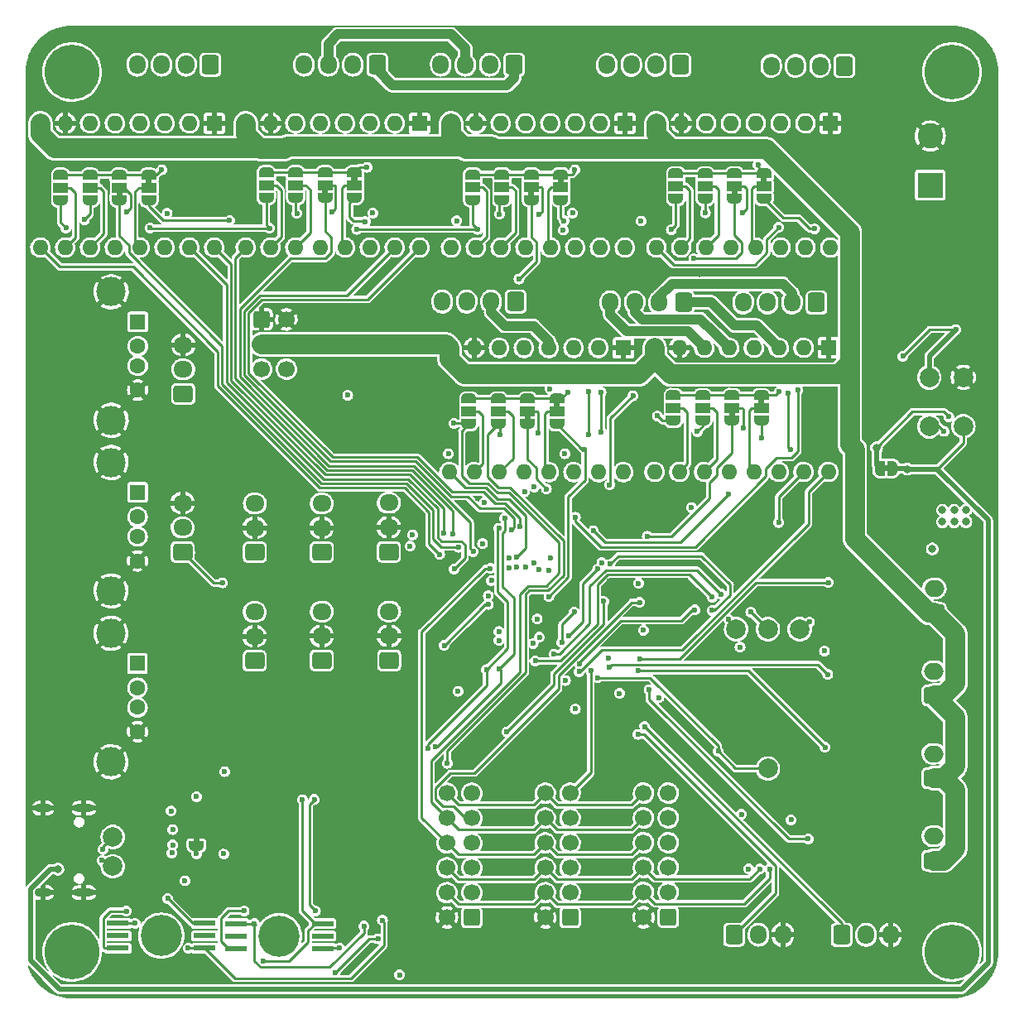
<source format=gbr>
G04 #@! TF.GenerationSoftware,KiCad,Pcbnew,6.0.2+dfsg-1~bpo11+1*
G04 #@! TF.CreationDate,2022-03-16T10:56:08+00:00*
G04 #@! TF.ProjectId,mobo,6d6f626f-2e6b-4696-9361-645f70636258,rev?*
G04 #@! TF.SameCoordinates,Original*
G04 #@! TF.FileFunction,Copper,L4,Bot*
G04 #@! TF.FilePolarity,Positive*
%FSLAX46Y46*%
G04 Gerber Fmt 4.6, Leading zero omitted, Abs format (unit mm)*
G04 Created by KiCad (PCBNEW 6.0.2+dfsg-1~bpo11+1) date 2022-03-16 10:56:08*
%MOMM*%
%LPD*%
G01*
G04 APERTURE LIST*
G04 Aperture macros list*
%AMRoundRect*
0 Rectangle with rounded corners*
0 $1 Rounding radius*
0 $2 $3 $4 $5 $6 $7 $8 $9 X,Y pos of 4 corners*
0 Add a 4 corners polygon primitive as box body*
4,1,4,$2,$3,$4,$5,$6,$7,$8,$9,$2,$3,0*
0 Add four circle primitives for the rounded corners*
1,1,$1+$1,$2,$3*
1,1,$1+$1,$4,$5*
1,1,$1+$1,$6,$7*
1,1,$1+$1,$8,$9*
0 Add four rect primitives between the rounded corners*
20,1,$1+$1,$2,$3,$4,$5,0*
20,1,$1+$1,$4,$5,$6,$7,0*
20,1,$1+$1,$6,$7,$8,$9,0*
20,1,$1+$1,$8,$9,$2,$3,0*%
%AMFreePoly0*
4,1,22,0.500000,-0.750000,0.000000,-0.750000,0.000000,-0.745033,-0.079941,-0.743568,-0.215256,-0.701293,-0.333266,-0.622738,-0.424486,-0.514219,-0.481581,-0.384460,-0.499164,-0.250000,-0.500000,-0.250000,-0.500000,0.250000,-0.499164,0.250000,-0.499963,0.256109,-0.478152,0.396186,-0.417904,0.524511,-0.324060,0.630769,-0.204165,0.706417,-0.067858,0.745374,0.000000,0.744959,0.000000,0.750000,
0.500000,0.750000,0.500000,-0.750000,0.500000,-0.750000,$1*%
%AMFreePoly1*
4,1,20,0.000000,0.744959,0.073905,0.744508,0.209726,0.703889,0.328688,0.626782,0.421226,0.519385,0.479903,0.390333,0.500000,0.250000,0.500000,-0.250000,0.499851,-0.262216,0.476331,-0.402017,0.414519,-0.529596,0.319384,-0.634700,0.198574,-0.708877,0.061801,-0.746166,0.000000,-0.745033,0.000000,-0.750000,-0.500000,-0.750000,-0.500000,0.750000,0.000000,0.750000,0.000000,0.744959,
0.000000,0.744959,$1*%
%AMFreePoly2*
4,1,22,0.550000,-0.750000,0.000000,-0.750000,0.000000,-0.745033,-0.079941,-0.743568,-0.215256,-0.701293,-0.333266,-0.622738,-0.424486,-0.514219,-0.481581,-0.384460,-0.499164,-0.250000,-0.500000,-0.250000,-0.500000,0.250000,-0.499164,0.250000,-0.499963,0.256109,-0.478152,0.396186,-0.417904,0.524511,-0.324060,0.630769,-0.204165,0.706417,-0.067858,0.745374,0.000000,0.744959,0.000000,0.750000,
0.550000,0.750000,0.550000,-0.750000,0.550000,-0.750000,$1*%
%AMFreePoly3*
4,1,20,0.000000,0.744959,0.073905,0.744508,0.209726,0.703889,0.328688,0.626782,0.421226,0.519385,0.479903,0.390333,0.500000,0.250000,0.500000,-0.250000,0.499851,-0.262216,0.476331,-0.402017,0.414519,-0.529596,0.319384,-0.634700,0.198574,-0.708877,0.061801,-0.746166,0.000000,-0.745033,0.000000,-0.750000,-0.550000,-0.750000,-0.550000,0.750000,0.000000,0.750000,0.000000,0.744959,
0.000000,0.744959,$1*%
G04 Aperture macros list end*
G04 #@! TA.AperFunction,ComponentPad*
%ADD10C,5.600000*%
G04 #@! TD*
G04 #@! TA.AperFunction,ComponentPad*
%ADD11R,1.600000X1.600000*%
G04 #@! TD*
G04 #@! TA.AperFunction,ComponentPad*
%ADD12C,1.600000*%
G04 #@! TD*
G04 #@! TA.AperFunction,ComponentPad*
%ADD13C,3.000000*%
G04 #@! TD*
G04 #@! TA.AperFunction,ComponentPad*
%ADD14O,2.000000X0.900000*%
G04 #@! TD*
G04 #@! TA.AperFunction,ComponentPad*
%ADD15O,1.700000X0.900000*%
G04 #@! TD*
G04 #@! TA.AperFunction,ComponentPad*
%ADD16O,1.600000X1.600000*%
G04 #@! TD*
G04 #@! TA.AperFunction,ComponentPad*
%ADD17RoundRect,0.250000X0.600000X0.725000X-0.600000X0.725000X-0.600000X-0.725000X0.600000X-0.725000X0*%
G04 #@! TD*
G04 #@! TA.AperFunction,ComponentPad*
%ADD18O,1.700000X1.950000*%
G04 #@! TD*
G04 #@! TA.AperFunction,ComponentPad*
%ADD19R,2.600000X2.600000*%
G04 #@! TD*
G04 #@! TA.AperFunction,ComponentPad*
%ADD20C,2.600000*%
G04 #@! TD*
G04 #@! TA.AperFunction,ComponentPad*
%ADD21RoundRect,0.250000X0.725000X-0.600000X0.725000X0.600000X-0.725000X0.600000X-0.725000X-0.600000X0*%
G04 #@! TD*
G04 #@! TA.AperFunction,ComponentPad*
%ADD22O,1.950000X1.700000*%
G04 #@! TD*
G04 #@! TA.AperFunction,ComponentPad*
%ADD23RoundRect,0.250000X0.600000X0.600000X-0.600000X0.600000X-0.600000X-0.600000X0.600000X-0.600000X0*%
G04 #@! TD*
G04 #@! TA.AperFunction,ComponentPad*
%ADD24C,1.700000*%
G04 #@! TD*
G04 #@! TA.AperFunction,ComponentPad*
%ADD25RoundRect,0.250000X-0.600000X-0.600000X0.600000X-0.600000X0.600000X0.600000X-0.600000X0.600000X0*%
G04 #@! TD*
G04 #@! TA.AperFunction,ComponentPad*
%ADD26RoundRect,0.250000X-0.600000X-0.725000X0.600000X-0.725000X0.600000X0.725000X-0.600000X0.725000X0*%
G04 #@! TD*
G04 #@! TA.AperFunction,ComponentPad*
%ADD27RoundRect,0.250000X0.750000X-0.600000X0.750000X0.600000X-0.750000X0.600000X-0.750000X-0.600000X0*%
G04 #@! TD*
G04 #@! TA.AperFunction,ComponentPad*
%ADD28O,2.000000X1.700000*%
G04 #@! TD*
G04 #@! TA.AperFunction,ComponentPad*
%ADD29C,4.200000*%
G04 #@! TD*
G04 #@! TA.AperFunction,SMDPad,CuDef*
%ADD30R,2.300000X0.600000*%
G04 #@! TD*
G04 #@! TA.AperFunction,SMDPad,CuDef*
%ADD31FreePoly0,0.000000*%
G04 #@! TD*
G04 #@! TA.AperFunction,SMDPad,CuDef*
%ADD32FreePoly1,0.000000*%
G04 #@! TD*
G04 #@! TA.AperFunction,SMDPad,CuDef*
%ADD33FreePoly0,90.000000*%
G04 #@! TD*
G04 #@! TA.AperFunction,SMDPad,CuDef*
%ADD34FreePoly1,90.000000*%
G04 #@! TD*
G04 #@! TA.AperFunction,SMDPad,CuDef*
%ADD35FreePoly2,270.000000*%
G04 #@! TD*
G04 #@! TA.AperFunction,SMDPad,CuDef*
%ADD36R,1.500000X1.000000*%
G04 #@! TD*
G04 #@! TA.AperFunction,SMDPad,CuDef*
%ADD37FreePoly3,270.000000*%
G04 #@! TD*
G04 #@! TA.AperFunction,SMDPad,CuDef*
%ADD38C,2.000000*%
G04 #@! TD*
G04 #@! TA.AperFunction,ViaPad*
%ADD39C,0.800000*%
G04 #@! TD*
G04 #@! TA.AperFunction,ViaPad*
%ADD40C,0.600000*%
G04 #@! TD*
G04 #@! TA.AperFunction,Conductor*
%ADD41C,0.250000*%
G04 #@! TD*
G04 #@! TA.AperFunction,Conductor*
%ADD42C,1.000000*%
G04 #@! TD*
G04 #@! TA.AperFunction,Conductor*
%ADD43C,2.000000*%
G04 #@! TD*
G04 #@! TA.AperFunction,Conductor*
%ADD44C,0.500000*%
G04 #@! TD*
G04 APERTURE END LIST*
G36*
X157550000Y-111870000D02*
G01*
X157050000Y-111870000D01*
X157050000Y-111270000D01*
X157550000Y-111270000D01*
X157550000Y-111870000D01*
G37*
G36*
X87040000Y-149800000D02*
G01*
X86440000Y-149800000D01*
X86440000Y-149300000D01*
X87040000Y-149300000D01*
X87040000Y-149800000D01*
G37*
G36*
X144820000Y-104990000D02*
G01*
X144220000Y-104990000D01*
X144220000Y-104490000D01*
X144820000Y-104490000D01*
X144820000Y-104990000D01*
G37*
G36*
X141820000Y-106290000D02*
G01*
X141220000Y-106290000D01*
X141220000Y-105790000D01*
X141820000Y-105790000D01*
X141820000Y-106290000D01*
G37*
G36*
X123910000Y-105330000D02*
G01*
X123310000Y-105330000D01*
X123310000Y-104830000D01*
X123910000Y-104830000D01*
X123910000Y-105330000D01*
G37*
G36*
X120910000Y-106630000D02*
G01*
X120310000Y-106630000D01*
X120310000Y-106130000D01*
X120910000Y-106130000D01*
X120910000Y-106630000D01*
G37*
G36*
X100190000Y-83490000D02*
G01*
X99590000Y-83490000D01*
X99590000Y-82990000D01*
X100190000Y-82990000D01*
X100190000Y-83490000D01*
G37*
G36*
X82170000Y-82450000D02*
G01*
X81570000Y-82450000D01*
X81570000Y-81950000D01*
X82170000Y-81950000D01*
X82170000Y-82450000D01*
G37*
G36*
X145080000Y-82300000D02*
G01*
X144480000Y-82300000D01*
X144480000Y-81800000D01*
X145080000Y-81800000D01*
X145080000Y-82300000D01*
G37*
G36*
X124300000Y-82420000D02*
G01*
X123700000Y-82420000D01*
X123700000Y-81920000D01*
X124300000Y-81920000D01*
X124300000Y-82420000D01*
G37*
G36*
X79170000Y-83750000D02*
G01*
X78570000Y-83750000D01*
X78570000Y-83250000D01*
X79170000Y-83250000D01*
X79170000Y-83750000D01*
G37*
G36*
X142080000Y-83600000D02*
G01*
X141480000Y-83600000D01*
X141480000Y-83100000D01*
X142080000Y-83100000D01*
X142080000Y-83600000D01*
G37*
G36*
X121300000Y-83720000D02*
G01*
X120700000Y-83720000D01*
X120700000Y-83220000D01*
X121300000Y-83220000D01*
X121300000Y-83720000D01*
G37*
G36*
X103190000Y-82190000D02*
G01*
X102590000Y-82190000D01*
X102590000Y-81690000D01*
X103190000Y-81690000D01*
X103190000Y-82190000D01*
G37*
D10*
X74020000Y-71030000D03*
X164020000Y-71030000D03*
X74020000Y-161030000D03*
X164020000Y-161030000D03*
D11*
X80740000Y-96580000D03*
D12*
X80740000Y-99080000D03*
X80740000Y-101080000D03*
X80740000Y-103580000D03*
D13*
X78030000Y-106650000D03*
X78030000Y-93510000D03*
D11*
X80720000Y-114030000D03*
D12*
X80720000Y-116530000D03*
X80720000Y-118530000D03*
X80720000Y-121030000D03*
D13*
X78010000Y-124100000D03*
X78010000Y-110960000D03*
D11*
X80710000Y-131510000D03*
D12*
X80710000Y-134010000D03*
X80710000Y-136010000D03*
X80710000Y-138510000D03*
D13*
X78000000Y-128440000D03*
X78000000Y-141580000D03*
D14*
X75230000Y-146320000D03*
D15*
X71060000Y-154960000D03*
D14*
X75230000Y-154960000D03*
D15*
X71060000Y-146320000D03*
D11*
X109570000Y-76280000D03*
D16*
X107030000Y-76280000D03*
X104490000Y-76280000D03*
X101950000Y-76280000D03*
X99410000Y-76280000D03*
X96870000Y-76280000D03*
X94330000Y-76280000D03*
X91790000Y-76280000D03*
X91790000Y-88980000D03*
X94330000Y-88980000D03*
X96870000Y-88980000D03*
X99410000Y-88980000D03*
X101950000Y-88980000D03*
X104490000Y-88980000D03*
X107030000Y-88980000D03*
X109570000Y-88980000D03*
D11*
X130570000Y-76280000D03*
D16*
X128030000Y-76280000D03*
X125490000Y-76280000D03*
X122950000Y-76280000D03*
X120410000Y-76280000D03*
X117870000Y-76280000D03*
X115330000Y-76280000D03*
X112790000Y-76280000D03*
X112790000Y-88980000D03*
X115330000Y-88980000D03*
X117870000Y-88980000D03*
X120410000Y-88980000D03*
X122950000Y-88980000D03*
X125490000Y-88980000D03*
X128030000Y-88980000D03*
X130570000Y-88980000D03*
D11*
X88570000Y-76280000D03*
D16*
X86030000Y-76280000D03*
X83490000Y-76280000D03*
X80950000Y-76280000D03*
X78410000Y-76280000D03*
X75870000Y-76280000D03*
X73330000Y-76280000D03*
X70790000Y-76280000D03*
X70790000Y-88980000D03*
X73330000Y-88980000D03*
X75870000Y-88980000D03*
X78410000Y-88980000D03*
X80950000Y-88980000D03*
X83490000Y-88980000D03*
X86030000Y-88980000D03*
X88570000Y-88980000D03*
D11*
X151570000Y-76280000D03*
D16*
X149030000Y-76280000D03*
X146490000Y-76280000D03*
X143950000Y-76280000D03*
X141410000Y-76280000D03*
X138870000Y-76280000D03*
X136330000Y-76280000D03*
X133790000Y-76280000D03*
X133790000Y-88980000D03*
X136330000Y-88980000D03*
X138870000Y-88980000D03*
X141410000Y-88980000D03*
X143950000Y-88980000D03*
X146490000Y-88980000D03*
X149030000Y-88980000D03*
X151570000Y-88980000D03*
D17*
X136220000Y-70300000D03*
D18*
X133720000Y-70300000D03*
X131220000Y-70300000D03*
X128720000Y-70300000D03*
D17*
X88185000Y-70275000D03*
D18*
X85685000Y-70275000D03*
X83185000Y-70275000D03*
X80685000Y-70275000D03*
D17*
X153020000Y-70400000D03*
D18*
X150520000Y-70400000D03*
X148020000Y-70400000D03*
X145520000Y-70400000D03*
D19*
X161790000Y-82590000D03*
D20*
X161790000Y-77590000D03*
D17*
X119235000Y-70275000D03*
D18*
X116735000Y-70275000D03*
X114235000Y-70275000D03*
X111735000Y-70275000D03*
D17*
X105235000Y-70275000D03*
D18*
X102735000Y-70275000D03*
X100235000Y-70275000D03*
X97735000Y-70275000D03*
D11*
X151380000Y-99230000D03*
D16*
X148840000Y-99230000D03*
X146300000Y-99230000D03*
X143760000Y-99230000D03*
X141220000Y-99230000D03*
X138680000Y-99230000D03*
X136140000Y-99230000D03*
X133600000Y-99230000D03*
X133600000Y-111930000D03*
X136140000Y-111930000D03*
X138680000Y-111930000D03*
X141220000Y-111930000D03*
X143760000Y-111930000D03*
X146300000Y-111930000D03*
X148840000Y-111930000D03*
X151380000Y-111930000D03*
D17*
X136570000Y-94580000D03*
D18*
X134070000Y-94580000D03*
X131570000Y-94580000D03*
X129070000Y-94580000D03*
D11*
X130400000Y-99250000D03*
D16*
X127860000Y-99250000D03*
X125320000Y-99250000D03*
X122780000Y-99250000D03*
X120240000Y-99250000D03*
X117700000Y-99250000D03*
X115160000Y-99250000D03*
X112620000Y-99250000D03*
X112620000Y-111950000D03*
X115160000Y-111950000D03*
X117700000Y-111950000D03*
X120240000Y-111950000D03*
X122780000Y-111950000D03*
X125320000Y-111950000D03*
X127860000Y-111950000D03*
X130400000Y-111950000D03*
D17*
X150170000Y-94600000D03*
D18*
X147670000Y-94600000D03*
X145170000Y-94600000D03*
X142670000Y-94600000D03*
D21*
X99560000Y-120150000D03*
D22*
X99560000Y-117650000D03*
X99560000Y-115150000D03*
D21*
X106420000Y-120100000D03*
D22*
X106420000Y-117600000D03*
X106420000Y-115100000D03*
D21*
X99560000Y-131210000D03*
D22*
X99560000Y-128710000D03*
X99560000Y-126210000D03*
D21*
X92690000Y-131250000D03*
D22*
X92690000Y-128750000D03*
X92690000Y-126250000D03*
D23*
X114900000Y-157510000D03*
D24*
X112360000Y-157510000D03*
X114900000Y-154970000D03*
X112360000Y-154970000D03*
X114900000Y-152430000D03*
X112360000Y-152430000D03*
X114900000Y-149890000D03*
X112360000Y-149890000D03*
X114900000Y-147350000D03*
X112360000Y-147350000D03*
X114900000Y-144810000D03*
X112360000Y-144810000D03*
D23*
X124960000Y-157510000D03*
D24*
X122420000Y-157510000D03*
X124960000Y-154970000D03*
X122420000Y-154970000D03*
X124960000Y-152430000D03*
X122420000Y-152430000D03*
X124960000Y-149890000D03*
X122420000Y-149890000D03*
X124960000Y-147350000D03*
X122420000Y-147350000D03*
X124960000Y-144810000D03*
X122420000Y-144810000D03*
D25*
X93400000Y-96340000D03*
D24*
X95940000Y-96340000D03*
X93400000Y-98880000D03*
X95940000Y-98880000D03*
X93400000Y-101420000D03*
X95940000Y-101420000D03*
D26*
X152730000Y-159270000D03*
D18*
X155230000Y-159270000D03*
X157730000Y-159270000D03*
D26*
X141730000Y-159260000D03*
D18*
X144230000Y-159260000D03*
X146730000Y-159260000D03*
D21*
X106450000Y-131200000D03*
D22*
X106450000Y-128700000D03*
X106450000Y-126200000D03*
D27*
X162140000Y-143260000D03*
D28*
X162140000Y-140760000D03*
D27*
X162170000Y-134790000D03*
D28*
X162170000Y-132290000D03*
D27*
X162220000Y-126360000D03*
D28*
X162220000Y-123860000D03*
D27*
X162150000Y-151680000D03*
D28*
X162150000Y-149180000D03*
D21*
X92720000Y-120150000D03*
D22*
X92720000Y-117650000D03*
X92720000Y-115150000D03*
D21*
X85390000Y-103940000D03*
D22*
X85390000Y-101440000D03*
X85390000Y-98940000D03*
D21*
X85330000Y-120120000D03*
D22*
X85330000Y-117620000D03*
X85330000Y-115120000D03*
D17*
X119390000Y-94500000D03*
D18*
X116890000Y-94500000D03*
X114390000Y-94500000D03*
X111890000Y-94500000D03*
D23*
X135008000Y-157480000D03*
D24*
X132468000Y-157480000D03*
X135008000Y-154940000D03*
X132468000Y-154940000D03*
X135008000Y-152400000D03*
X132468000Y-152400000D03*
X135008000Y-149860000D03*
X132468000Y-149860000D03*
X135008000Y-147320000D03*
X132468000Y-147320000D03*
X135008000Y-144780000D03*
X132468000Y-144780000D03*
D29*
X95200000Y-159410000D03*
D30*
X99645000Y-158140000D03*
X99645000Y-159410000D03*
X99645000Y-160680000D03*
X90755000Y-160680000D03*
X90755000Y-159410000D03*
X90755000Y-158140000D03*
D29*
X83140000Y-159370000D03*
D30*
X87585000Y-158100000D03*
X87585000Y-159370000D03*
X87585000Y-160640000D03*
X78695000Y-160640000D03*
X78695000Y-159370000D03*
X78695000Y-158100000D03*
D31*
X156650000Y-111570000D03*
D32*
X157950000Y-111570000D03*
D33*
X86740000Y-150200000D03*
D34*
X86740000Y-148900000D03*
D35*
X135520000Y-104090000D03*
D36*
X135520000Y-105390000D03*
D37*
X135520000Y-106690000D03*
D35*
X144520000Y-104090000D03*
D36*
X144520000Y-105390000D03*
D37*
X144520000Y-106690000D03*
D35*
X138520000Y-104090000D03*
D36*
X138520000Y-105390000D03*
D37*
X138520000Y-106690000D03*
D35*
X141520000Y-104090000D03*
D36*
X141520000Y-105390000D03*
D37*
X141520000Y-106690000D03*
D35*
X117610000Y-104430000D03*
D36*
X117610000Y-105730000D03*
D37*
X117610000Y-107030000D03*
D35*
X123610000Y-104430000D03*
D36*
X123610000Y-105730000D03*
D37*
X123610000Y-107030000D03*
D35*
X114610000Y-104430000D03*
D36*
X114610000Y-105730000D03*
D37*
X114610000Y-107030000D03*
D35*
X120610000Y-104430000D03*
D36*
X120610000Y-105730000D03*
D37*
X120610000Y-107030000D03*
D35*
X99890000Y-81290000D03*
D36*
X99890000Y-82590000D03*
D37*
X99890000Y-83890000D03*
D38*
X78190000Y-149270000D03*
X78190000Y-152270000D03*
X148440000Y-128020000D03*
X145190000Y-128020000D03*
X141940000Y-128020000D03*
X145190000Y-142270000D03*
X165190000Y-102270000D03*
X161690000Y-107270000D03*
X161690000Y-102270000D03*
X165190000Y-107270000D03*
D35*
X81870000Y-81550000D03*
D36*
X81870000Y-82850000D03*
D37*
X81870000Y-84150000D03*
D35*
X144780000Y-81400000D03*
D36*
X144780000Y-82700000D03*
D37*
X144780000Y-84000000D03*
D35*
X75870000Y-81550000D03*
D36*
X75870000Y-82850000D03*
D37*
X75870000Y-84150000D03*
D35*
X93890000Y-81290000D03*
D36*
X93890000Y-82590000D03*
D37*
X93890000Y-83890000D03*
D35*
X124000000Y-81520000D03*
D36*
X124000000Y-82820000D03*
D37*
X124000000Y-84120000D03*
D35*
X78870000Y-81550000D03*
D36*
X78870000Y-82850000D03*
D37*
X78870000Y-84150000D03*
D35*
X135780000Y-81400000D03*
D36*
X135780000Y-82700000D03*
D37*
X135780000Y-84000000D03*
D35*
X138780000Y-81400000D03*
D36*
X138780000Y-82700000D03*
D37*
X138780000Y-84000000D03*
D35*
X72870000Y-81550000D03*
D36*
X72870000Y-82850000D03*
D37*
X72870000Y-84150000D03*
D35*
X141780000Y-81400000D03*
D36*
X141780000Y-82700000D03*
D37*
X141780000Y-84000000D03*
D35*
X115000000Y-81520000D03*
D36*
X115000000Y-82820000D03*
D37*
X115000000Y-84120000D03*
D35*
X121000000Y-81520000D03*
D36*
X121000000Y-82820000D03*
D37*
X121000000Y-84120000D03*
D35*
X96890000Y-81290000D03*
D36*
X96890000Y-82590000D03*
D37*
X96890000Y-83890000D03*
D35*
X118000000Y-81520000D03*
D36*
X118000000Y-82820000D03*
D37*
X118000000Y-84120000D03*
D35*
X102890000Y-81290000D03*
D36*
X102890000Y-82590000D03*
D37*
X102890000Y-83890000D03*
D39*
X158060000Y-92250000D03*
X156860000Y-93450000D03*
X158060000Y-93450000D03*
D40*
X95290000Y-142780000D03*
X88830000Y-81160000D03*
X115250000Y-109160000D03*
X113520000Y-132820000D03*
X145660000Y-137460000D03*
X85190000Y-150930000D03*
X144350000Y-137360000D03*
X89790000Y-146215000D03*
X130740000Y-139640000D03*
X127960000Y-114000000D03*
X151270000Y-141890000D03*
X166690000Y-109270000D03*
X117500000Y-154870000D03*
X89890000Y-147600000D03*
X135190000Y-113410000D03*
X131970000Y-113910000D03*
X86990000Y-81180000D03*
X142280000Y-152550000D03*
X107700000Y-145410000D03*
X117420000Y-152140000D03*
X132370000Y-124260000D03*
X144980000Y-125300000D03*
X128766555Y-120605780D03*
X166570000Y-111490000D03*
X113990001Y-139769999D03*
D39*
X120390000Y-140370000D03*
X155280000Y-122410000D03*
X160510000Y-116790000D03*
D40*
X82630000Y-91080000D03*
X102500000Y-151130000D03*
X102320000Y-139040000D03*
X151090000Y-125670000D03*
X95970000Y-149310000D03*
X133090000Y-129244990D03*
X129002889Y-123086321D03*
X84840000Y-149240000D03*
X167190000Y-106230000D03*
X163190000Y-108770000D03*
X138090000Y-87190000D03*
X137590000Y-154670000D03*
X88670000Y-150960000D03*
D39*
X155790000Y-138760000D03*
D40*
X128300000Y-136150000D03*
X147410000Y-129860000D03*
X130290000Y-108150000D03*
X117470000Y-149810000D03*
X142520000Y-120400000D03*
X104520000Y-151070000D03*
X109620000Y-81090000D03*
X129650000Y-113930000D03*
X131760263Y-128758654D03*
X119780000Y-147350000D03*
X85260000Y-145160000D03*
D39*
X159530000Y-116120000D03*
D40*
X147629999Y-120650000D03*
X81000000Y-152420000D03*
X93680000Y-153520000D03*
X151290000Y-133900000D03*
X108870000Y-139000000D03*
X89900000Y-148570000D03*
X84810000Y-81200000D03*
X106100000Y-81090000D03*
X143630000Y-129850000D03*
X96690000Y-153540000D03*
X100880000Y-139700000D03*
X137090000Y-134580000D03*
D39*
X155500000Y-130540000D03*
D40*
X132860000Y-121150000D03*
X111840000Y-135340000D03*
X133000000Y-126220000D03*
X100200000Y-151090000D03*
X144870000Y-129850000D03*
D39*
X138220000Y-91600000D03*
D40*
X123292059Y-113955232D03*
X105860000Y-155860000D03*
X150380000Y-148650000D03*
X107700000Y-143490000D03*
X137680000Y-127100000D03*
X156930000Y-100420000D03*
D39*
X156860000Y-92250000D03*
D40*
X77040000Y-144550000D03*
X127570000Y-154790000D03*
X88230000Y-145160000D03*
X89890000Y-150280000D03*
X98520000Y-95920000D03*
X107820000Y-81090000D03*
X164070000Y-99490000D03*
X106860000Y-138350000D03*
X100720000Y-97200000D03*
X102270000Y-163030000D03*
D39*
X155480000Y-146930000D03*
D40*
X98530000Y-105020000D03*
X100900000Y-138380000D03*
X115540309Y-114600022D03*
D39*
X160620000Y-115660000D03*
X167510000Y-91620000D03*
D40*
X91240000Y-140050000D03*
D39*
X164240000Y-115840000D03*
X165440000Y-115840000D03*
X163040000Y-117040000D03*
X164240000Y-117040000D03*
X165440000Y-117040000D03*
D40*
X86740000Y-145140000D03*
X84240000Y-150910000D03*
X142490000Y-146940000D03*
X124690000Y-103770000D03*
X116000000Y-119260000D03*
X132453058Y-128116942D03*
X146350000Y-103750000D03*
X116221773Y-115019092D03*
X85560000Y-153740000D03*
X104190000Y-80770000D03*
X84320000Y-150080000D03*
D39*
X162010000Y-119810000D03*
D40*
X142340000Y-129840000D03*
X143230000Y-152530000D03*
X89530000Y-151000000D03*
X131955341Y-123335341D03*
X128214970Y-121198469D03*
X83190000Y-81020000D03*
X144189990Y-80520000D03*
X102220000Y-104080000D03*
X163190000Y-107770000D03*
X134040000Y-135010000D03*
X113490000Y-134370000D03*
X137370000Y-115560000D03*
X84160000Y-146610000D03*
X121290872Y-113469128D03*
X84310000Y-148500000D03*
X130005002Y-134585002D03*
X89630566Y-142590000D03*
X107520000Y-163370000D03*
X125440012Y-81020000D03*
X150970000Y-130240000D03*
X147550000Y-147520000D03*
X128900000Y-130940000D03*
D39*
X163040000Y-115840000D03*
D40*
X164420000Y-97360000D03*
X158980000Y-100100000D03*
X79580000Y-85340000D03*
X138800000Y-85430000D03*
X117730000Y-85570000D03*
X104790000Y-85450000D03*
X125210000Y-85450000D03*
X112390000Y-141740000D03*
X117770000Y-108150000D03*
X97020000Y-85480000D03*
X83740000Y-85480000D03*
X75280000Y-86130000D03*
X137970000Y-107820000D03*
X119815010Y-117487500D03*
X118934455Y-117840959D03*
X112980000Y-118300000D03*
X112045000Y-118170000D03*
X113096591Y-121873409D03*
X116590000Y-124590000D03*
X111620000Y-120370000D03*
X128150000Y-107830000D03*
X122790000Y-121970000D03*
X128130000Y-103810000D03*
X124420000Y-110060000D03*
X122915010Y-120770000D03*
X126830000Y-103700000D03*
X126820000Y-108090000D03*
X121264990Y-121200529D03*
X112510000Y-110070000D03*
X120290000Y-113970000D03*
X115050000Y-120070000D03*
X113570000Y-119630001D03*
X116910000Y-123050000D03*
X119740000Y-92210000D03*
X122900000Y-103440000D03*
X121739999Y-121919999D03*
X121790000Y-85619999D03*
D39*
X72570000Y-152560000D03*
X159450000Y-111640000D03*
D40*
X77190000Y-150520014D03*
X77090004Y-151670000D03*
X133040012Y-134194245D03*
X149310000Y-149460000D03*
X151030000Y-140090000D03*
X131930000Y-132269977D03*
X128940000Y-131920000D03*
X151310000Y-132650000D03*
X151360000Y-123230000D03*
X132090000Y-131019965D03*
X79570000Y-156850000D03*
X98910000Y-156820000D03*
X91620000Y-156820000D03*
X98800000Y-145440000D03*
X93580000Y-161960000D03*
X97590000Y-145450000D03*
X85890000Y-160640000D03*
X105767500Y-157782500D03*
X92669000Y-158140000D03*
X103880000Y-158390000D03*
X105310000Y-159690000D03*
X100950000Y-163120001D03*
X80470000Y-158100000D03*
X83810000Y-155570000D03*
X101390000Y-160630000D03*
X86740000Y-150980000D03*
X100620000Y-85330000D03*
X127332898Y-117927104D03*
X147290000Y-103900000D03*
X147490000Y-109670000D03*
X141190000Y-114180000D03*
X125490000Y-116570000D03*
X148250000Y-103570000D03*
X146300000Y-86930000D03*
X120390000Y-121670000D03*
X119490000Y-121690000D03*
X119487083Y-120667214D03*
X125890000Y-132370000D03*
X146300000Y-117100000D03*
X137720000Y-126050000D03*
X125890000Y-131570000D03*
X142610000Y-85410000D03*
X137614999Y-90105001D03*
X131390000Y-104140000D03*
X128985001Y-113244999D03*
X121660000Y-107970000D03*
X122540883Y-113680000D03*
X142644922Y-107401299D03*
X132850000Y-118524990D03*
X149440000Y-127270000D03*
X123310000Y-130544990D03*
X143440000Y-126270000D03*
X140420000Y-124420000D03*
X139490000Y-124740000D03*
X141190000Y-127020000D03*
X121390000Y-131269998D03*
X140100000Y-140500000D03*
X127790000Y-132970000D03*
X145350000Y-152540000D03*
X117690000Y-132070000D03*
X118271193Y-116670000D03*
X124490000Y-133270000D03*
X111210000Y-140050000D03*
X125490000Y-136170000D03*
X116412493Y-132158418D03*
X110410000Y-140230000D03*
X117678750Y-117681250D03*
X144360000Y-152550000D03*
X117690000Y-128270000D03*
X108849960Y-118370000D03*
X108580000Y-119530000D03*
X117690000Y-129170000D03*
X163690002Y-106270000D03*
D39*
X156300000Y-109460000D03*
D40*
X89408594Y-123281406D03*
X112090000Y-129670000D03*
X116590000Y-125470000D03*
X118690000Y-120770000D03*
X131890008Y-138770000D03*
X132589996Y-137970000D03*
X118685007Y-121770000D03*
X121815010Y-128842984D03*
X132078058Y-125278058D03*
X121190000Y-129470000D03*
X121590000Y-126970000D03*
X118490000Y-138520000D03*
X128390000Y-125170000D03*
X124116000Y-129356000D03*
X127090000Y-132270000D03*
X125390000Y-126270000D03*
X139490000Y-126100000D03*
X129045870Y-121355448D03*
X124848360Y-128664758D03*
X127772485Y-121871413D03*
X132210000Y-86260000D03*
X144560000Y-108420000D03*
X124350000Y-86250000D03*
X149970000Y-87050000D03*
X126440000Y-109630000D03*
X90130000Y-86210000D03*
X113370000Y-86250000D03*
X104030000Y-86320000D03*
X116800000Y-121810000D03*
X122792751Y-124686507D03*
X82000000Y-86980000D03*
X135310000Y-87160000D03*
X124260000Y-87190000D03*
X133890000Y-106200000D03*
X94220000Y-87015000D03*
X115530000Y-87120000D03*
X103140000Y-87120000D03*
X113070000Y-106970000D03*
X73400000Y-86980000D03*
D41*
X128724552Y-120585578D02*
X128744754Y-120605780D01*
X128744754Y-120605780D02*
X128766555Y-120605780D01*
D42*
X122780000Y-98550000D02*
X122780000Y-99250000D01*
X116890000Y-94500000D02*
X116890000Y-95600000D01*
X116890000Y-95600000D02*
X118280000Y-96990000D01*
X118280000Y-96990000D02*
X121220000Y-96990000D01*
X121220000Y-96990000D02*
X122780000Y-98550000D01*
X136979990Y-97529990D02*
X130749990Y-97529990D01*
X129070000Y-95850000D02*
X129070000Y-94580000D01*
X138680000Y-99230000D02*
X136979990Y-97529990D01*
X130749990Y-97529990D02*
X129070000Y-95850000D01*
X139719999Y-97729999D02*
X141220000Y-99230000D01*
X132349980Y-96329980D02*
X138319980Y-96329980D01*
X138319980Y-96329980D02*
X139719999Y-97729999D01*
X131570000Y-94580000D02*
X131570000Y-95550000D01*
X131570000Y-95550000D02*
X132349980Y-96329980D01*
X135359999Y-92700001D02*
X134070000Y-93990000D01*
X147670000Y-94600000D02*
X147670000Y-93650000D01*
X143760000Y-99230000D02*
X143760000Y-99040000D01*
X146720001Y-92700001D02*
X135359999Y-92700001D01*
X134070000Y-93990000D02*
X134070000Y-94580000D01*
X147670000Y-93650000D02*
X146720001Y-92700001D01*
X146300000Y-99230000D02*
X144040000Y-96970000D01*
X144040000Y-96970000D02*
X141790000Y-96970000D01*
X139400000Y-94580000D02*
X136570000Y-94580000D01*
X141790000Y-96970000D02*
X139400000Y-94580000D01*
X100235000Y-70275000D02*
X100235000Y-68125000D01*
X112790000Y-67170000D02*
X114235000Y-68615000D01*
X100235000Y-68125000D02*
X101190000Y-67170000D01*
X101190000Y-67170000D02*
X112790000Y-67170000D01*
X114235000Y-68615000D02*
X114235000Y-70275000D01*
X105235000Y-70275000D02*
X105235000Y-70815000D01*
X119235000Y-71625000D02*
X119235000Y-70275000D01*
X106790000Y-72370000D02*
X118490000Y-72370000D01*
X105235000Y-70815000D02*
X106790000Y-72370000D01*
X118490000Y-72370000D02*
X119235000Y-71625000D01*
D41*
X124030000Y-104430000D02*
X124690000Y-103770000D01*
X144690000Y-81270000D02*
X144189990Y-80769990D01*
X123610000Y-104430000D02*
X124030000Y-104430000D01*
X117610000Y-104430000D02*
X120610000Y-104430000D01*
X135780000Y-81400000D02*
X138780000Y-81400000D01*
X141520000Y-104090000D02*
X142320000Y-104090000D01*
X123350000Y-104430000D02*
X123440000Y-104520000D01*
X125440012Y-81269988D02*
X125440012Y-81020000D01*
X144520000Y-104090000D02*
X141520000Y-104090000D01*
X144520000Y-104090000D02*
X143780000Y-104090000D01*
X78870000Y-81550000D02*
X75870000Y-81550000D01*
X82660000Y-81550000D02*
X83190000Y-81020000D01*
X144690000Y-81400000D02*
X144690000Y-81270000D01*
X125190000Y-81520000D02*
X125440012Y-81269988D01*
X114610000Y-104430000D02*
X117610000Y-104430000D01*
X96890000Y-81290000D02*
X99890000Y-81290000D01*
X135520000Y-104090000D02*
X138520000Y-104090000D01*
X102890000Y-81290000D02*
X102920000Y-81290000D01*
X138520000Y-104090000D02*
X141520000Y-104090000D01*
X102920000Y-81290000D02*
X103440000Y-80770000D01*
X81870000Y-81550000D02*
X82660000Y-81550000D01*
X78870000Y-81550000D02*
X82660000Y-81550000D01*
X124000000Y-81520000D02*
X125190000Y-81520000D01*
X120610000Y-104430000D02*
X123350000Y-104430000D01*
X93890000Y-81290000D02*
X96890000Y-81290000D01*
X103440000Y-80770000D02*
X104190000Y-80770000D01*
X115000000Y-81520000D02*
X118000000Y-81520000D01*
X121000000Y-81520000D02*
X125190000Y-81520000D01*
X162690000Y-107270000D02*
X163190000Y-107770000D01*
X123440000Y-104520000D02*
X123530000Y-104430000D01*
X72870000Y-81550000D02*
X75870000Y-81550000D01*
X161690000Y-107270000D02*
X162690000Y-107270000D01*
X118000000Y-81520000D02*
X121000000Y-81520000D01*
X141780000Y-81400000D02*
X144690000Y-81400000D01*
X144520000Y-104090000D02*
X146010000Y-104090000D01*
X123530000Y-104430000D02*
X123610000Y-104430000D01*
X146010000Y-104090000D02*
X146350000Y-103750000D01*
X144189990Y-80769990D02*
X144189990Y-80520000D01*
X99890000Y-81290000D02*
X102920000Y-81290000D01*
X138780000Y-81400000D02*
X141780000Y-81400000D01*
D43*
X163150000Y-151680000D02*
X162150000Y-151680000D01*
X133790000Y-76280000D02*
X133790000Y-77411370D01*
X72215058Y-78836428D02*
X95666428Y-78836428D01*
X161670849Y-126360000D02*
X162220000Y-126360000D01*
X164370010Y-128510010D02*
X162220000Y-126360000D01*
X164370010Y-133589990D02*
X164370010Y-128510010D01*
X135288630Y-78910000D02*
X136340000Y-78910000D01*
X112250000Y-98880000D02*
X112620000Y-99250000D01*
X162140000Y-143260000D02*
X163140000Y-143260000D01*
X95940000Y-98880000D02*
X112250000Y-98880000D01*
X152410003Y-101959999D02*
X145040773Y-101959999D01*
X133600000Y-100361370D02*
X135198629Y-101959999D01*
X93288630Y-78910000D02*
X95740000Y-78910000D01*
X133790000Y-77411370D02*
X135288630Y-78910000D01*
X164350010Y-144470010D02*
X164350010Y-150479990D01*
X132291370Y-78910000D02*
X136340000Y-78910000D01*
X114288630Y-78910000D02*
X117200000Y-78910000D01*
X163140000Y-143260000D02*
X164350010Y-144470010D01*
D41*
X158980000Y-100100000D02*
X161720000Y-97360000D01*
D43*
X95740000Y-78910000D02*
X95990992Y-78659008D01*
X154084990Y-118774141D02*
X161670849Y-126360000D01*
X112620000Y-100381370D02*
X112620000Y-99250000D01*
X112790000Y-76280000D02*
X112790000Y-77411370D01*
X95940000Y-98880000D02*
X93400000Y-98880000D01*
X112790000Y-77411370D02*
X114288630Y-78910000D01*
X153570001Y-100800001D02*
X153570001Y-109098003D01*
X117200000Y-78910000D02*
X132291370Y-78910000D01*
X136340000Y-78910000D02*
X145050004Y-78910000D01*
X91790000Y-77411370D02*
X93288630Y-78910000D01*
X133600000Y-99230000D02*
X133600000Y-100361370D01*
X153570001Y-87429997D02*
X153570001Y-100800001D01*
X95666428Y-78836428D02*
X95740000Y-78910000D01*
D41*
X161880000Y-97360000D02*
X164420000Y-97360000D01*
D43*
X162170000Y-134790000D02*
X163170000Y-134790000D01*
X154084990Y-109612992D02*
X154084990Y-118774141D01*
X132021370Y-101940000D02*
X114178630Y-101940000D01*
D41*
X161720000Y-97360000D02*
X161880000Y-97360000D01*
D43*
X135198629Y-101959999D02*
X145040773Y-101959999D01*
X145050004Y-78910000D02*
X153570001Y-87429997D01*
D44*
X161690000Y-102270000D02*
X161690000Y-100090000D01*
D43*
X133600000Y-100361370D02*
X132021370Y-101940000D01*
X164340010Y-136960010D02*
X164340010Y-142059990D01*
X114178630Y-101940000D02*
X112620000Y-100381370D01*
D44*
X161690000Y-100090000D02*
X164420000Y-97360000D01*
D43*
X91790000Y-76280000D02*
X91790000Y-77411370D01*
X162170000Y-134790000D02*
X164340010Y-136960010D01*
X116949008Y-78659008D02*
X117200000Y-78910000D01*
X70790000Y-76280000D02*
X70790000Y-77411370D01*
X70790000Y-77411370D02*
X72215058Y-78836428D01*
X153570001Y-100800001D02*
X152410003Y-101959999D01*
X153570001Y-109098003D02*
X154084990Y-109612992D01*
X164350010Y-150479990D02*
X163150000Y-151680000D01*
X95990992Y-78659008D02*
X116949008Y-78659008D01*
X164340010Y-142059990D02*
X163140000Y-143260000D01*
X163170000Y-134790000D02*
X164370010Y-133589990D01*
D41*
X76870000Y-82850000D02*
X77270000Y-83250000D01*
X77270000Y-87580000D02*
X75870000Y-88980000D01*
X77270000Y-83250000D02*
X77270000Y-87580000D01*
X75870000Y-82850000D02*
X76870000Y-82850000D01*
X119000000Y-82820000D02*
X119360000Y-83180000D01*
X118000000Y-82820000D02*
X119000000Y-82820000D01*
X119360000Y-83180000D02*
X119360000Y-87490000D01*
X119360000Y-87490000D02*
X117870000Y-88980000D01*
X80004991Y-83525355D02*
X79329636Y-82850000D01*
X80004991Y-84915009D02*
X79580000Y-85340000D01*
X80004991Y-83525355D02*
X80004991Y-84915009D01*
X79329636Y-82850000D02*
X78870000Y-82850000D01*
X116490000Y-108150000D02*
X116490000Y-112405002D01*
X117584604Y-113499606D02*
X118794604Y-113499606D01*
X96890000Y-83890000D02*
X96890000Y-85350000D01*
X112390000Y-140444998D02*
X112390000Y-141740000D01*
X96890000Y-85350000D02*
X97020000Y-85480000D01*
X120773000Y-124070000D02*
X120390000Y-124453000D01*
X75870000Y-84150000D02*
X75870000Y-85540000D01*
X138780000Y-84000000D02*
X138780000Y-85410000D01*
X113535001Y-145985001D02*
X112360000Y-144810000D01*
X122690000Y-124070000D02*
X120773000Y-124070000D01*
X120390000Y-124453000D02*
X120390000Y-132444998D01*
X117610000Y-107030000D02*
X116490000Y-108150000D01*
X117770000Y-108150000D02*
X117770000Y-107190000D01*
X117730000Y-85570000D02*
X117730000Y-84390000D01*
X122420000Y-144810000D02*
X121244999Y-145985001D01*
X117730000Y-84390000D02*
X118000000Y-84120000D01*
X118794604Y-113499606D02*
X124290000Y-118995002D01*
X116490000Y-112405002D02*
X117584604Y-113499606D01*
X124290000Y-122470000D02*
X122690000Y-124070000D01*
X132468000Y-144780000D02*
X131262999Y-145985001D01*
X121244999Y-145985001D02*
X113535001Y-145985001D01*
X124290000Y-118995002D02*
X124290000Y-122470000D01*
X138780000Y-85410000D02*
X138800000Y-85430000D01*
X138520000Y-107270000D02*
X137970000Y-107820000D01*
X131262999Y-145985001D02*
X123595001Y-145985001D01*
X120390000Y-132444998D02*
X112390000Y-140444998D01*
X117770000Y-107190000D02*
X117610000Y-107030000D01*
X75870000Y-85540000D02*
X75280000Y-86130000D01*
X123595001Y-145985001D02*
X122420000Y-144810000D01*
X138520000Y-106690000D02*
X138520000Y-107270000D01*
X119815010Y-116658599D02*
X119815010Y-117487500D01*
X109570000Y-88980000D02*
X104240000Y-94310000D01*
X112907841Y-113975021D02*
X116072799Y-113975021D01*
X93416810Y-94310000D02*
X92074990Y-95651820D01*
X92074990Y-101833990D02*
X100656002Y-110415002D01*
X92074990Y-95651820D02*
X92074990Y-101833990D01*
X118326411Y-115170000D02*
X119815010Y-116658599D01*
X109347824Y-110415004D02*
X112907841Y-113975021D01*
X116072799Y-113975021D02*
X117267778Y-115170000D01*
X100656002Y-110415002D02*
X109347824Y-110415004D01*
X104240000Y-94310000D02*
X93416810Y-94310000D01*
X117267778Y-115170000D02*
X118326411Y-115170000D01*
X102150011Y-93859989D02*
X93230410Y-93859989D01*
X91624979Y-102020389D02*
X100469603Y-110865013D01*
X91624979Y-95465420D02*
X91624979Y-102020389D01*
X119190000Y-117585414D02*
X118934455Y-117840959D01*
X107030000Y-88980000D02*
X102150011Y-93859989D01*
X100469603Y-110865013D02*
X109161424Y-110865014D01*
X119190000Y-116670000D02*
X119190000Y-117585414D01*
X114526389Y-114470000D02*
X115726389Y-115670000D01*
X118190000Y-115670000D02*
X119190000Y-116670000D01*
X93230410Y-93859989D02*
X91624979Y-95465420D01*
X109161424Y-110865014D02*
X112766410Y-114470000D01*
X112766410Y-114470000D02*
X114526389Y-114470000D01*
X115726389Y-115670000D02*
X118190000Y-115670000D01*
X90724962Y-102393190D02*
X90724962Y-90045038D01*
X100096798Y-111765030D02*
X90724962Y-102393190D01*
X90724962Y-90045038D02*
X91790000Y-88980000D01*
X112980000Y-115956410D02*
X112791795Y-115768205D01*
X112791795Y-115768205D02*
X108788621Y-111765031D01*
X108788621Y-111765031D02*
X100096798Y-111765030D01*
X112980000Y-118300000D02*
X112980000Y-115956410D01*
X112045000Y-115657820D02*
X108602220Y-112215040D01*
X108602220Y-112215040D02*
X99910397Y-112215039D01*
X90274952Y-90684952D02*
X88570000Y-88980000D01*
X112045000Y-118170000D02*
X112045000Y-115657820D01*
X90274952Y-102579590D02*
X90274952Y-90684952D01*
X99910397Y-112215039D02*
X90274952Y-102579590D01*
X111420000Y-118637002D02*
X111420000Y-115669230D01*
X114205001Y-120764999D02*
X114205001Y-119367999D01*
X111420000Y-115669230D02*
X108415818Y-112665048D01*
X114205001Y-119367999D02*
X113842003Y-119005001D01*
X89824942Y-92774942D02*
X86030000Y-88980000D01*
X108415818Y-112665048D02*
X99723996Y-112665048D01*
X89824942Y-102765990D02*
X89824942Y-92774942D01*
X113842003Y-119005001D02*
X111787999Y-119005001D01*
X99723996Y-112665048D02*
X89824942Y-102765990D01*
X114205001Y-120764999D02*
X113096591Y-121873409D01*
X111787999Y-119005001D02*
X111420000Y-118637002D01*
X110510000Y-116340000D02*
X110519980Y-116330020D01*
X110510000Y-119280000D02*
X110510000Y-116340000D01*
X99351194Y-113565066D02*
X88924922Y-103138790D01*
X72780000Y-90970000D02*
X70790000Y-88980000D01*
X88924922Y-103138790D02*
X88924922Y-99624922D01*
X111480000Y-120230000D02*
X111620000Y-120370000D01*
X111460000Y-120230000D02*
X111480000Y-120230000D01*
X108035067Y-113565067D02*
X99351194Y-113565066D01*
X110519980Y-116330020D02*
X110519980Y-116049980D01*
X110519980Y-116049980D02*
X108035067Y-113565067D01*
X111460000Y-120230000D02*
X110510000Y-119280000D01*
X88924922Y-99624922D02*
X80270000Y-90970000D01*
X80270000Y-90970000D02*
X72780000Y-90970000D01*
X128150000Y-107830000D02*
X128150000Y-103830000D01*
X128130000Y-103810000D02*
X128130000Y-103810000D01*
X128150000Y-103830000D02*
X128130000Y-103810000D01*
X128150000Y-107830000D02*
X128150000Y-107830000D01*
X126830000Y-107480000D02*
X126830000Y-103700000D01*
X126830000Y-103700000D02*
X126830000Y-103700000D01*
X126830000Y-107480000D02*
X126830000Y-108080000D01*
X126830000Y-108080000D02*
X126820000Y-108090000D01*
X126830000Y-107480000D02*
X126830000Y-107480000D01*
X100283199Y-111315021D02*
X91174968Y-102206790D01*
X114750001Y-117090001D02*
X108975024Y-111315024D01*
X96348989Y-90105001D02*
X99950001Y-90105001D01*
X114750001Y-119770001D02*
X114750001Y-117090001D01*
X99950001Y-90105001D02*
X100535001Y-89520001D01*
X100535001Y-87975001D02*
X99890000Y-87330000D01*
X99890000Y-87330000D02*
X99890000Y-83890000D01*
X100535001Y-89520001D02*
X100535001Y-87975001D01*
X115050000Y-120070000D02*
X114750001Y-119770001D01*
X91174968Y-95279020D02*
X96348989Y-90105001D01*
X108975024Y-111315024D02*
X100283199Y-111315021D01*
X91174968Y-102206790D02*
X91174968Y-95279020D01*
X113559999Y-119620000D02*
X113570000Y-119630001D01*
X79824999Y-89520001D02*
X79824999Y-88729997D01*
X110969990Y-115855630D02*
X108229418Y-113115058D01*
X111766588Y-119620000D02*
X110969990Y-118823402D01*
X78870000Y-87774998D02*
X78870000Y-84150000D01*
X111766588Y-119620000D02*
X113559999Y-119620000D01*
X79824999Y-88729997D02*
X78870000Y-87774998D01*
X89374932Y-99069934D02*
X79824999Y-89520001D01*
X99537595Y-113115057D02*
X89374932Y-102952390D01*
X110969990Y-118823402D02*
X110969990Y-115855630D01*
X89374932Y-102952390D02*
X89374932Y-99069934D01*
X108229418Y-113115058D02*
X99537595Y-113115057D01*
X121535001Y-89520001D02*
X121535001Y-90414999D01*
X121535001Y-88439999D02*
X121535001Y-89520001D01*
X121000000Y-84120000D02*
X121000000Y-87904998D01*
X121535001Y-90414999D02*
X119740000Y-92210000D01*
X121000000Y-87904998D02*
X121535001Y-88439999D01*
X122075010Y-85334989D02*
X121790000Y-85619999D01*
X122000000Y-82820000D02*
X122075010Y-82895010D01*
X122075010Y-82895010D02*
X122075010Y-85334989D01*
X121000000Y-82820000D02*
X122000000Y-82820000D01*
D44*
X162498002Y-111640000D02*
X159450000Y-111640000D01*
X165000002Y-164860000D02*
X167710000Y-162150002D01*
X72720000Y-164860000D02*
X165000002Y-164860000D01*
X69759990Y-161899990D02*
X72720000Y-164860000D01*
X157950000Y-111570000D02*
X159380000Y-111570000D01*
D41*
X162498002Y-111640000D02*
X165190000Y-108948002D01*
D44*
X69759990Y-154587204D02*
X69759990Y-161899990D01*
X167710000Y-116851998D02*
X162498002Y-111640000D01*
X167710000Y-162150002D02*
X167710000Y-116851998D01*
X159380000Y-111570000D02*
X159450000Y-111640000D01*
X72570000Y-152560000D02*
X71787194Y-152560000D01*
D41*
X165190000Y-108948002D02*
X165190000Y-107270000D01*
D44*
X71787194Y-152560000D02*
X69759990Y-154587204D01*
D41*
X78190000Y-149270000D02*
X77190000Y-150270000D01*
X77190000Y-150270000D02*
X77190000Y-150520014D01*
X77590000Y-151670000D02*
X77090004Y-151670000D01*
X78190000Y-152270000D02*
X77590000Y-151670000D01*
X133040012Y-135200012D02*
X133040012Y-134194245D01*
X149310000Y-149460000D02*
X147300000Y-149460000D01*
X147300000Y-149460000D02*
X133040012Y-135200012D01*
X151030000Y-140090000D02*
X151030000Y-140090000D01*
X151030000Y-140090000D02*
X143209977Y-132269977D01*
X143209977Y-132269977D02*
X131930000Y-132269977D01*
X151310000Y-132650000D02*
X151310000Y-132650000D01*
X128940000Y-131920000D02*
X129215025Y-131644975D01*
X129215025Y-131644975D02*
X150304975Y-131644975D01*
X150304975Y-131644975D02*
X151010001Y-132350001D01*
X151010001Y-132350001D02*
X151310000Y-132650000D01*
X151360000Y-123230000D02*
X151360000Y-123230000D01*
X151360000Y-123230000D02*
X143993412Y-123230000D01*
X143993412Y-123230000D02*
X136203447Y-131019965D01*
X136203447Y-131019965D02*
X132090000Y-131019965D01*
X77295000Y-160640000D02*
X77219999Y-160564999D01*
X78695000Y-160640000D02*
X77295000Y-160640000D01*
X77909998Y-156850000D02*
X79570000Y-156850000D01*
X77219999Y-160564999D02*
X77219999Y-157539999D01*
X77219999Y-157539999D02*
X77909998Y-156850000D01*
X98800000Y-145440000D02*
X98800000Y-145440000D01*
X98304999Y-156214999D02*
X98910000Y-156820000D01*
X91620000Y-156820000D02*
X90060000Y-156820000D01*
X98304999Y-145935001D02*
X98800000Y-145440000D01*
X89989998Y-160680000D02*
X90755000Y-160680000D01*
X98304999Y-156214999D02*
X98304999Y-145935001D01*
X90060000Y-156820000D02*
X89279999Y-157600001D01*
X89279999Y-157600001D02*
X89279999Y-159970001D01*
X89279999Y-159970001D02*
X89989998Y-160680000D01*
X97590000Y-145450000D02*
X97590000Y-156810000D01*
X98169999Y-158849999D02*
X98879998Y-158140000D01*
X98920000Y-158140000D02*
X99645000Y-158140000D01*
X96229002Y-161970000D02*
X98169999Y-160029003D01*
X97590000Y-156810000D02*
X98920000Y-158140000D01*
X98169999Y-160029003D02*
X98169999Y-158849999D01*
X98879998Y-158140000D02*
X99645000Y-158140000D01*
X93590000Y-161970000D02*
X96229002Y-161970000D01*
X97590000Y-145450000D02*
X97590000Y-145450000D01*
X85890000Y-160640000D02*
X87585000Y-160640000D01*
X105935001Y-160322001D02*
X105935001Y-157950001D01*
X90690001Y-163745001D02*
X102512001Y-163745001D01*
X87585000Y-160640000D02*
X90690001Y-163745001D01*
X105935001Y-157950001D02*
X105767500Y-157782500D01*
X102512001Y-163745001D02*
X105935001Y-160322001D01*
X85890000Y-160640000D02*
X85890000Y-160640000D01*
X92669000Y-158140000D02*
X92774999Y-158245999D01*
X103880000Y-158390000D02*
X103880000Y-159065002D01*
X100360001Y-162585001D02*
X93279999Y-162585001D01*
X103880000Y-159065002D02*
X100360001Y-162585001D01*
X93279999Y-162585001D02*
X92669000Y-161974002D01*
X90755000Y-158140000D02*
X92669000Y-158140000D01*
X92669000Y-158140000D02*
X92669000Y-158140000D01*
X103880000Y-158390000D02*
X103880000Y-158390000D01*
X92669000Y-161974002D02*
X92669000Y-158140000D01*
X104380001Y-159690000D02*
X104370001Y-159700000D01*
X105310000Y-159690000D02*
X104380001Y-159690000D01*
X100950000Y-163120001D02*
X104370001Y-159700000D01*
X78695000Y-158100000D02*
X80470000Y-158100000D01*
X87585000Y-158100000D02*
X86340000Y-158100000D01*
X86340000Y-158100000D02*
X83810000Y-155570000D01*
X101390000Y-160630000D02*
X99695000Y-160630000D01*
X101390000Y-160630000D02*
X101390000Y-160630000D01*
X99695000Y-160630000D02*
X99645000Y-160680000D01*
X86740000Y-150980000D02*
X86740000Y-150200000D01*
X97890000Y-82590000D02*
X98390000Y-83090000D01*
X96890000Y-82590000D02*
X97890000Y-82590000D01*
X98390000Y-87460000D02*
X96870000Y-88980000D01*
X98390000Y-83090000D02*
X98390000Y-87460000D01*
X100965010Y-84984990D02*
X100965010Y-82665010D01*
X100620000Y-85330000D02*
X100965010Y-84984990D01*
X100965010Y-82665010D02*
X100890000Y-82590000D01*
X100890000Y-82590000D02*
X99890000Y-82590000D01*
X141190000Y-114180000D02*
X136220010Y-119149990D01*
X147290000Y-103900000D02*
X147290000Y-109470000D01*
X128555784Y-119149990D02*
X127332898Y-117927104D01*
X141190000Y-114180000D02*
X141190000Y-114180000D01*
X136220010Y-119149990D02*
X128555784Y-119149990D01*
X147290000Y-109470000D02*
X147490000Y-109670000D01*
X147240000Y-103950000D02*
X147290000Y-103900000D01*
X146094998Y-110470000D02*
X144990000Y-111574998D01*
X148250000Y-109810000D02*
X147590000Y-110470000D01*
X137755002Y-119600000D02*
X128095736Y-119600000D01*
X144990000Y-111574998D02*
X144990000Y-112365002D01*
X144990000Y-112365002D02*
X137755002Y-119600000D01*
X148250000Y-103570000D02*
X148250000Y-109810000D01*
X147590000Y-110470000D02*
X146094998Y-110470000D01*
X125490000Y-116994264D02*
X125490000Y-116570000D01*
X128095736Y-119600000D02*
X125490000Y-116994264D01*
X140130000Y-87720000D02*
X138870000Y-88980000D01*
X140130000Y-83050000D02*
X140130000Y-87720000D01*
X138780000Y-82700000D02*
X139780000Y-82700000D01*
X139780000Y-82700000D02*
X140130000Y-83050000D01*
X143850001Y-90745001D02*
X135555001Y-90745001D01*
X146300000Y-86930000D02*
X145075001Y-88154999D01*
X145075001Y-89520001D02*
X143850001Y-90745001D01*
X145075001Y-88154999D02*
X145075001Y-89520001D01*
X135555001Y-90745001D02*
X133790000Y-88980000D01*
X119120000Y-106240000D02*
X119114999Y-106245001D01*
X118610000Y-105730000D02*
X119120000Y-106240000D01*
X119114999Y-106245001D02*
X119114999Y-110535001D01*
X119114999Y-110535001D02*
X117700000Y-111950000D01*
X117610000Y-105730000D02*
X118610000Y-105730000D01*
X118742165Y-114719989D02*
X120440012Y-116417836D01*
X114195012Y-113525012D02*
X116337190Y-113525012D01*
X116337190Y-113525012D02*
X117532167Y-114719989D01*
X117532167Y-114719989D02*
X118742165Y-114719989D01*
X120440012Y-119714285D02*
X119487083Y-120667214D01*
X120440012Y-116417836D02*
X120440012Y-119714285D01*
X112620000Y-111950000D02*
X114195012Y-113525012D01*
X136417002Y-130170000D02*
X128215002Y-130170000D01*
X149360000Y-113950000D02*
X149360000Y-117227002D01*
X126015002Y-132370000D02*
X125890000Y-132370000D01*
X149360000Y-117227002D02*
X136417002Y-130170000D01*
X128215002Y-130170000D02*
X126015002Y-132370000D01*
X151380000Y-111930000D02*
X149360000Y-113950000D01*
X146300000Y-117100000D02*
X146300000Y-114470000D01*
X146300000Y-114470000D02*
X148840000Y-111930000D01*
X136327997Y-127145001D02*
X137422998Y-126050000D01*
X130114999Y-127145001D02*
X136327997Y-127145001D01*
X146300000Y-117100000D02*
X146300000Y-117100000D01*
X125890000Y-131370000D02*
X130114999Y-127145001D01*
X137422998Y-126050000D02*
X137720000Y-126050000D01*
X125890000Y-131570000D02*
X125890000Y-131370000D01*
X139990000Y-105860000D02*
X139990000Y-110620000D01*
X139520000Y-105390000D02*
X139990000Y-105860000D01*
X139990000Y-110620000D02*
X138680000Y-111930000D01*
X138520000Y-105390000D02*
X139520000Y-105390000D01*
X143054991Y-84965009D02*
X142610000Y-85410000D01*
X143054991Y-84895009D02*
X143054991Y-84965009D01*
X142780000Y-82700000D02*
X141780000Y-82700000D01*
X143054991Y-84895009D02*
X143054991Y-82974991D01*
X143054991Y-82974991D02*
X142780000Y-82700000D01*
X137614999Y-90105001D02*
X137614999Y-90105001D01*
X129090000Y-113140000D02*
X128985001Y-113244999D01*
X129090000Y-106440000D02*
X129090000Y-113140000D01*
X131390000Y-104140000D02*
X129090000Y-106440000D01*
X141950001Y-90105001D02*
X138604999Y-90105001D01*
X141780000Y-87684998D02*
X142535001Y-88439999D01*
X142535001Y-89520001D02*
X141950001Y-90105001D01*
X138604999Y-90105001D02*
X137614999Y-90105001D01*
X141780000Y-84000000D02*
X141780000Y-87684998D01*
X142535001Y-88439999D02*
X142535001Y-89520001D01*
X121685010Y-107944990D02*
X121660000Y-107970000D01*
X121610000Y-105730000D02*
X121685010Y-105805010D01*
X120610000Y-105730000D02*
X121610000Y-105730000D01*
X121685010Y-105805010D02*
X121685010Y-107944990D01*
X121490000Y-111534998D02*
X121490000Y-112629117D01*
X121490000Y-112629117D02*
X122540883Y-113680000D01*
X120610000Y-110654998D02*
X121490000Y-111534998D01*
X120610000Y-107030000D02*
X120610000Y-110654998D01*
X142644922Y-105514922D02*
X142644922Y-107401299D01*
X141520000Y-105390000D02*
X142520000Y-105390000D01*
X142520000Y-105390000D02*
X142644922Y-105514922D01*
X139220001Y-114635001D02*
X139220001Y-113055001D01*
X139990000Y-111494998D02*
X141520000Y-109964998D01*
X139990000Y-112285002D02*
X139990000Y-111494998D01*
X139220001Y-113055001D02*
X139990000Y-112285002D01*
X132850000Y-118524990D02*
X135330012Y-118524990D01*
X135330012Y-118524990D02*
X139220001Y-114635001D01*
X141520000Y-109964998D02*
X141520000Y-106690000D01*
X149190000Y-127270000D02*
X148440000Y-128020000D01*
X149440000Y-127270000D02*
X149190000Y-127270000D01*
X126950000Y-127447002D02*
X123852012Y-130544990D01*
X140420000Y-124420000D02*
X137980450Y-121980450D01*
X137980450Y-121980450D02*
X128588450Y-121980450D01*
X128588450Y-121980450D02*
X126950000Y-123618900D01*
X143440000Y-126270000D02*
X145190000Y-128020000D01*
X126950000Y-123618900D02*
X126950000Y-127447002D01*
X123852012Y-130544990D02*
X123310000Y-130544990D01*
X141190000Y-127270000D02*
X141940000Y-128020000D01*
X128774850Y-122430461D02*
X127764999Y-123440312D01*
X139490000Y-124740000D02*
X137180461Y-122430461D01*
X123973002Y-131269998D02*
X121390000Y-131269998D01*
X127764999Y-127478001D02*
X123973002Y-131269998D01*
X141190000Y-127020000D02*
X141190000Y-127270000D01*
X127764999Y-123440312D02*
X127764999Y-127478001D01*
X137180461Y-122430461D02*
X128774850Y-122430461D01*
X140100000Y-140500000D02*
X140100000Y-140500000D01*
X140100000Y-140500000D02*
X141870000Y-142270000D01*
X140100000Y-140500000D02*
X140100000Y-139922998D01*
X141870000Y-142270000D02*
X145190000Y-142270000D01*
X133147002Y-132970000D02*
X127790000Y-132970000D01*
X140100000Y-139922998D02*
X133147002Y-132970000D01*
X142764999Y-156115001D02*
X133643001Y-156115001D01*
X117690000Y-132070000D02*
X119190000Y-130570000D01*
X117890000Y-132170000D02*
X117790000Y-132170000D01*
X117790000Y-132070000D02*
X117890000Y-132170000D01*
X122420000Y-154970000D02*
X121244999Y-156145001D01*
X118303751Y-117381249D02*
X118271193Y-117348691D01*
X145350000Y-152540000D02*
X145350000Y-153530000D01*
X118060007Y-123699993D02*
X118060007Y-118199993D01*
X113535001Y-156145001D02*
X112360000Y-154970000D01*
X133643001Y-156115001D02*
X132468000Y-154940000D01*
X119190000Y-130570000D02*
X119190000Y-124829986D01*
X118303751Y-117956249D02*
X118303751Y-117381249D01*
X119190000Y-124829986D02*
X118060007Y-123699993D01*
X118060007Y-118199993D02*
X118303751Y-117956249D01*
X121244999Y-156145001D02*
X113535001Y-156145001D01*
X111210000Y-140050000D02*
X111370000Y-140050000D01*
X131262999Y-156145001D02*
X123595001Y-156145001D01*
X123595001Y-156145001D02*
X122420000Y-154970000D01*
X117890000Y-133530000D02*
X117890000Y-132170000D01*
X132468000Y-154940000D02*
X131262999Y-156145001D01*
X145350000Y-153530000D02*
X142764999Y-156115001D01*
X117690000Y-132070000D02*
X117790000Y-132070000D01*
X117790000Y-132170000D02*
X117690000Y-132070000D01*
X111370000Y-140050000D02*
X117890000Y-133530000D01*
X118271193Y-117348691D02*
X118271193Y-116670000D01*
X110410000Y-140230000D02*
X110410000Y-140230000D01*
X131262999Y-153605001D02*
X123595001Y-153605001D01*
X122420000Y-152430000D02*
X121244999Y-153605001D01*
X117678750Y-117681250D02*
X117560000Y-117800000D01*
X116412493Y-132147507D02*
X116412493Y-132158418D01*
X113535001Y-153605001D02*
X112360000Y-152430000D01*
X132468000Y-152400000D02*
X131262999Y-153605001D01*
X143384999Y-153525001D02*
X144360000Y-152550000D01*
X116412493Y-133803243D02*
X116412493Y-132158418D01*
X121244999Y-153605001D02*
X113535001Y-153605001D01*
X143334999Y-153575001D02*
X143384999Y-153525001D01*
X123595001Y-153605001D02*
X122420000Y-152430000D01*
X110410000Y-139805736D02*
X116412493Y-133803243D01*
X118590000Y-129970000D02*
X116412493Y-132147507D01*
X118590000Y-125230000D02*
X118590000Y-129970000D01*
X117560000Y-117800000D02*
X117560000Y-124200000D01*
X133643001Y-153575001D02*
X132468000Y-152400000D01*
X133643001Y-153575001D02*
X143334999Y-153575001D01*
X110410000Y-140230000D02*
X110410000Y-139805736D01*
X117560000Y-124200000D02*
X118590000Y-125230000D01*
D44*
X156300000Y-109460000D02*
X156300000Y-111220000D01*
X156300000Y-111220000D02*
X156650000Y-111570000D01*
D41*
X163190002Y-105770000D02*
X163690002Y-106270000D01*
X159990000Y-105770000D02*
X163190002Y-105770000D01*
X156300000Y-109460000D02*
X159990000Y-105770000D01*
X89408594Y-123281406D02*
X88491406Y-123281406D01*
X88491406Y-123281406D02*
X85330000Y-120120000D01*
X86230000Y-120120000D02*
X85330000Y-120120000D01*
X116290000Y-125470000D02*
X116590000Y-125470000D01*
X112090000Y-129670000D02*
X116290000Y-125470000D01*
X145975001Y-152239999D02*
X132505002Y-138770000D01*
X145975001Y-155014999D02*
X145975001Y-152239999D01*
X141730000Y-159260000D02*
X145975001Y-155014999D01*
X132505002Y-138770000D02*
X131890008Y-138770000D01*
X152730000Y-158110004D02*
X132589996Y-137970000D01*
X152730000Y-159270000D02*
X152730000Y-158110004D01*
X152730000Y-159270000D02*
X152730000Y-158646588D01*
X123790000Y-132725820D02*
X131237762Y-125278058D01*
X123790000Y-134145002D02*
X123790000Y-132725820D01*
X131237762Y-125278058D02*
X132078058Y-125278058D01*
X111930998Y-146120000D02*
X111184999Y-145374001D01*
X111184999Y-145374001D02*
X111184999Y-144263612D01*
X111184999Y-144263612D02*
X112703599Y-142745012D01*
X114900000Y-147350000D02*
X114263590Y-147350000D01*
X112703599Y-142745012D02*
X115189990Y-142745012D01*
X114263590Y-147350000D02*
X113033590Y-146120000D01*
X115189990Y-142745012D02*
X123790000Y-134145002D01*
X113033590Y-146120000D02*
X111930998Y-146120000D01*
X123290000Y-133720000D02*
X123290000Y-132589410D01*
X118490000Y-138520000D02*
X123290000Y-133720000D01*
X123290000Y-132589410D02*
X128390000Y-127489410D01*
X128390000Y-127489410D02*
X128390000Y-125170000D01*
X124116000Y-127544000D02*
X125390000Y-126270000D01*
X127090000Y-142680000D02*
X127090000Y-132270000D01*
X124960000Y-144810000D02*
X127090000Y-142680000D01*
X124116000Y-129356000D02*
X124116000Y-127544000D01*
X139730000Y-126100000D02*
X141330000Y-124500000D01*
X141330000Y-123450000D02*
X138404999Y-120524999D01*
X138404999Y-120524999D02*
X129876319Y-120524999D01*
X139490000Y-126100000D02*
X139730000Y-126100000D01*
X141330000Y-124500000D02*
X141330000Y-123450000D01*
X129876319Y-120524999D02*
X129045870Y-121355448D01*
X127772485Y-121871413D02*
X126290000Y-123353898D01*
X126290000Y-123353898D02*
X126290000Y-127223118D01*
X126290000Y-127223118D02*
X124848360Y-128664758D01*
X74380000Y-83360000D02*
X74380000Y-87930000D01*
X72870000Y-82850000D02*
X73870000Y-82850000D01*
X74380000Y-87930000D02*
X73330000Y-88980000D01*
X73870000Y-82850000D02*
X74380000Y-83360000D01*
X80455001Y-83264999D02*
X80455001Y-88485001D01*
X81870000Y-82850000D02*
X80870000Y-82850000D01*
X80455001Y-88485001D02*
X80950000Y-88980000D01*
X80870000Y-82850000D02*
X80455001Y-83264999D01*
X115000000Y-82820000D02*
X116000000Y-82820000D01*
X116400000Y-83220000D02*
X116400000Y-87910000D01*
X116000000Y-82820000D02*
X116400000Y-83220000D01*
X116400000Y-87910000D02*
X115330000Y-88980000D01*
X123000000Y-82820000D02*
X122710000Y-83110000D01*
X124000000Y-82820000D02*
X123000000Y-82820000D01*
X122710000Y-83110000D02*
X122710000Y-88740000D01*
X122710000Y-88740000D02*
X122950000Y-88980000D01*
X135780000Y-82700000D02*
X136780000Y-82700000D01*
X136780000Y-82700000D02*
X137220000Y-83140000D01*
X137220000Y-83140000D02*
X137220000Y-88090000D01*
X137220000Y-88090000D02*
X136330000Y-88980000D01*
X143505001Y-88535001D02*
X143950000Y-88980000D01*
X143780000Y-82700000D02*
X143505001Y-82974999D01*
X144780000Y-82700000D02*
X143780000Y-82700000D01*
X143505001Y-82974999D02*
X143505001Y-88535001D01*
X116039989Y-106159989D02*
X116039989Y-111070011D01*
X116039989Y-111070011D02*
X115160000Y-111950000D01*
X115610000Y-105730000D02*
X116039989Y-106159989D01*
X114610000Y-105730000D02*
X115610000Y-105730000D01*
X122370000Y-105970000D02*
X122370000Y-111540000D01*
X123610000Y-105730000D02*
X122610000Y-105730000D01*
X122610000Y-105730000D02*
X122370000Y-105970000D01*
X122370000Y-111540000D02*
X122780000Y-111950000D01*
X136950000Y-111120000D02*
X136140000Y-111930000D01*
X135520000Y-105390000D02*
X136520000Y-105390000D01*
X136520000Y-105390000D02*
X136950000Y-105820000D01*
X136950000Y-105820000D02*
X136950000Y-111120000D01*
X144520000Y-105390000D02*
X143520000Y-105390000D01*
X143269923Y-111439923D02*
X143760000Y-111930000D01*
X143520000Y-105390000D02*
X143269923Y-105640077D01*
X143269923Y-105640077D02*
X143269923Y-111439923D01*
X93890000Y-82590000D02*
X94890000Y-82590000D01*
X95400000Y-83100000D02*
X95400000Y-87910000D01*
X95400000Y-87910000D02*
X94330000Y-88980000D01*
X94890000Y-82590000D02*
X95400000Y-83100000D01*
X102890000Y-82590000D02*
X101890000Y-82590000D01*
X101630000Y-82850000D02*
X101630000Y-88660000D01*
X101630000Y-88660000D02*
X101950000Y-88980000D01*
X101890000Y-82590000D02*
X101630000Y-82850000D01*
X124350000Y-86250000D02*
X124350000Y-86250000D01*
X83320000Y-86210000D02*
X90130000Y-86210000D01*
X126440000Y-109630000D02*
X126489999Y-109679999D01*
X109784999Y-128307996D02*
X109784999Y-147314999D01*
X124764998Y-122714260D02*
X122792751Y-124686507D01*
X126210000Y-109630000D02*
X126440000Y-109630000D01*
X126489999Y-109679999D02*
X126489999Y-112770001D01*
X103960000Y-86250000D02*
X104030000Y-86320000D01*
X126489999Y-112770001D02*
X124764998Y-114495002D01*
X81870000Y-84150000D02*
X81870000Y-84760000D01*
X146740000Y-85960000D02*
X144780000Y-84000000D01*
X102770000Y-86250000D02*
X102404999Y-85884999D01*
X102770000Y-86250000D02*
X103960000Y-86250000D01*
X123595001Y-151065001D02*
X122420000Y-149890000D01*
X113370000Y-86250000D02*
X113370000Y-86250000D01*
X116800000Y-121810000D02*
X116282996Y-121810000D01*
X113535001Y-151065001D02*
X112360000Y-149890000D01*
X81870000Y-84760000D02*
X83320000Y-86210000D01*
X123610000Y-107030000D02*
X126210000Y-109630000D01*
X124000000Y-85900000D02*
X124350000Y-86250000D01*
X121244999Y-151065001D02*
X113535001Y-151065001D01*
X102404999Y-85884999D02*
X102404999Y-84375001D01*
X109784999Y-147314999D02*
X112360000Y-149890000D01*
X116282996Y-121810000D02*
X109784999Y-128307996D01*
X122420000Y-149890000D02*
X121244999Y-151065001D01*
X131262999Y-151065001D02*
X123595001Y-151065001D01*
X124764998Y-114495002D02*
X124764998Y-122714260D01*
X149430000Y-87050000D02*
X148340000Y-85960000D01*
X149970000Y-87050000D02*
X149430000Y-87050000D01*
X144560000Y-106730000D02*
X144520000Y-106690000D01*
X102404999Y-84375001D02*
X102890000Y-83890000D01*
X148340000Y-85960000D02*
X146740000Y-85960000D01*
X124000000Y-84120000D02*
X124000000Y-85900000D01*
X132468000Y-149860000D02*
X131262999Y-151065001D01*
X144560000Y-108420000D02*
X144560000Y-106730000D01*
X115530000Y-87120000D02*
X103140000Y-87120000D01*
X103140000Y-87120000D02*
X103140000Y-87120000D01*
X73400000Y-86980000D02*
X73400000Y-86980000D01*
X123790000Y-119131413D02*
X123790000Y-122270000D01*
X118714988Y-114056401D02*
X123790000Y-119131413D01*
X115530000Y-87120000D02*
X115530000Y-87120000D01*
X113180000Y-106970000D02*
X114550000Y-106970000D01*
X113180000Y-106970000D02*
X113070000Y-106970000D01*
X93890000Y-83890000D02*
X93890000Y-86550000D01*
X115000000Y-84120000D02*
X115000000Y-86590000D01*
X122490000Y-123570000D02*
X120636589Y-123570000D01*
X115000000Y-86590000D02*
X115530000Y-87120000D01*
X110734990Y-145724990D02*
X112360000Y-147350000D01*
X93890000Y-86550000D02*
X93890000Y-86685000D01*
X134380000Y-106690000D02*
X133890000Y-106200000D01*
X119790000Y-124416589D02*
X119790000Y-132407002D01*
X123595001Y-148525001D02*
X122420000Y-147350000D01*
X94220000Y-87015000D02*
X82035000Y-87015000D01*
X119790000Y-132407002D02*
X110734990Y-141462012D01*
X114619999Y-113075001D02*
X116523589Y-113075001D01*
X113535001Y-148525001D02*
X112360000Y-147350000D01*
X93890000Y-86685000D02*
X94220000Y-87015000D01*
X110734990Y-141462012D02*
X110734990Y-145724990D01*
X135780000Y-84000000D02*
X135780000Y-86690000D01*
X82035000Y-87015000D02*
X82000000Y-86980000D01*
X123790000Y-122270000D02*
X122490000Y-123570000D01*
X131262999Y-148525001D02*
X123595001Y-148525001D01*
X117504989Y-114056401D02*
X118714988Y-114056401D01*
X113890000Y-112345002D02*
X114619999Y-113075001D01*
X114610000Y-107030000D02*
X113890000Y-107750000D01*
X135520000Y-106690000D02*
X134380000Y-106690000D01*
X72870000Y-84150000D02*
X72870000Y-86450000D01*
X135780000Y-86690000D02*
X135310000Y-87160000D01*
X120636589Y-123570000D02*
X119790000Y-124416589D01*
X121244999Y-148525001D02*
X113535001Y-148525001D01*
X114550000Y-106970000D02*
X114610000Y-107030000D01*
X132468000Y-147320000D02*
X131262999Y-148525001D01*
X72870000Y-86450000D02*
X73400000Y-86980000D01*
X122420000Y-147350000D02*
X121244999Y-148525001D01*
X113890000Y-107750000D02*
X113890000Y-112345002D01*
X116523589Y-113075001D02*
X117504989Y-114056401D01*
G04 #@! TA.AperFunction,Conductor*
G36*
X164000112Y-66280942D02*
G01*
X164020000Y-66284898D01*
X164024731Y-66283957D01*
X164024733Y-66283957D01*
X164034401Y-66282034D01*
X164046096Y-66281140D01*
X164200791Y-66287894D01*
X164431853Y-66297982D01*
X164436097Y-66298352D01*
X164842709Y-66351884D01*
X164846909Y-66352624D01*
X165247317Y-66441392D01*
X165251428Y-66442495D01*
X165490962Y-66518019D01*
X165642559Y-66565818D01*
X165646575Y-66567280D01*
X165800694Y-66631118D01*
X166025458Y-66724218D01*
X166029320Y-66726018D01*
X166393108Y-66915394D01*
X166396810Y-66917532D01*
X166742688Y-67137882D01*
X166746189Y-67140334D01*
X167071536Y-67389981D01*
X167074811Y-67392728D01*
X167377191Y-67669808D01*
X167380192Y-67672809D01*
X167560800Y-67869908D01*
X167657272Y-67975189D01*
X167660019Y-67978464D01*
X167909666Y-68303811D01*
X167912118Y-68307312D01*
X168003014Y-68449989D01*
X168129924Y-68649196D01*
X168132468Y-68653190D01*
X168134605Y-68656890D01*
X168274540Y-68925702D01*
X168323979Y-69020674D01*
X168325782Y-69024542D01*
X168388122Y-69175044D01*
X168482720Y-69403425D01*
X168484182Y-69407441D01*
X168529492Y-69551146D01*
X168597502Y-69766843D01*
X168607503Y-69798563D01*
X168608608Y-69802683D01*
X168697375Y-70203086D01*
X168698116Y-70207291D01*
X168749303Y-70596088D01*
X168751647Y-70613896D01*
X168752018Y-70618147D01*
X168756292Y-70716026D01*
X168768860Y-71003904D01*
X168767966Y-71015599D01*
X168766689Y-71022022D01*
X168765102Y-71030000D01*
X168768287Y-71046010D01*
X168769058Y-71049888D01*
X168770000Y-71059447D01*
X168770000Y-161000553D01*
X168769058Y-161010112D01*
X168765102Y-161030000D01*
X168766043Y-161034731D01*
X168766043Y-161034733D01*
X168767966Y-161044401D01*
X168768860Y-161056096D01*
X168764485Y-161156301D01*
X168752742Y-161425289D01*
X168752019Y-161441845D01*
X168751648Y-161446097D01*
X168706586Y-161788372D01*
X168698117Y-161852704D01*
X168697376Y-161856909D01*
X168609119Y-162255013D01*
X168608610Y-162257308D01*
X168607505Y-162261428D01*
X168562261Y-162404924D01*
X168484182Y-162652559D01*
X168482720Y-162656575D01*
X168342683Y-162994656D01*
X168325785Y-163035451D01*
X168323982Y-163039320D01*
X168159364Y-163355549D01*
X168134606Y-163403108D01*
X168132468Y-163406810D01*
X167912118Y-163752688D01*
X167909666Y-163756189D01*
X167660019Y-164081536D01*
X167657272Y-164084811D01*
X167624251Y-164120847D01*
X167380192Y-164387191D01*
X167377191Y-164390192D01*
X167160482Y-164588769D01*
X167074811Y-164667272D01*
X167071536Y-164670019D01*
X166746189Y-164919666D01*
X166742688Y-164922118D01*
X166396810Y-165142468D01*
X166393110Y-165144605D01*
X166029320Y-165333982D01*
X166025458Y-165335782D01*
X165957157Y-165364073D01*
X165646575Y-165492720D01*
X165642559Y-165494182D01*
X165490962Y-165541981D01*
X165251428Y-165617505D01*
X165247317Y-165618608D01*
X164846909Y-165707376D01*
X164842709Y-165708116D01*
X164436097Y-165761648D01*
X164431853Y-165762018D01*
X164200791Y-165772106D01*
X164046096Y-165778860D01*
X164034401Y-165777966D01*
X164024733Y-165776043D01*
X164024731Y-165776043D01*
X164020000Y-165775102D01*
X164000112Y-165779058D01*
X163990553Y-165780000D01*
X74049447Y-165780000D01*
X74039888Y-165779058D01*
X74020000Y-165775102D01*
X74015269Y-165776043D01*
X74015267Y-165776043D01*
X74005599Y-165777966D01*
X73993904Y-165778860D01*
X73839209Y-165772106D01*
X73608147Y-165762018D01*
X73603903Y-165761648D01*
X73197291Y-165708116D01*
X73193091Y-165707376D01*
X72792683Y-165618608D01*
X72788572Y-165617505D01*
X72549038Y-165541981D01*
X72397441Y-165494182D01*
X72393425Y-165492720D01*
X72082843Y-165364073D01*
X72014542Y-165335782D01*
X72010680Y-165333982D01*
X71646890Y-165144605D01*
X71643190Y-165142468D01*
X71297312Y-164922118D01*
X71293811Y-164919666D01*
X70968464Y-164670019D01*
X70965189Y-164667272D01*
X70879518Y-164588769D01*
X70662809Y-164390192D01*
X70659808Y-164387191D01*
X70415749Y-164120847D01*
X70382728Y-164084811D01*
X70379981Y-164081536D01*
X70130334Y-163756189D01*
X70127882Y-163752688D01*
X69907532Y-163406810D01*
X69905394Y-163403108D01*
X69880636Y-163355549D01*
X69716018Y-163039320D01*
X69714215Y-163035451D01*
X69697318Y-162994656D01*
X69557280Y-162656575D01*
X69555818Y-162652559D01*
X69501143Y-162479154D01*
X69504411Y-162441793D01*
X69533140Y-162417687D01*
X69570501Y-162420955D01*
X69582523Y-162429771D01*
X70964167Y-163811416D01*
X72322866Y-165170115D01*
X72329658Y-165178616D01*
X72333373Y-165184503D01*
X72333375Y-165184505D01*
X72335238Y-165187458D01*
X72372092Y-165220006D01*
X72376650Y-165224032D01*
X72378862Y-165226111D01*
X72391769Y-165239018D01*
X72396140Y-165242294D01*
X72402415Y-165246997D01*
X72405463Y-165249479D01*
X72442610Y-165282286D01*
X72445768Y-165283769D01*
X72445773Y-165283772D01*
X72456516Y-165288816D01*
X72465075Y-165293959D01*
X72474575Y-165301078D01*
X72474578Y-165301080D01*
X72477370Y-165303172D01*
X72480635Y-165304396D01*
X72480637Y-165304397D01*
X72523784Y-165320572D01*
X72527408Y-165322099D01*
X72569120Y-165341682D01*
X72572281Y-165343166D01*
X72582480Y-165344754D01*
X72587463Y-165345530D01*
X72597125Y-165348065D01*
X72611506Y-165353456D01*
X72614986Y-165353715D01*
X72614988Y-165353715D01*
X72640499Y-165355610D01*
X72660943Y-165357130D01*
X72664839Y-165357577D01*
X72672607Y-165358787D01*
X72679163Y-165359808D01*
X72679167Y-165359808D01*
X72681040Y-165360100D01*
X72699090Y-165360100D01*
X72702722Y-165360235D01*
X72750877Y-165363814D01*
X72750878Y-165363814D01*
X72754364Y-165364073D01*
X72767916Y-165361180D01*
X72778146Y-165360100D01*
X164938468Y-165360100D01*
X164949283Y-165361308D01*
X164959482Y-165363616D01*
X164962964Y-165363400D01*
X165014642Y-165360194D01*
X165017676Y-165360100D01*
X165035914Y-165360100D01*
X165049079Y-165358215D01*
X165052962Y-165357817D01*
X165102459Y-165354746D01*
X165116917Y-165349526D01*
X165126601Y-165347112D01*
X165141807Y-165344935D01*
X165186947Y-165324411D01*
X165190565Y-165322939D01*
X165200296Y-165319426D01*
X165233913Y-165307290D01*
X165233917Y-165307288D01*
X165237199Y-165306103D01*
X165245271Y-165300206D01*
X165249606Y-165297039D01*
X165258226Y-165292002D01*
X165272212Y-165285643D01*
X165309765Y-165253286D01*
X165312844Y-165250842D01*
X165324545Y-165242294D01*
X165324559Y-165242282D01*
X165326077Y-165241173D01*
X165327408Y-165239842D01*
X165327415Y-165239836D01*
X165338830Y-165228420D01*
X165341493Y-165225947D01*
X165378089Y-165194414D01*
X165380735Y-165192134D01*
X165388273Y-165180504D01*
X165394743Y-165172507D01*
X168020113Y-162547137D01*
X168028614Y-162540344D01*
X168034508Y-162536625D01*
X168037458Y-162534764D01*
X168074039Y-162493344D01*
X168076118Y-162491132D01*
X168089018Y-162478232D01*
X168096997Y-162467587D01*
X168099473Y-162464546D01*
X168129974Y-162430010D01*
X168132286Y-162427392D01*
X168138816Y-162413484D01*
X168143959Y-162404924D01*
X168151078Y-162395425D01*
X168153172Y-162392631D01*
X168170574Y-162346213D01*
X168172101Y-162342590D01*
X168191682Y-162300882D01*
X168193166Y-162297721D01*
X168193703Y-162294271D01*
X168193705Y-162294265D01*
X168195531Y-162282540D01*
X168198065Y-162272880D01*
X168202231Y-162261767D01*
X168202232Y-162261763D01*
X168203457Y-162258495D01*
X168207131Y-162209062D01*
X168207579Y-162205157D01*
X168208863Y-162196905D01*
X168210100Y-162188962D01*
X168210100Y-162170915D01*
X168210235Y-162167284D01*
X168213814Y-162119124D01*
X168213814Y-162119123D01*
X168214073Y-162115637D01*
X168211180Y-162102084D01*
X168210100Y-162091855D01*
X168210100Y-116913527D01*
X168211308Y-116902712D01*
X168211965Y-116899808D01*
X168213615Y-116892518D01*
X168210194Y-116837374D01*
X168210100Y-116834340D01*
X168210100Y-116816086D01*
X168208214Y-116802916D01*
X168207814Y-116799012D01*
X168207465Y-116793376D01*
X168204745Y-116749541D01*
X168203559Y-116746255D01*
X168199530Y-116735094D01*
X168197113Y-116725401D01*
X168196102Y-116718344D01*
X168194935Y-116710193D01*
X168192743Y-116705370D01*
X168174417Y-116665066D01*
X168172934Y-116661423D01*
X168157287Y-116618081D01*
X168156103Y-116614801D01*
X168152128Y-116609360D01*
X168147039Y-116602394D01*
X168142000Y-116593771D01*
X168137574Y-116584036D01*
X168135643Y-116579788D01*
X168103286Y-116542235D01*
X168100842Y-116539156D01*
X168092294Y-116527455D01*
X168092282Y-116527441D01*
X168091173Y-116525923D01*
X168078420Y-116513170D01*
X168075947Y-116510507D01*
X168044414Y-116473911D01*
X168042134Y-116471265D01*
X168030504Y-116463727D01*
X168022507Y-116457257D01*
X163151510Y-111586260D01*
X163137158Y-111551612D01*
X163151510Y-111516964D01*
X165423228Y-109245245D01*
X165431297Y-109238728D01*
X165442534Y-109231472D01*
X165445938Y-109229274D01*
X165449207Y-109225128D01*
X165469250Y-109199703D01*
X165473082Y-109195391D01*
X165477271Y-109191202D01*
X165478443Y-109189561D01*
X165478448Y-109189556D01*
X165489379Y-109174259D01*
X165490764Y-109172414D01*
X165520742Y-109134387D01*
X165520744Y-109134383D01*
X165523248Y-109131207D01*
X165524589Y-109127388D01*
X165526540Y-109123839D01*
X165526699Y-109123927D01*
X165527535Y-109122318D01*
X165527371Y-109122238D01*
X165529152Y-109118602D01*
X165531508Y-109115305D01*
X165546536Y-109065056D01*
X165547249Y-109062862D01*
X165561642Y-109021876D01*
X165564624Y-109013384D01*
X165565100Y-109007888D01*
X165565121Y-109007890D01*
X165565846Y-109003593D01*
X165565620Y-109003564D01*
X165566127Y-108999549D01*
X165567289Y-108995665D01*
X165565138Y-108940922D01*
X165565100Y-108938998D01*
X165565100Y-108501290D01*
X165579452Y-108466642D01*
X165601417Y-108453960D01*
X165619193Y-108449197D01*
X165758091Y-108384428D01*
X165815502Y-108357657D01*
X165815504Y-108357656D01*
X165817438Y-108356754D01*
X165863604Y-108324428D01*
X165994859Y-108232522D01*
X165994861Y-108232520D01*
X165996618Y-108231290D01*
X166151290Y-108076618D01*
X166153665Y-108073227D01*
X166275528Y-107899188D01*
X166275528Y-107899187D01*
X166276754Y-107897437D01*
X166279747Y-107891020D01*
X166326346Y-107791087D01*
X166369197Y-107699193D01*
X166370479Y-107694410D01*
X166425256Y-107489979D01*
X166425256Y-107489977D01*
X166425811Y-107487907D01*
X166444875Y-107270000D01*
X166425811Y-107052093D01*
X166424325Y-107046545D01*
X166369751Y-106842874D01*
X166369750Y-106842872D01*
X166369197Y-106840807D01*
X166286885Y-106664289D01*
X166277657Y-106644499D01*
X166277656Y-106644497D01*
X166276754Y-106642563D01*
X166257922Y-106615668D01*
X166152522Y-106465141D01*
X166152520Y-106465139D01*
X166151290Y-106463382D01*
X165996618Y-106308710D01*
X165991082Y-106304833D01*
X165819189Y-106184472D01*
X165819188Y-106184472D01*
X165817438Y-106183246D01*
X165782453Y-106166932D01*
X165713455Y-106134758D01*
X165619193Y-106090803D01*
X165617128Y-106090250D01*
X165617126Y-106090249D01*
X165409979Y-106034744D01*
X165409977Y-106034744D01*
X165407907Y-106034189D01*
X165190000Y-106015125D01*
X164972093Y-106034189D01*
X164970023Y-106034744D01*
X164970021Y-106034744D01*
X164762874Y-106090249D01*
X164762872Y-106090250D01*
X164760807Y-106090803D01*
X164706311Y-106116215D01*
X164599558Y-106165995D01*
X164562563Y-106183246D01*
X164560813Y-106184472D01*
X164560812Y-106184472D01*
X164388919Y-106304833D01*
X164383382Y-106308710D01*
X164320047Y-106372045D01*
X164285399Y-106386397D01*
X164250751Y-106372045D01*
X164236399Y-106337397D01*
X164236818Y-106331001D01*
X164244430Y-106273183D01*
X164244849Y-106270000D01*
X164225943Y-106126395D01*
X164170514Y-105992577D01*
X164082338Y-105877664D01*
X163967426Y-105789488D01*
X163833607Y-105734059D01*
X163690002Y-105715153D01*
X163686820Y-105715572D01*
X163686341Y-105715572D01*
X163651693Y-105701220D01*
X163487245Y-105536772D01*
X163480728Y-105528703D01*
X163473472Y-105517466D01*
X163471274Y-105514062D01*
X163441703Y-105490750D01*
X163437391Y-105486918D01*
X163433202Y-105482729D01*
X163431557Y-105481554D01*
X163431553Y-105481550D01*
X163416230Y-105470600D01*
X163414383Y-105469213D01*
X163408952Y-105464931D01*
X163373207Y-105436752D01*
X163369388Y-105435411D01*
X163365836Y-105433458D01*
X163365924Y-105433299D01*
X163364318Y-105432465D01*
X163364238Y-105432628D01*
X163360602Y-105430847D01*
X163357305Y-105428491D01*
X163307045Y-105413460D01*
X163304851Y-105412747D01*
X163303125Y-105412141D01*
X163255384Y-105395376D01*
X163252315Y-105395110D01*
X163252314Y-105395110D01*
X163250962Y-105394993D01*
X163250148Y-105394923D01*
X163250145Y-105394922D01*
X163249888Y-105394900D01*
X163249890Y-105394879D01*
X163245592Y-105394155D01*
X163245564Y-105394379D01*
X163241546Y-105393872D01*
X163237665Y-105392711D01*
X163233617Y-105392870D01*
X163233616Y-105392870D01*
X163182922Y-105394862D01*
X163180998Y-105394900D01*
X160035259Y-105394900D01*
X160024946Y-105393802D01*
X160011878Y-105390988D01*
X160011875Y-105390988D01*
X160007914Y-105390135D01*
X159972058Y-105394379D01*
X159970529Y-105394560D01*
X159964769Y-105394900D01*
X159958837Y-105394900D01*
X159938250Y-105398326D01*
X159935991Y-105398648D01*
X159883904Y-105404813D01*
X159880253Y-105406566D01*
X159876364Y-105407696D01*
X159876313Y-105407520D01*
X159874586Y-105408067D01*
X159874645Y-105408240D01*
X159870818Y-105409550D01*
X159866818Y-105410216D01*
X159820625Y-105435140D01*
X159818594Y-105436174D01*
X159771333Y-105458869D01*
X159767110Y-105462418D01*
X159767097Y-105462403D01*
X159763545Y-105464931D01*
X159763683Y-105465109D01*
X159760483Y-105467591D01*
X159756919Y-105469514D01*
X159754172Y-105472486D01*
X159754169Y-105472488D01*
X159719731Y-105509744D01*
X159718397Y-105511131D01*
X158067450Y-107162079D01*
X156431422Y-108798107D01*
X156396774Y-108812459D01*
X156387876Y-108811358D01*
X156387873Y-108811379D01*
X156384945Y-108811009D01*
X156382078Y-108810289D01*
X156302979Y-108809875D01*
X156227684Y-108809480D01*
X156227680Y-108809480D01*
X156224731Y-108809465D01*
X156221862Y-108810154D01*
X156221860Y-108810154D01*
X156074603Y-108845507D01*
X156071729Y-108846197D01*
X156069101Y-108847553D01*
X156069102Y-108847553D01*
X155970287Y-108898556D01*
X155931906Y-108918366D01*
X155813333Y-109021803D01*
X155811635Y-109024219D01*
X155811634Y-109024220D01*
X155782933Y-109065057D01*
X155722856Y-109150538D01*
X155721785Y-109153286D01*
X155721783Y-109153289D01*
X155670107Y-109285832D01*
X155665699Y-109297139D01*
X155665314Y-109300064D01*
X155646543Y-109442648D01*
X155645161Y-109453142D01*
X155662428Y-109609541D01*
X155716502Y-109757307D01*
X155718147Y-109759755D01*
X155791571Y-109869021D01*
X155799900Y-109896351D01*
X155799900Y-111158466D01*
X155798692Y-111169280D01*
X155796384Y-111179480D01*
X155796600Y-111182962D01*
X155799806Y-111234640D01*
X155799900Y-111237674D01*
X155799900Y-111255912D01*
X155801785Y-111269077D01*
X155802183Y-111272960D01*
X155805254Y-111322457D01*
X155810474Y-111336915D01*
X155812888Y-111346599D01*
X155815065Y-111361805D01*
X155835589Y-111406945D01*
X155837063Y-111410567D01*
X155852710Y-111453911D01*
X155852712Y-111453915D01*
X155853897Y-111457197D01*
X155855957Y-111460016D01*
X155862961Y-111469604D01*
X155867998Y-111478224D01*
X155874357Y-111492210D01*
X155876638Y-111494857D01*
X155883121Y-111502381D01*
X155895000Y-111534366D01*
X155895000Y-111757523D01*
X155894417Y-111765061D01*
X155892932Y-111774599D01*
X155892049Y-111846892D01*
X155910619Y-111988906D01*
X155911088Y-111990585D01*
X155911089Y-111990591D01*
X155929593Y-112056866D01*
X155929595Y-112056872D01*
X155930062Y-112058544D01*
X155987745Y-112189637D01*
X155988665Y-112191115D01*
X155988666Y-112191117D01*
X156003599Y-112215107D01*
X156025950Y-112251016D01*
X156027075Y-112252354D01*
X156082624Y-112318438D01*
X156118107Y-112360651D01*
X156172006Y-112408843D01*
X156173462Y-112409812D01*
X156173463Y-112409813D01*
X156201234Y-112428299D01*
X156291231Y-112488206D01*
X156292802Y-112488955D01*
X156292805Y-112488957D01*
X156354917Y-112518583D01*
X156354921Y-112518585D01*
X156356488Y-112519332D01*
X156358148Y-112519851D01*
X156358149Y-112519851D01*
X156390868Y-112530073D01*
X156493194Y-112562042D01*
X156564563Y-112573601D01*
X156566299Y-112573633D01*
X156566301Y-112573633D01*
X156706014Y-112576194D01*
X156706015Y-112576194D01*
X156707762Y-112576226D01*
X156714587Y-112575376D01*
X156720643Y-112575000D01*
X157150000Y-112575000D01*
X157247584Y-112555589D01*
X157251596Y-112552908D01*
X157251599Y-112552907D01*
X157272778Y-112538756D01*
X157309560Y-112531440D01*
X157327222Y-112538756D01*
X157348401Y-112552907D01*
X157348404Y-112552908D01*
X157352416Y-112555589D01*
X157450000Y-112575000D01*
X157940420Y-112575000D01*
X157941318Y-112575008D01*
X158006014Y-112576194D01*
X158006015Y-112576194D01*
X158007762Y-112576226D01*
X158009493Y-112576010D01*
X158009500Y-112576010D01*
X158077778Y-112567505D01*
X158077782Y-112567504D01*
X158079510Y-112567289D01*
X158217690Y-112529616D01*
X158219286Y-112528926D01*
X158219290Y-112528924D01*
X158282440Y-112501597D01*
X158282444Y-112501595D01*
X158284043Y-112500903D01*
X158406095Y-112425963D01*
X158407436Y-112424850D01*
X158460377Y-112380898D01*
X158460380Y-112380895D01*
X158461722Y-112379781D01*
X158557836Y-112273597D01*
X158569598Y-112256159D01*
X158597288Y-112215107D01*
X158597290Y-112215103D01*
X158598267Y-112213655D01*
X158654429Y-112097735D01*
X158682452Y-112072812D01*
X158698526Y-112070100D01*
X158937714Y-112070100D01*
X158970692Y-112082858D01*
X159070643Y-112173807D01*
X159073236Y-112175215D01*
X159073239Y-112175217D01*
X159179619Y-112232976D01*
X159208924Y-112248887D01*
X159361123Y-112288816D01*
X159450047Y-112290213D01*
X159515503Y-112291242D01*
X159515506Y-112291242D01*
X159518453Y-112291288D01*
X159521330Y-112290629D01*
X159521331Y-112290629D01*
X159668946Y-112256820D01*
X159668948Y-112256819D01*
X159671831Y-112256159D01*
X159674472Y-112254831D01*
X159674474Y-112254830D01*
X159801152Y-112191117D01*
X159812402Y-112185459D01*
X159851765Y-112151840D01*
X159883588Y-112140100D01*
X162270558Y-112140100D01*
X162305206Y-112154452D01*
X165283095Y-115132342D01*
X165297447Y-115166990D01*
X165283095Y-115201638D01*
X165259885Y-115214636D01*
X165214605Y-115225506D01*
X165214601Y-115225508D01*
X165211729Y-115226197D01*
X165209101Y-115227553D01*
X165209102Y-115227553D01*
X165150148Y-115257982D01*
X165071906Y-115298366D01*
X164953333Y-115401803D01*
X164951635Y-115404219D01*
X164951634Y-115404220D01*
X164942860Y-115416704D01*
X164879799Y-115506431D01*
X164848136Y-115526525D01*
X164811536Y-115518344D01*
X164799329Y-115506009D01*
X164732904Y-115409360D01*
X164731229Y-115406923D01*
X164729024Y-115404959D01*
X164729021Y-115404955D01*
X164615954Y-115304217D01*
X164615953Y-115304216D01*
X164613746Y-115302250D01*
X164525849Y-115255711D01*
X164477299Y-115230005D01*
X164477296Y-115230004D01*
X164474686Y-115228622D01*
X164322078Y-115190289D01*
X164242143Y-115189870D01*
X164167684Y-115189480D01*
X164167680Y-115189480D01*
X164164731Y-115189465D01*
X164161862Y-115190154D01*
X164161860Y-115190154D01*
X164014607Y-115225506D01*
X164011729Y-115226197D01*
X164009101Y-115227553D01*
X164009102Y-115227553D01*
X163950148Y-115257982D01*
X163871906Y-115298366D01*
X163753333Y-115401803D01*
X163751635Y-115404219D01*
X163751634Y-115404220D01*
X163742860Y-115416704D01*
X163679799Y-115506431D01*
X163648136Y-115526525D01*
X163611536Y-115518344D01*
X163599329Y-115506009D01*
X163532904Y-115409360D01*
X163531229Y-115406923D01*
X163529024Y-115404959D01*
X163529021Y-115404955D01*
X163415954Y-115304217D01*
X163415953Y-115304216D01*
X163413746Y-115302250D01*
X163325849Y-115255711D01*
X163277299Y-115230005D01*
X163277296Y-115230004D01*
X163274686Y-115228622D01*
X163122078Y-115190289D01*
X163042143Y-115189870D01*
X162967684Y-115189480D01*
X162967680Y-115189480D01*
X162964731Y-115189465D01*
X162961862Y-115190154D01*
X162961860Y-115190154D01*
X162814607Y-115225506D01*
X162811729Y-115226197D01*
X162809101Y-115227553D01*
X162809102Y-115227553D01*
X162750148Y-115257982D01*
X162671906Y-115298366D01*
X162553333Y-115401803D01*
X162551635Y-115404219D01*
X162551634Y-115404220D01*
X162542860Y-115416704D01*
X162462856Y-115530538D01*
X162461785Y-115533286D01*
X162461783Y-115533289D01*
X162414691Y-115654075D01*
X162405699Y-115677139D01*
X162385161Y-115833142D01*
X162402428Y-115989541D01*
X162456502Y-116137307D01*
X162458147Y-116139755D01*
X162539096Y-116260219D01*
X162544263Y-116267909D01*
X162546442Y-116269891D01*
X162546443Y-116269893D01*
X162557674Y-116280112D01*
X162660643Y-116373807D01*
X162663236Y-116375215D01*
X162663239Y-116375217D01*
X162702411Y-116396485D01*
X162726012Y-116425630D01*
X162722092Y-116462928D01*
X162701504Y-116483089D01*
X162671906Y-116498366D01*
X162553333Y-116601803D01*
X162551635Y-116604219D01*
X162551634Y-116604220D01*
X162533270Y-116630349D01*
X162462856Y-116730538D01*
X162461785Y-116733286D01*
X162461783Y-116733289D01*
X162410961Y-116863642D01*
X162405699Y-116877139D01*
X162400565Y-116916137D01*
X162393893Y-116966819D01*
X162385161Y-117033142D01*
X162402428Y-117189541D01*
X162456502Y-117337307D01*
X162458147Y-117339755D01*
X162534419Y-117453259D01*
X162544263Y-117467909D01*
X162546442Y-117469891D01*
X162546443Y-117469893D01*
X162571108Y-117492336D01*
X162660643Y-117573807D01*
X162663236Y-117575215D01*
X162663239Y-117575217D01*
X162769619Y-117632976D01*
X162798924Y-117648887D01*
X162951123Y-117688816D01*
X163040047Y-117690213D01*
X163105503Y-117691242D01*
X163105506Y-117691242D01*
X163108453Y-117691288D01*
X163111330Y-117690629D01*
X163111331Y-117690629D01*
X163258946Y-117656820D01*
X163258948Y-117656819D01*
X163261831Y-117656159D01*
X163264472Y-117654831D01*
X163264474Y-117654830D01*
X163334223Y-117619750D01*
X163402402Y-117585459D01*
X163522052Y-117483269D01*
X163601074Y-117373298D01*
X163632946Y-117353535D01*
X163669458Y-117362099D01*
X163681536Y-117374562D01*
X163742616Y-117465460D01*
X163742619Y-117465463D01*
X163744263Y-117467909D01*
X163746442Y-117469891D01*
X163746443Y-117469893D01*
X163771108Y-117492336D01*
X163860643Y-117573807D01*
X163863236Y-117575215D01*
X163863239Y-117575217D01*
X163969619Y-117632976D01*
X163998924Y-117648887D01*
X164151123Y-117688816D01*
X164240047Y-117690213D01*
X164305503Y-117691242D01*
X164305506Y-117691242D01*
X164308453Y-117691288D01*
X164311330Y-117690629D01*
X164311331Y-117690629D01*
X164458946Y-117656820D01*
X164458948Y-117656819D01*
X164461831Y-117656159D01*
X164464472Y-117654831D01*
X164464474Y-117654830D01*
X164534223Y-117619750D01*
X164602402Y-117585459D01*
X164722052Y-117483269D01*
X164801074Y-117373298D01*
X164832946Y-117353535D01*
X164869458Y-117362099D01*
X164881536Y-117374562D01*
X164942616Y-117465460D01*
X164942619Y-117465463D01*
X164944263Y-117467909D01*
X164946442Y-117469891D01*
X164946443Y-117469893D01*
X164971108Y-117492336D01*
X165060643Y-117573807D01*
X165063236Y-117575215D01*
X165063239Y-117575217D01*
X165169619Y-117632976D01*
X165198924Y-117648887D01*
X165351123Y-117688816D01*
X165440047Y-117690213D01*
X165505503Y-117691242D01*
X165505506Y-117691242D01*
X165508453Y-117691288D01*
X165511330Y-117690629D01*
X165511331Y-117690629D01*
X165658946Y-117656820D01*
X165658948Y-117656819D01*
X165661831Y-117656159D01*
X165664472Y-117654831D01*
X165664474Y-117654830D01*
X165734223Y-117619750D01*
X165802402Y-117585459D01*
X165922052Y-117483269D01*
X165966855Y-117420919D01*
X166012146Y-117357889D01*
X166012147Y-117357887D01*
X166013871Y-117355488D01*
X166072561Y-117209494D01*
X166079296Y-117162174D01*
X166087447Y-117104899D01*
X166094731Y-117053715D01*
X166094875Y-117040000D01*
X166075972Y-116883790D01*
X166053898Y-116825372D01*
X166021398Y-116739364D01*
X166021397Y-116739363D01*
X166020353Y-116736599D01*
X165931229Y-116606923D01*
X165929024Y-116604959D01*
X165929021Y-116604955D01*
X165815955Y-116504218D01*
X165815954Y-116504218D01*
X165813746Y-116502250D01*
X165778998Y-116483852D01*
X165755092Y-116454956D01*
X165758621Y-116417619D01*
X165779909Y-116396772D01*
X165789760Y-116391817D01*
X165802402Y-116385459D01*
X165922052Y-116283269D01*
X165957089Y-116234510D01*
X166012146Y-116157889D01*
X166012147Y-116157887D01*
X166013871Y-116155488D01*
X166024961Y-116127902D01*
X166070039Y-116015768D01*
X166096279Y-115988974D01*
X166133780Y-115988581D01*
X166150151Y-115999397D01*
X166673528Y-116522775D01*
X167195548Y-117044795D01*
X167209900Y-117079443D01*
X167209900Y-161922558D01*
X167195548Y-161957206D01*
X166932632Y-162220122D01*
X166897984Y-162234474D01*
X166863336Y-162220122D01*
X166848984Y-162185474D01*
X166853220Y-162165544D01*
X166862648Y-162144370D01*
X166875805Y-162114818D01*
X166879845Y-162102084D01*
X166958278Y-161854829D01*
X166978931Y-161789724D01*
X166988757Y-161740100D01*
X167044909Y-161456512D01*
X167044910Y-161456503D01*
X167045176Y-161455161D01*
X167068573Y-161176530D01*
X167073642Y-161116169D01*
X167073642Y-161116165D01*
X167073715Y-161115298D01*
X167074906Y-161030000D01*
X167063005Y-160817130D01*
X167055944Y-160690824D01*
X167055943Y-160690816D01*
X167055868Y-160689473D01*
X166998990Y-160353190D01*
X166998552Y-160351661D01*
X166905357Y-160026653D01*
X166905355Y-160026647D01*
X166904981Y-160025343D01*
X166903572Y-160021923D01*
X166816881Y-159811596D01*
X166775014Y-159710019D01*
X166767857Y-159697000D01*
X166611366Y-159412344D01*
X166611363Y-159412339D01*
X166610707Y-159411146D01*
X166608769Y-159408398D01*
X166414898Y-159133569D01*
X166414110Y-159132452D01*
X166216280Y-158909631D01*
X166188585Y-158878437D01*
X166188582Y-158878434D01*
X166187672Y-158877409D01*
X166186657Y-158876495D01*
X166186651Y-158876489D01*
X165935240Y-158650118D01*
X165934216Y-158649196D01*
X165656900Y-158450658D01*
X165359183Y-158284269D01*
X165316889Y-158266490D01*
X165107186Y-158178339D01*
X165044773Y-158152103D01*
X164832878Y-158089739D01*
X164718909Y-158056196D01*
X164718906Y-158056195D01*
X164717590Y-158055808D01*
X164716251Y-158055572D01*
X164716243Y-158055570D01*
X164383054Y-157996820D01*
X164383046Y-157996819D01*
X164381713Y-157996584D01*
X164380348Y-157996498D01*
X164380347Y-157996498D01*
X164341008Y-157994023D01*
X164041327Y-157975168D01*
X164039956Y-157975235D01*
X164039949Y-157975235D01*
X163702042Y-157991762D01*
X163702039Y-157991762D01*
X163700675Y-157991829D01*
X163470891Y-158029046D01*
X163365343Y-158046141D01*
X163365341Y-158046141D01*
X163364004Y-158046358D01*
X163362699Y-158046722D01*
X163362696Y-158046723D01*
X163205338Y-158090658D01*
X163035509Y-158138075D01*
X162719284Y-158265838D01*
X162419272Y-158428054D01*
X162139212Y-158622701D01*
X161882594Y-158847353D01*
X161881669Y-158848366D01*
X161881667Y-158848368D01*
X161855149Y-158877409D01*
X161652617Y-159099210D01*
X161571074Y-159211444D01*
X161455877Y-159370000D01*
X161452148Y-159375132D01*
X161283685Y-159671681D01*
X161283145Y-159672941D01*
X161283143Y-159672945D01*
X161151560Y-159979952D01*
X161149327Y-159985161D01*
X161050751Y-160311663D01*
X161050504Y-160313009D01*
X161050503Y-160313013D01*
X160990490Y-160640000D01*
X160989183Y-160647119D01*
X160965392Y-160987347D01*
X160979674Y-161328107D01*
X160979884Y-161329463D01*
X161030898Y-161658992D01*
X161031851Y-161665151D01*
X161121273Y-161994278D01*
X161246825Y-162311387D01*
X161247471Y-162312603D01*
X161247472Y-162312604D01*
X161384955Y-162571170D01*
X161406943Y-162612524D01*
X161599630Y-162893936D01*
X161822485Y-163152116D01*
X161823476Y-163153033D01*
X161823484Y-163153042D01*
X162061215Y-163373183D01*
X162072730Y-163383846D01*
X162134301Y-163429240D01*
X162346140Y-163585421D01*
X162346145Y-163585424D01*
X162347246Y-163586236D01*
X162348437Y-163586923D01*
X162348436Y-163586923D01*
X162635548Y-163752688D01*
X162642611Y-163756766D01*
X162955145Y-163893308D01*
X163280951Y-163994162D01*
X163615969Y-164058070D01*
X163878216Y-164078249D01*
X163954670Y-164084132D01*
X163954672Y-164084132D01*
X163956023Y-164084236D01*
X164192084Y-164075992D01*
X164295505Y-164072381D01*
X164295508Y-164072381D01*
X164296874Y-164072333D01*
X164298224Y-164072134D01*
X164298231Y-164072133D01*
X164632920Y-164022710D01*
X164632921Y-164022710D01*
X164634274Y-164022510D01*
X164635588Y-164022163D01*
X164635597Y-164022161D01*
X164962698Y-163935737D01*
X164962702Y-163935736D01*
X164964018Y-163935388D01*
X164965284Y-163934897D01*
X164965287Y-163934896D01*
X165072507Y-163893308D01*
X165161115Y-163858939D01*
X165198609Y-163859790D01*
X165224519Y-163886903D01*
X165223668Y-163924397D01*
X165213483Y-163939271D01*
X164807206Y-164345548D01*
X164772558Y-164359900D01*
X72947444Y-164359900D01*
X72912796Y-164345548D01*
X72070576Y-163503328D01*
X72056224Y-163468680D01*
X72070576Y-163434032D01*
X72105224Y-163419680D01*
X72134301Y-163429240D01*
X72346140Y-163585421D01*
X72346145Y-163585424D01*
X72347246Y-163586236D01*
X72348437Y-163586923D01*
X72348436Y-163586923D01*
X72635548Y-163752688D01*
X72642611Y-163756766D01*
X72955145Y-163893308D01*
X73280951Y-163994162D01*
X73615969Y-164058070D01*
X73878216Y-164078249D01*
X73954670Y-164084132D01*
X73954672Y-164084132D01*
X73956023Y-164084236D01*
X74192084Y-164075992D01*
X74295505Y-164072381D01*
X74295508Y-164072381D01*
X74296874Y-164072333D01*
X74298224Y-164072134D01*
X74298231Y-164072133D01*
X74632920Y-164022710D01*
X74632921Y-164022710D01*
X74634274Y-164022510D01*
X74635588Y-164022163D01*
X74635597Y-164022161D01*
X74962698Y-163935737D01*
X74962702Y-163935736D01*
X74964018Y-163935388D01*
X74965284Y-163934897D01*
X74965287Y-163934896D01*
X75092187Y-163885675D01*
X75281995Y-163812053D01*
X75584243Y-163654042D01*
X75598457Y-163644455D01*
X75865868Y-163464083D01*
X75865870Y-163464081D01*
X75866993Y-163463324D01*
X76098174Y-163266574D01*
X76125686Y-163243160D01*
X76125690Y-163243156D01*
X76126723Y-163242277D01*
X76360194Y-162993656D01*
X76564496Y-162720559D01*
X76737083Y-162426391D01*
X76875805Y-162114818D01*
X76879845Y-162102084D01*
X76958278Y-161854829D01*
X76978931Y-161789724D01*
X76988757Y-161740100D01*
X77044909Y-161456512D01*
X77044910Y-161456503D01*
X77045176Y-161455161D01*
X77068573Y-161176530D01*
X77073642Y-161116169D01*
X77073642Y-161116165D01*
X77073715Y-161115298D01*
X77074894Y-161030828D01*
X77089728Y-160996385D01*
X77124573Y-160982518D01*
X77137928Y-160984568D01*
X77151771Y-160988708D01*
X77177945Y-160996536D01*
X77180139Y-160997249D01*
X77229618Y-161014624D01*
X77232687Y-161014890D01*
X77232688Y-161014890D01*
X77233525Y-161014962D01*
X77234850Y-161015077D01*
X77234855Y-161015078D01*
X77235114Y-161015100D01*
X77235112Y-161015121D01*
X77239409Y-161015846D01*
X77239438Y-161015620D01*
X77243453Y-161016127D01*
X77247337Y-161017289D01*
X77251387Y-161017130D01*
X77251389Y-161017130D01*
X77267189Y-161016509D01*
X77302374Y-161029489D01*
X77309853Y-161038246D01*
X77364688Y-161120312D01*
X77447416Y-161175589D01*
X77520366Y-161190100D01*
X79869634Y-161190100D01*
X79942584Y-161175589D01*
X80025312Y-161120312D01*
X80080589Y-161037584D01*
X80095100Y-160964634D01*
X80095100Y-160315366D01*
X80094364Y-160311663D01*
X80090296Y-160291215D01*
X80080589Y-160242416D01*
X80025312Y-160159688D01*
X79942584Y-160104411D01*
X79869634Y-160089900D01*
X77644099Y-160089900D01*
X77609451Y-160075548D01*
X77595099Y-160040900D01*
X77595099Y-159969100D01*
X77609451Y-159934452D01*
X77644099Y-159920100D01*
X79869634Y-159920100D01*
X79942584Y-159905589D01*
X80025312Y-159850312D01*
X80080589Y-159767584D01*
X80095100Y-159694634D01*
X80095100Y-159045366D01*
X80080589Y-158972416D01*
X80025312Y-158889688D01*
X79942584Y-158834411D01*
X79869634Y-158819900D01*
X77644099Y-158819900D01*
X77609451Y-158805548D01*
X77595099Y-158770900D01*
X77595099Y-158699100D01*
X77609451Y-158664452D01*
X77644099Y-158650100D01*
X79869634Y-158650100D01*
X79942584Y-158635589D01*
X80025312Y-158580312D01*
X80052850Y-158539098D01*
X80084032Y-158518263D01*
X80123421Y-158527447D01*
X80192576Y-158580512D01*
X80326395Y-158635941D01*
X80470000Y-158654847D01*
X80613605Y-158635941D01*
X80747424Y-158580512D01*
X80832437Y-158515279D01*
X80868661Y-158505572D01*
X80901140Y-158524323D01*
X80910847Y-158560548D01*
X80908666Y-158569904D01*
X80845747Y-158755257D01*
X80835744Y-158805548D01*
X80785544Y-159057922D01*
X80785135Y-159059976D01*
X80785031Y-159061570D01*
X80785030Y-159061574D01*
X80773380Y-159239318D01*
X80764815Y-159370000D01*
X80764920Y-159371602D01*
X80784510Y-159670481D01*
X80785135Y-159680024D01*
X80785448Y-159681597D01*
X80785448Y-159681598D01*
X80809179Y-159800901D01*
X80845747Y-159984743D01*
X80945615Y-160278944D01*
X80946321Y-160280376D01*
X80946322Y-160280378D01*
X81078412Y-160548229D01*
X81083029Y-160557592D01*
X81083920Y-160558925D01*
X81083922Y-160558929D01*
X81234046Y-160783605D01*
X81255639Y-160815921D01*
X81256697Y-160817128D01*
X81256699Y-160817130D01*
X81421787Y-161005376D01*
X81460491Y-161049509D01*
X81461694Y-161050564D01*
X81673006Y-161235880D01*
X81694079Y-161254361D01*
X81695412Y-161255252D01*
X81695415Y-161255254D01*
X81951071Y-161426078D01*
X81951075Y-161426080D01*
X81952408Y-161426971D01*
X81953845Y-161427679D01*
X81953849Y-161427682D01*
X82104456Y-161501953D01*
X82231056Y-161564385D01*
X82232566Y-161564898D01*
X82232567Y-161564898D01*
X82248216Y-161570210D01*
X82525257Y-161664253D01*
X82829976Y-161724865D01*
X82831570Y-161724969D01*
X82831574Y-161724970D01*
X83061608Y-161740047D01*
X83061611Y-161740047D01*
X83062418Y-161740100D01*
X83217582Y-161740100D01*
X83218389Y-161740047D01*
X83218392Y-161740047D01*
X83448426Y-161724970D01*
X83448430Y-161724969D01*
X83450024Y-161724865D01*
X83754743Y-161664253D01*
X84031784Y-161570210D01*
X84047433Y-161564898D01*
X84047434Y-161564898D01*
X84048944Y-161564385D01*
X84175544Y-161501953D01*
X84326151Y-161427682D01*
X84326155Y-161427679D01*
X84327592Y-161426971D01*
X84328925Y-161426080D01*
X84328929Y-161426078D01*
X84584585Y-161255254D01*
X84584588Y-161255252D01*
X84585921Y-161254361D01*
X84606995Y-161235880D01*
X84818306Y-161050564D01*
X84819509Y-161049509D01*
X84858213Y-161005376D01*
X85023301Y-160817130D01*
X85023303Y-160817128D01*
X85024361Y-160815921D01*
X85045954Y-160783605D01*
X85196078Y-160558930D01*
X85196080Y-160558926D01*
X85196971Y-160557593D01*
X85198808Y-160553869D01*
X85333678Y-160280378D01*
X85333679Y-160280376D01*
X85334385Y-160278944D01*
X85434253Y-159984743D01*
X85470821Y-159800901D01*
X85494552Y-159681598D01*
X85494552Y-159681597D01*
X85494865Y-159680024D01*
X85495491Y-159670481D01*
X85515080Y-159371602D01*
X85515185Y-159370000D01*
X85506620Y-159239318D01*
X85494970Y-159061574D01*
X85494969Y-159061570D01*
X85494865Y-159059976D01*
X85494457Y-159057922D01*
X85444256Y-158805548D01*
X85434253Y-158755257D01*
X85341770Y-158482810D01*
X85334898Y-158462567D01*
X85334898Y-158462566D01*
X85334385Y-158461056D01*
X85332273Y-158456773D01*
X85197682Y-158183849D01*
X85197679Y-158183845D01*
X85196971Y-158182408D01*
X85195719Y-158180533D01*
X85025254Y-157925415D01*
X85025252Y-157925412D01*
X85024361Y-157924079D01*
X85013281Y-157911444D01*
X84820564Y-157691694D01*
X84819509Y-157690491D01*
X84720281Y-157603470D01*
X84587130Y-157486699D01*
X84587128Y-157486697D01*
X84585921Y-157485639D01*
X84584585Y-157484746D01*
X84328929Y-157313922D01*
X84328925Y-157313920D01*
X84327592Y-157313029D01*
X84326155Y-157312321D01*
X84326151Y-157312318D01*
X84050378Y-157176322D01*
X84050376Y-157176321D01*
X84048944Y-157175615D01*
X83754743Y-157075747D01*
X83590519Y-157043081D01*
X83451598Y-157015448D01*
X83451597Y-157015448D01*
X83450024Y-157015135D01*
X83448430Y-157015031D01*
X83448426Y-157015030D01*
X83218392Y-156999953D01*
X83218389Y-156999953D01*
X83217582Y-156999900D01*
X83062418Y-156999900D01*
X83061611Y-156999953D01*
X83061608Y-156999953D01*
X82831574Y-157015030D01*
X82831570Y-157015031D01*
X82829976Y-157015135D01*
X82828403Y-157015448D01*
X82828402Y-157015448D01*
X82689481Y-157043081D01*
X82525257Y-157075747D01*
X82231056Y-157175615D01*
X82229624Y-157176321D01*
X82229622Y-157176322D01*
X81953849Y-157312318D01*
X81953845Y-157312321D01*
X81952408Y-157313029D01*
X81951075Y-157313920D01*
X81951071Y-157313922D01*
X81695415Y-157484746D01*
X81694079Y-157485639D01*
X81692872Y-157486697D01*
X81692870Y-157486699D01*
X81559719Y-157603470D01*
X81460491Y-157690491D01*
X81459436Y-157691694D01*
X81266720Y-157911444D01*
X81255639Y-157924079D01*
X81254748Y-157925412D01*
X81254746Y-157925415D01*
X81113812Y-158136337D01*
X81082629Y-158157173D01*
X81045847Y-158149856D01*
X81025011Y-158118673D01*
X81024610Y-158106396D01*
X81024428Y-158106396D01*
X81024428Y-158103183D01*
X81024847Y-158100000D01*
X81005941Y-157956395D01*
X80950512Y-157822577D01*
X80862336Y-157707664D01*
X80747424Y-157619488D01*
X80613605Y-157564059D01*
X80499244Y-157549003D01*
X80473183Y-157545572D01*
X80470000Y-157545153D01*
X80466817Y-157545572D01*
X80440756Y-157549003D01*
X80326395Y-157564059D01*
X80192577Y-157619488D01*
X80190028Y-157621444D01*
X80123421Y-157672553D01*
X80087196Y-157682260D01*
X80052850Y-157660902D01*
X80051084Y-157658258D01*
X80025312Y-157619688D01*
X79942584Y-157564411D01*
X79869634Y-157549900D01*
X77858866Y-157549900D01*
X77824218Y-157535548D01*
X77809866Y-157500900D01*
X77824218Y-157466252D01*
X78051017Y-157239452D01*
X78085665Y-157225100D01*
X79140724Y-157225100D01*
X79175372Y-157239452D01*
X79175711Y-157239791D01*
X79177664Y-157242336D01*
X79292576Y-157330512D01*
X79426395Y-157385941D01*
X79570000Y-157404847D01*
X79713605Y-157385941D01*
X79847424Y-157330512D01*
X79962336Y-157242336D01*
X80050512Y-157127423D01*
X80105941Y-156993605D01*
X80122345Y-156869004D01*
X80124428Y-156853183D01*
X80124847Y-156850000D01*
X80105941Y-156706395D01*
X80050512Y-156572577D01*
X79962336Y-156457664D01*
X79847424Y-156369488D01*
X79713605Y-156314059D01*
X79570000Y-156295153D01*
X79426395Y-156314059D01*
X79292577Y-156369488D01*
X79177664Y-156457664D01*
X79175709Y-156460212D01*
X79175370Y-156460551D01*
X79140724Y-156474900D01*
X77955257Y-156474900D01*
X77944944Y-156473802D01*
X77931876Y-156470988D01*
X77931873Y-156470988D01*
X77927912Y-156470135D01*
X77890527Y-156474560D01*
X77884767Y-156474900D01*
X77878835Y-156474900D01*
X77858248Y-156478326D01*
X77855989Y-156478648D01*
X77803902Y-156484813D01*
X77800251Y-156486566D01*
X77796362Y-156487696D01*
X77796311Y-156487520D01*
X77794584Y-156488067D01*
X77794643Y-156488240D01*
X77790816Y-156489550D01*
X77786816Y-156490216D01*
X77740623Y-156515140D01*
X77738592Y-156516174D01*
X77722570Y-156523868D01*
X77710028Y-156529891D01*
X77691331Y-156538869D01*
X77687108Y-156542418D01*
X77687095Y-156542403D01*
X77683543Y-156544931D01*
X77683681Y-156545109D01*
X77680481Y-156547591D01*
X77676917Y-156549514D01*
X77674170Y-156552486D01*
X77674167Y-156552488D01*
X77639729Y-156589744D01*
X77638395Y-156591131D01*
X76986771Y-157242756D01*
X76978702Y-157249273D01*
X76967465Y-157256529D01*
X76964061Y-157258727D01*
X76961554Y-157261907D01*
X76961553Y-157261908D01*
X76940749Y-157288298D01*
X76936917Y-157292610D01*
X76932728Y-157296799D01*
X76931553Y-157298444D01*
X76931549Y-157298448D01*
X76920599Y-157313771D01*
X76919217Y-157315611D01*
X76909012Y-157328556D01*
X76890280Y-157352318D01*
X76886751Y-157356794D01*
X76885410Y-157360613D01*
X76883457Y-157364165D01*
X76883298Y-157364077D01*
X76882464Y-157365683D01*
X76882627Y-157365763D01*
X76880846Y-157369399D01*
X76878490Y-157372696D01*
X76869000Y-157404428D01*
X76863459Y-157422955D01*
X76862746Y-157425150D01*
X76845375Y-157474617D01*
X76844899Y-157480113D01*
X76844878Y-157480111D01*
X76844154Y-157484409D01*
X76844378Y-157484437D01*
X76843871Y-157488455D01*
X76842710Y-157492336D01*
X76842869Y-157496384D01*
X76842869Y-157496385D01*
X76844861Y-157547079D01*
X76844899Y-157549003D01*
X76844899Y-159646297D01*
X76830547Y-159680945D01*
X76795899Y-159695297D01*
X76761251Y-159680945D01*
X76752960Y-159669903D01*
X76611366Y-159412344D01*
X76611363Y-159412339D01*
X76610707Y-159411146D01*
X76608769Y-159408398D01*
X76414898Y-159133569D01*
X76414110Y-159132452D01*
X76216280Y-158909631D01*
X76188585Y-158878437D01*
X76188582Y-158878434D01*
X76187672Y-158877409D01*
X76186657Y-158876495D01*
X76186651Y-158876489D01*
X75935240Y-158650118D01*
X75934216Y-158649196D01*
X75656900Y-158450658D01*
X75359183Y-158284269D01*
X75316889Y-158266490D01*
X75107186Y-158178339D01*
X75044773Y-158152103D01*
X74832878Y-158089739D01*
X74718909Y-158056196D01*
X74718906Y-158056195D01*
X74717590Y-158055808D01*
X74716251Y-158055572D01*
X74716243Y-158055570D01*
X74383054Y-157996820D01*
X74383046Y-157996819D01*
X74381713Y-157996584D01*
X74380348Y-157996498D01*
X74380347Y-157996498D01*
X74341008Y-157994023D01*
X74041327Y-157975168D01*
X74039956Y-157975235D01*
X74039949Y-157975235D01*
X73702042Y-157991762D01*
X73702039Y-157991762D01*
X73700675Y-157991829D01*
X73470891Y-158029046D01*
X73365343Y-158046141D01*
X73365341Y-158046141D01*
X73364004Y-158046358D01*
X73362699Y-158046722D01*
X73362696Y-158046723D01*
X73205338Y-158090658D01*
X73035509Y-158138075D01*
X72719284Y-158265838D01*
X72419272Y-158428054D01*
X72139212Y-158622701D01*
X71882594Y-158847353D01*
X71881669Y-158848366D01*
X71881667Y-158848368D01*
X71855149Y-158877409D01*
X71652617Y-159099210D01*
X71571074Y-159211444D01*
X71455877Y-159370000D01*
X71452148Y-159375132D01*
X71283685Y-159671681D01*
X71283145Y-159672941D01*
X71283143Y-159672945D01*
X71151560Y-159979952D01*
X71149327Y-159985161D01*
X71050751Y-160311663D01*
X71050504Y-160313009D01*
X71050503Y-160313013D01*
X70990490Y-160640000D01*
X70989183Y-160647119D01*
X70965392Y-160987347D01*
X70979674Y-161328107D01*
X70979884Y-161329463D01*
X71030898Y-161658992D01*
X71031851Y-161665151D01*
X71121273Y-161994278D01*
X71246825Y-162311387D01*
X71247471Y-162312603D01*
X71247472Y-162312604D01*
X71384955Y-162571170D01*
X71406943Y-162612524D01*
X71599630Y-162893936D01*
X71600522Y-162894969D01*
X71601361Y-162896059D01*
X71600662Y-162896598D01*
X71611651Y-162929828D01*
X71594800Y-162963332D01*
X71559194Y-162975107D01*
X71528135Y-162960887D01*
X70274442Y-161707194D01*
X70260090Y-161672546D01*
X70260090Y-155677983D01*
X70274442Y-155643335D01*
X70309090Y-155628983D01*
X70331374Y-155634343D01*
X70394254Y-155666451D01*
X70399558Y-155668424D01*
X70564550Y-155708798D01*
X70568846Y-155709451D01*
X70576953Y-155709954D01*
X70578436Y-155710000D01*
X70796253Y-155710000D01*
X70803145Y-155707145D01*
X70806000Y-155700253D01*
X71314000Y-155700253D01*
X71316855Y-155707145D01*
X71323747Y-155710000D01*
X71502377Y-155710000D01*
X71505206Y-155709835D01*
X71630879Y-155695183D01*
X71636389Y-155693881D01*
X71795434Y-155636151D01*
X71800486Y-155633621D01*
X71941980Y-155540852D01*
X71946320Y-155537224D01*
X72062679Y-155414393D01*
X72066067Y-155409864D01*
X72151047Y-155263562D01*
X72153305Y-155258369D01*
X72163917Y-155223329D01*
X72163469Y-155218808D01*
X73975024Y-155218808D01*
X74022975Y-155331501D01*
X74025781Y-155336420D01*
X74126063Y-155472688D01*
X74129920Y-155476824D01*
X74258867Y-155586373D01*
X74263564Y-155589506D01*
X74414254Y-155666451D01*
X74419558Y-155668424D01*
X74584550Y-155708798D01*
X74588846Y-155709451D01*
X74596953Y-155709954D01*
X74598436Y-155710000D01*
X74966253Y-155710000D01*
X74973145Y-155707145D01*
X74976000Y-155700253D01*
X75484000Y-155700253D01*
X75486855Y-155707145D01*
X75493747Y-155710000D01*
X75822377Y-155710000D01*
X75825206Y-155709835D01*
X75950879Y-155695183D01*
X75956389Y-155693881D01*
X76115434Y-155636151D01*
X76120486Y-155633621D01*
X76217523Y-155570000D01*
X83255153Y-155570000D01*
X83274059Y-155713605D01*
X83329488Y-155847423D01*
X83417664Y-155962336D01*
X83532576Y-156050512D01*
X83666395Y-156105941D01*
X83776910Y-156120491D01*
X83806817Y-156124428D01*
X83810000Y-156124847D01*
X83813182Y-156124428D01*
X83813660Y-156124428D01*
X83848308Y-156138780D01*
X86042757Y-158333228D01*
X86049274Y-158341297D01*
X86053938Y-158348520D01*
X86058728Y-158355938D01*
X86061908Y-158358445D01*
X86061909Y-158358446D01*
X86088299Y-158379250D01*
X86092611Y-158383082D01*
X86096800Y-158387271D01*
X86098441Y-158388443D01*
X86098446Y-158388448D01*
X86113743Y-158399379D01*
X86115588Y-158400764D01*
X86153615Y-158430742D01*
X86153619Y-158430744D01*
X86156795Y-158433248D01*
X86160614Y-158434589D01*
X86164163Y-158436540D01*
X86164075Y-158436699D01*
X86165687Y-158437536D01*
X86165767Y-158437372D01*
X86168004Y-158438468D01*
X86168446Y-158438970D01*
X86171005Y-158440299D01*
X86172697Y-158441508D01*
X86172698Y-158441508D01*
X86171796Y-158442770D01*
X86192804Y-158466601D01*
X86194503Y-158472911D01*
X86195843Y-158479646D01*
X86199411Y-158497584D01*
X86202093Y-158501598D01*
X86222976Y-158532851D01*
X86254688Y-158580312D01*
X86337416Y-158635589D01*
X86410366Y-158650100D01*
X88759634Y-158650100D01*
X88810686Y-158639945D01*
X88827849Y-158636531D01*
X88827850Y-158636531D01*
X88832584Y-158635589D01*
X88836597Y-158632908D01*
X88837149Y-158632679D01*
X88874652Y-158632680D01*
X88901170Y-158659200D01*
X88904899Y-158677950D01*
X88904899Y-158792050D01*
X88890547Y-158826698D01*
X88855899Y-158841050D01*
X88837149Y-158837321D01*
X88836597Y-158837092D01*
X88832584Y-158834411D01*
X88827850Y-158833469D01*
X88827849Y-158833469D01*
X88805251Y-158828974D01*
X88759634Y-158819900D01*
X86410366Y-158819900D01*
X86337416Y-158834411D01*
X86254688Y-158889688D01*
X86199411Y-158972416D01*
X86184900Y-159045366D01*
X86184900Y-159694634D01*
X86199411Y-159767584D01*
X86254688Y-159850312D01*
X86337416Y-159905589D01*
X86410366Y-159920100D01*
X88759634Y-159920100D01*
X88810686Y-159909945D01*
X88827849Y-159906531D01*
X88827850Y-159906531D01*
X88832584Y-159905589D01*
X88834437Y-159904351D01*
X88870615Y-159904352D01*
X88897133Y-159930872D01*
X88900521Y-159950288D01*
X88900134Y-159952087D01*
X88902148Y-159969100D01*
X88904559Y-159989472D01*
X88904899Y-159995232D01*
X88904899Y-160001164D01*
X88905230Y-160003152D01*
X88908323Y-160021735D01*
X88908647Y-160024016D01*
X88909475Y-160031010D01*
X88913019Y-160060952D01*
X88902839Y-160097047D01*
X88870118Y-160115371D01*
X88841262Y-160108442D01*
X88841056Y-160108939D01*
X88837919Y-160107640D01*
X88837134Y-160107451D01*
X88832584Y-160104411D01*
X88759634Y-160089900D01*
X86410366Y-160089900D01*
X86337416Y-160104411D01*
X86254688Y-160159688D01*
X86252008Y-160163699D01*
X86248594Y-160167113D01*
X86246794Y-160165313D01*
X86223080Y-160181157D01*
X86183693Y-160171972D01*
X86181791Y-160170512D01*
X86167424Y-160159488D01*
X86033605Y-160104059D01*
X85890000Y-160085153D01*
X85746395Y-160104059D01*
X85612577Y-160159488D01*
X85583917Y-160181480D01*
X85506456Y-160240918D01*
X85497664Y-160247664D01*
X85409488Y-160362577D01*
X85354059Y-160496395D01*
X85335153Y-160640000D01*
X85354059Y-160783605D01*
X85409488Y-160917423D01*
X85497664Y-161032336D01*
X85612576Y-161120512D01*
X85746395Y-161175941D01*
X85890000Y-161194847D01*
X86033605Y-161175941D01*
X86167424Y-161120512D01*
X86183693Y-161108028D01*
X86219918Y-161098321D01*
X86246581Y-161114900D01*
X86248594Y-161112887D01*
X86252008Y-161116301D01*
X86254688Y-161120312D01*
X86337416Y-161175589D01*
X86410366Y-161190100D01*
X87584332Y-161190100D01*
X87618980Y-161204452D01*
X90392761Y-163978233D01*
X90399275Y-163986298D01*
X90408729Y-164000939D01*
X90438305Y-164024255D01*
X90442607Y-164028079D01*
X90446801Y-164032273D01*
X90448448Y-164033450D01*
X90463774Y-164044403D01*
X90465619Y-164045788D01*
X90499352Y-164072381D01*
X90506796Y-164078249D01*
X90510615Y-164079590D01*
X90514167Y-164081543D01*
X90514079Y-164081702D01*
X90515687Y-164082537D01*
X90515767Y-164082374D01*
X90519403Y-164084155D01*
X90522698Y-164086510D01*
X90526577Y-164087670D01*
X90572975Y-164101546D01*
X90575168Y-164102259D01*
X90624619Y-164119625D01*
X90627688Y-164119891D01*
X90627689Y-164119891D01*
X90629041Y-164120008D01*
X90629855Y-164120078D01*
X90629858Y-164120079D01*
X90630115Y-164120101D01*
X90630113Y-164120122D01*
X90634412Y-164120847D01*
X90634440Y-164120622D01*
X90638458Y-164121129D01*
X90642339Y-164122290D01*
X90646387Y-164122131D01*
X90646388Y-164122131D01*
X90697081Y-164120139D01*
X90699005Y-164120101D01*
X102466742Y-164120101D01*
X102477055Y-164121199D01*
X102490123Y-164124013D01*
X102490126Y-164124013D01*
X102494087Y-164124866D01*
X102531473Y-164120441D01*
X102537232Y-164120101D01*
X102543164Y-164120101D01*
X102563751Y-164116675D01*
X102566010Y-164116353D01*
X102618097Y-164110188D01*
X102621748Y-164108435D01*
X102625637Y-164107305D01*
X102625688Y-164107481D01*
X102627415Y-164106934D01*
X102627356Y-164106761D01*
X102631183Y-164105451D01*
X102635183Y-164104785D01*
X102681376Y-164079861D01*
X102683412Y-164078824D01*
X102684610Y-164078249D01*
X102726632Y-164058070D01*
X102727884Y-164057469D01*
X102727885Y-164057468D01*
X102730668Y-164056132D01*
X102734891Y-164052583D01*
X102734904Y-164052598D01*
X102738456Y-164050070D01*
X102738318Y-164049892D01*
X102741518Y-164047410D01*
X102745082Y-164045487D01*
X102747829Y-164042515D01*
X102747832Y-164042513D01*
X102782270Y-164005257D01*
X102783604Y-164003870D01*
X103417474Y-163370000D01*
X106965153Y-163370000D01*
X106984059Y-163513605D01*
X107039488Y-163647423D01*
X107127664Y-163762336D01*
X107242576Y-163850512D01*
X107376395Y-163905941D01*
X107520000Y-163924847D01*
X107663605Y-163905941D01*
X107797424Y-163850512D01*
X107912336Y-163762336D01*
X108000512Y-163647423D01*
X108055941Y-163513605D01*
X108074847Y-163370000D01*
X108072945Y-163355549D01*
X108056360Y-163229579D01*
X108055941Y-163226395D01*
X108000512Y-163092577D01*
X107912336Y-162977664D01*
X107797424Y-162889488D01*
X107663605Y-162834059D01*
X107553090Y-162819509D01*
X107523183Y-162815572D01*
X107520000Y-162815153D01*
X107516817Y-162815572D01*
X107486910Y-162819509D01*
X107376395Y-162834059D01*
X107242577Y-162889488D01*
X107240028Y-162891444D01*
X107146208Y-162963435D01*
X107127664Y-162977664D01*
X107125709Y-162980212D01*
X107125708Y-162980213D01*
X107105664Y-163006335D01*
X107039488Y-163092577D01*
X106984059Y-163226395D01*
X106983640Y-163229579D01*
X106967056Y-163355549D01*
X106965153Y-163370000D01*
X103417474Y-163370000D01*
X104474870Y-162312604D01*
X106168229Y-160619244D01*
X106176298Y-160612727D01*
X106187535Y-160605471D01*
X106190939Y-160603273D01*
X106214251Y-160573702D01*
X106218083Y-160569390D01*
X106222272Y-160565201D01*
X106223447Y-160563556D01*
X106223451Y-160563552D01*
X106234401Y-160548229D01*
X106235788Y-160546382D01*
X106265743Y-160508385D01*
X106265743Y-160508384D01*
X106268249Y-160505206D01*
X106269590Y-160501387D01*
X106271543Y-160497835D01*
X106271702Y-160497923D01*
X106272536Y-160496317D01*
X106272373Y-160496237D01*
X106274154Y-160492601D01*
X106276510Y-160489304D01*
X106291541Y-160439044D01*
X106292254Y-160436850D01*
X106294696Y-160429896D01*
X106309625Y-160387383D01*
X106310101Y-160381887D01*
X106310122Y-160381889D01*
X106310846Y-160377591D01*
X106310622Y-160377563D01*
X106311129Y-160373545D01*
X106312290Y-160369664D01*
X106311689Y-160354355D01*
X106310139Y-160314921D01*
X106310101Y-160312997D01*
X106310101Y-158483043D01*
X111750205Y-158483043D01*
X111751750Y-158486773D01*
X111807047Y-158523721D01*
X111810981Y-158525857D01*
X112001042Y-158607513D01*
X112005300Y-158608897D01*
X112207062Y-158654551D01*
X112211497Y-158655134D01*
X112418197Y-158663256D01*
X112422668Y-158663022D01*
X112627388Y-158633338D01*
X112631737Y-158632295D01*
X112827632Y-158565797D01*
X112831708Y-158563982D01*
X112966192Y-158488669D01*
X112970810Y-158482810D01*
X112970436Y-158479646D01*
X112366893Y-157876103D01*
X112360000Y-157873248D01*
X112353107Y-157876103D01*
X111753060Y-158476150D01*
X111750205Y-158483043D01*
X106310101Y-158483043D01*
X106310101Y-157995260D01*
X106311199Y-157984947D01*
X106314013Y-157971879D01*
X106314013Y-157971876D01*
X106314866Y-157967915D01*
X106310441Y-157930529D01*
X106310101Y-157924770D01*
X106310101Y-157918838D01*
X106309058Y-157912572D01*
X106308116Y-157906908D01*
X106307870Y-157892470D01*
X106321928Y-157785684D01*
X106321928Y-157785683D01*
X106322347Y-157782500D01*
X106303441Y-157638895D01*
X106248012Y-157505077D01*
X106230312Y-157482010D01*
X111205616Y-157482010D01*
X111219145Y-157688423D01*
X111219847Y-157692853D01*
X111270766Y-157893350D01*
X111272256Y-157897559D01*
X111358861Y-158085418D01*
X111361105Y-158089303D01*
X111380482Y-158116721D01*
X111386792Y-158120703D01*
X111391051Y-158119739D01*
X111993897Y-157516893D01*
X111996752Y-157510000D01*
X112723248Y-157510000D01*
X112726103Y-157516893D01*
X113327013Y-158117803D01*
X113333906Y-158120658D01*
X113336850Y-158119439D01*
X113413982Y-157981708D01*
X113415797Y-157977632D01*
X113482295Y-157781737D01*
X113483338Y-157777388D01*
X113513137Y-157571874D01*
X113513382Y-157568998D01*
X113514889Y-157511453D01*
X113514794Y-157508551D01*
X113495794Y-157301775D01*
X113494977Y-157297363D01*
X113438826Y-157098272D01*
X113437225Y-157094099D01*
X113345731Y-156908568D01*
X113343390Y-156904749D01*
X113341130Y-156901722D01*
X113334718Y-156897907D01*
X113330140Y-156899070D01*
X112726103Y-157503107D01*
X112723248Y-157510000D01*
X111996752Y-157510000D01*
X111993897Y-157503107D01*
X111391524Y-156900734D01*
X111384631Y-156897879D01*
X111381915Y-156899004D01*
X111294036Y-157066035D01*
X111292320Y-157070177D01*
X111230978Y-157267729D01*
X111230046Y-157272113D01*
X111205733Y-157477536D01*
X111205616Y-157482010D01*
X106230312Y-157482010D01*
X106159836Y-157390164D01*
X106044924Y-157301988D01*
X105911105Y-157246559D01*
X105767500Y-157227653D01*
X105623895Y-157246559D01*
X105490077Y-157301988D01*
X105476615Y-157312318D01*
X105380668Y-157385941D01*
X105375164Y-157390164D01*
X105373209Y-157392712D01*
X105373208Y-157392713D01*
X105350003Y-157422955D01*
X105286988Y-157505077D01*
X105231559Y-157638895D01*
X105212653Y-157782500D01*
X105231559Y-157926105D01*
X105286988Y-158059923D01*
X105375164Y-158174836D01*
X105490076Y-158263012D01*
X105493043Y-158264241D01*
X105529653Y-158279405D01*
X105556171Y-158305924D01*
X105559901Y-158324675D01*
X105559901Y-159124755D01*
X105545549Y-159159403D01*
X105510901Y-159173755D01*
X105492152Y-159170026D01*
X105453605Y-159154059D01*
X105310000Y-159135153D01*
X105166395Y-159154059D01*
X105032577Y-159209488D01*
X104917664Y-159297664D01*
X104915708Y-159300213D01*
X104915370Y-159300551D01*
X104880724Y-159314900D01*
X104425260Y-159314900D01*
X104414947Y-159313802D01*
X104401879Y-159310988D01*
X104401876Y-159310988D01*
X104397915Y-159310135D01*
X104361586Y-159314435D01*
X104360530Y-159314560D01*
X104354770Y-159314900D01*
X104348838Y-159314900D01*
X104346850Y-159315231D01*
X104346848Y-159315231D01*
X104328265Y-159318324D01*
X104325980Y-159318649D01*
X104293571Y-159322485D01*
X104273904Y-159324813D01*
X104270253Y-159326566D01*
X104266364Y-159327696D01*
X104266313Y-159327521D01*
X104258869Y-159329875D01*
X104257187Y-159330155D01*
X104220654Y-159321684D01*
X104200810Y-159289861D01*
X104209657Y-159255417D01*
X104208789Y-159254940D01*
X104210648Y-159251558D01*
X104210668Y-159251480D01*
X104210744Y-159251384D01*
X104210745Y-159251382D01*
X104213248Y-159248207D01*
X104214589Y-159244389D01*
X104216540Y-159240839D01*
X104216699Y-159240927D01*
X104217535Y-159239318D01*
X104217371Y-159239238D01*
X104219152Y-159235602D01*
X104221508Y-159232305D01*
X104236536Y-159182056D01*
X104237249Y-159179862D01*
X104240703Y-159170025D01*
X104254624Y-159130384D01*
X104255100Y-159124888D01*
X104255121Y-159124890D01*
X104255846Y-159120593D01*
X104255620Y-159120564D01*
X104256127Y-159116549D01*
X104257289Y-159112665D01*
X104256791Y-159099976D01*
X104255138Y-159057922D01*
X104255100Y-159055998D01*
X104255100Y-158819276D01*
X104269449Y-158784630D01*
X104269787Y-158784292D01*
X104272336Y-158782336D01*
X104360512Y-158667423D01*
X104362090Y-158663615D01*
X104400075Y-158571908D01*
X104415941Y-158533605D01*
X104434847Y-158390000D01*
X104415941Y-158246395D01*
X104360512Y-158112577D01*
X104272336Y-157997664D01*
X104157424Y-157909488D01*
X104023605Y-157854059D01*
X103880000Y-157835153D01*
X103736395Y-157854059D01*
X103602577Y-157909488D01*
X103600028Y-157911444D01*
X103501794Y-157986822D01*
X103487664Y-157997664D01*
X103485709Y-158000212D01*
X103485708Y-158000213D01*
X103457262Y-158037285D01*
X103399488Y-158112577D01*
X103344059Y-158246395D01*
X103325153Y-158390000D01*
X103344059Y-158533605D01*
X103359925Y-158571908D01*
X103397911Y-158663615D01*
X103399488Y-158667423D01*
X103487664Y-158782336D01*
X103490213Y-158784292D01*
X103490551Y-158784630D01*
X103504900Y-158819276D01*
X103504900Y-158889335D01*
X103490548Y-158923983D01*
X101978438Y-160436093D01*
X101943790Y-160450445D01*
X101909142Y-160436093D01*
X101898522Y-160420198D01*
X101870512Y-160352577D01*
X101782336Y-160237664D01*
X101667424Y-160149488D01*
X101533605Y-160094059D01*
X101411390Y-160077969D01*
X101393183Y-160075572D01*
X101390000Y-160075153D01*
X101386817Y-160075572D01*
X101368610Y-160077969D01*
X101246395Y-160094059D01*
X101112577Y-160149488D01*
X101056013Y-160192891D01*
X101039843Y-160205299D01*
X101003618Y-160215006D01*
X100976666Y-160201714D01*
X100975312Y-160199688D01*
X100892584Y-160144411D01*
X100819634Y-160129900D01*
X98595472Y-160129900D01*
X98560824Y-160115548D01*
X98546472Y-160080900D01*
X98546592Y-160078994D01*
X98547288Y-160076666D01*
X98545137Y-160021923D01*
X98545099Y-160019999D01*
X98545099Y-160009100D01*
X98559451Y-159974452D01*
X98594099Y-159960100D01*
X100819634Y-159960100D01*
X100892584Y-159945589D01*
X100975312Y-159890312D01*
X101030589Y-159807584D01*
X101045100Y-159734634D01*
X101045100Y-159085366D01*
X101030589Y-159012416D01*
X100975312Y-158929688D01*
X100892584Y-158874411D01*
X100819634Y-158859900D01*
X98808866Y-158859900D01*
X98774218Y-158845548D01*
X98759866Y-158810900D01*
X98774218Y-158776252D01*
X98846017Y-158704452D01*
X98880665Y-158690100D01*
X100819634Y-158690100D01*
X100892584Y-158675589D01*
X100975312Y-158620312D01*
X101030589Y-158537584D01*
X101045100Y-158464634D01*
X101045100Y-157815366D01*
X101030589Y-157742416D01*
X100975312Y-157659688D01*
X100892584Y-157604411D01*
X100819634Y-157589900D01*
X98920668Y-157589900D01*
X98886020Y-157575548D01*
X98753325Y-157442853D01*
X98738973Y-157408205D01*
X98753325Y-157373557D01*
X98787973Y-157359205D01*
X98794369Y-157359624D01*
X98906817Y-157374428D01*
X98910000Y-157374847D01*
X98926339Y-157372696D01*
X98943090Y-157370491D01*
X99053605Y-157355941D01*
X99187424Y-157300512D01*
X99302336Y-157212336D01*
X99390512Y-157097423D01*
X99445941Y-156963605D01*
X99464847Y-156820000D01*
X99445941Y-156676395D01*
X99390512Y-156542577D01*
X99386965Y-156537954D01*
X111750084Y-156537954D01*
X111750579Y-156541369D01*
X112353107Y-157143897D01*
X112360000Y-157146752D01*
X112366893Y-157143897D01*
X112966651Y-156544139D01*
X112969506Y-156537246D01*
X112968078Y-156533797D01*
X112886227Y-156482153D01*
X112882237Y-156480120D01*
X112690101Y-156403464D01*
X112685813Y-156402195D01*
X112482929Y-156361839D01*
X112478478Y-156361371D01*
X112271633Y-156358662D01*
X112267167Y-156359014D01*
X112063296Y-156394046D01*
X112058976Y-156395203D01*
X111864899Y-156466802D01*
X111860861Y-156468728D01*
X111754547Y-156531978D01*
X111750084Y-156537954D01*
X99386965Y-156537954D01*
X99302336Y-156427664D01*
X99187424Y-156339488D01*
X99053605Y-156284059D01*
X98910000Y-156265153D01*
X98906818Y-156265572D01*
X98906339Y-156265572D01*
X98871691Y-156251220D01*
X98694451Y-156073980D01*
X98680099Y-156039332D01*
X98680099Y-146110669D01*
X98694451Y-146076021D01*
X98761691Y-146008780D01*
X98796339Y-145994428D01*
X98796818Y-145994428D01*
X98800000Y-145994847D01*
X98943605Y-145975941D01*
X99077424Y-145920512D01*
X99192336Y-145832336D01*
X99280512Y-145717423D01*
X99335941Y-145583605D01*
X99353111Y-145453183D01*
X99354428Y-145443183D01*
X99354847Y-145440000D01*
X99335941Y-145296395D01*
X99280512Y-145162577D01*
X99192336Y-145047664D01*
X99077424Y-144959488D01*
X98943605Y-144904059D01*
X98800000Y-144885153D01*
X98656395Y-144904059D01*
X98522577Y-144959488D01*
X98407664Y-145047664D01*
X98405709Y-145050212D01*
X98405708Y-145050213D01*
X98398035Y-145060213D01*
X98319488Y-145162577D01*
X98264059Y-145296395D01*
X98245153Y-145440000D01*
X98245572Y-145443182D01*
X98245572Y-145443661D01*
X98231220Y-145478309D01*
X98228076Y-145481453D01*
X98193428Y-145495805D01*
X98158780Y-145481453D01*
X98145705Y-145449887D01*
X98144847Y-145450000D01*
X98126360Y-145309579D01*
X98125941Y-145306395D01*
X98070512Y-145172577D01*
X97982336Y-145057664D01*
X97867424Y-144969488D01*
X97733605Y-144914059D01*
X97590000Y-144895153D01*
X97446395Y-144914059D01*
X97312577Y-144969488D01*
X97298105Y-144980593D01*
X97220639Y-145040035D01*
X97197664Y-145057664D01*
X97109488Y-145172577D01*
X97054059Y-145306395D01*
X97053640Y-145309579D01*
X97036470Y-145440000D01*
X97035153Y-145450000D01*
X97054059Y-145593605D01*
X97109488Y-145727423D01*
X97197664Y-145842336D01*
X97200213Y-145844292D01*
X97200551Y-145844630D01*
X97214900Y-145879276D01*
X97214900Y-156764741D01*
X97213802Y-156775054D01*
X97210135Y-156792086D01*
X97213006Y-156816340D01*
X97214560Y-156829471D01*
X97214900Y-156835231D01*
X97214900Y-156841163D01*
X97218258Y-156861335D01*
X97218324Y-156861734D01*
X97218645Y-156863990D01*
X97224813Y-156916096D01*
X97226566Y-156919747D01*
X97227696Y-156923636D01*
X97227520Y-156923687D01*
X97228067Y-156925414D01*
X97228240Y-156925355D01*
X97229550Y-156929182D01*
X97230216Y-156933182D01*
X97255140Y-156979375D01*
X97256174Y-156981406D01*
X97278869Y-157028667D01*
X97282260Y-157032702D01*
X97282418Y-157032890D01*
X97282403Y-157032903D01*
X97284931Y-157036455D01*
X97285109Y-157036317D01*
X97287591Y-157039517D01*
X97289514Y-157043081D01*
X97292486Y-157045828D01*
X97292488Y-157045831D01*
X97329744Y-157080269D01*
X97331131Y-157081603D01*
X97785077Y-157535548D01*
X98230548Y-157981019D01*
X98244900Y-158015667D01*
X98244900Y-158224331D01*
X98230548Y-158258979D01*
X97936771Y-158552756D01*
X97928702Y-158559273D01*
X97918599Y-158565797D01*
X97914061Y-158568727D01*
X97911554Y-158571907D01*
X97911553Y-158571908D01*
X97890749Y-158598298D01*
X97886917Y-158602610D01*
X97882728Y-158606799D01*
X97881553Y-158608444D01*
X97881549Y-158608448D01*
X97870599Y-158623771D01*
X97869217Y-158625611D01*
X97851255Y-158648396D01*
X97839725Y-158663022D01*
X97836751Y-158666794D01*
X97835410Y-158670613D01*
X97833457Y-158674165D01*
X97833298Y-158674077D01*
X97832464Y-158675683D01*
X97832627Y-158675763D01*
X97830846Y-158679399D01*
X97828490Y-158682696D01*
X97821767Y-158705177D01*
X97813459Y-158732955D01*
X97812746Y-158735150D01*
X97795375Y-158784617D01*
X97794899Y-158790113D01*
X97794878Y-158790111D01*
X97794154Y-158794409D01*
X97794378Y-158794437D01*
X97793871Y-158798455D01*
X97792710Y-158802336D01*
X97792869Y-158806384D01*
X97792869Y-158806385D01*
X97794861Y-158857079D01*
X97794899Y-158859003D01*
X97794899Y-159853336D01*
X97780547Y-159887984D01*
X97566006Y-160102525D01*
X97531358Y-160116877D01*
X97496710Y-160102525D01*
X97482358Y-160067877D01*
X97484958Y-160052127D01*
X97493735Y-160026270D01*
X97493736Y-160026265D01*
X97494253Y-160024743D01*
X97554865Y-159720024D01*
X97555597Y-159708866D01*
X97575080Y-159411602D01*
X97575185Y-159410000D01*
X97573842Y-159389514D01*
X97554970Y-159101574D01*
X97554969Y-159101570D01*
X97554865Y-159099976D01*
X97546596Y-159058402D01*
X97498971Y-158818974D01*
X97494253Y-158795257D01*
X97406442Y-158536574D01*
X97394898Y-158502567D01*
X97394898Y-158502566D01*
X97394385Y-158501056D01*
X97388431Y-158488983D01*
X97257682Y-158223849D01*
X97257679Y-158223845D01*
X97256971Y-158222408D01*
X97255537Y-158220261D01*
X97085254Y-157965415D01*
X97085252Y-157965412D01*
X97084361Y-157964079D01*
X97077623Y-157956395D01*
X96880564Y-157731694D01*
X96879509Y-157730491D01*
X96752935Y-157619488D01*
X96647130Y-157526699D01*
X96647128Y-157526697D01*
X96645921Y-157525639D01*
X96632832Y-157516893D01*
X96388929Y-157353922D01*
X96388925Y-157353920D01*
X96387592Y-157353029D01*
X96386155Y-157352321D01*
X96386151Y-157352318D01*
X96110378Y-157216322D01*
X96110376Y-157216321D01*
X96108944Y-157215615D01*
X96099285Y-157212336D01*
X95989597Y-157175102D01*
X95814743Y-157115747D01*
X95672554Y-157087464D01*
X95511598Y-157055448D01*
X95511597Y-157055448D01*
X95510024Y-157055135D01*
X95508430Y-157055031D01*
X95508426Y-157055030D01*
X95278392Y-157039953D01*
X95278389Y-157039953D01*
X95277582Y-157039900D01*
X95122418Y-157039900D01*
X95121611Y-157039953D01*
X95121608Y-157039953D01*
X94891574Y-157055030D01*
X94891570Y-157055031D01*
X94889976Y-157055135D01*
X94888403Y-157055448D01*
X94888402Y-157055448D01*
X94727446Y-157087464D01*
X94585257Y-157115747D01*
X94410403Y-157175102D01*
X94300716Y-157212336D01*
X94291056Y-157215615D01*
X94289624Y-157216321D01*
X94289622Y-157216322D01*
X94013849Y-157352318D01*
X94013845Y-157352321D01*
X94012408Y-157353029D01*
X94011075Y-157353920D01*
X94011071Y-157353922D01*
X93767168Y-157516893D01*
X93754079Y-157525639D01*
X93752872Y-157526697D01*
X93752870Y-157526699D01*
X93647065Y-157619488D01*
X93520491Y-157730491D01*
X93519436Y-157731694D01*
X93322378Y-157956395D01*
X93315639Y-157964079D01*
X93314748Y-157965412D01*
X93314746Y-157965415D01*
X93289970Y-158002495D01*
X93258787Y-158023331D01*
X93222005Y-158016014D01*
X93203958Y-157994023D01*
X93203050Y-157991829D01*
X93149512Y-157862577D01*
X93061336Y-157747664D01*
X92946424Y-157659488D01*
X92812605Y-157604059D01*
X92669000Y-157585153D01*
X92525395Y-157604059D01*
X92391577Y-157659488D01*
X92276664Y-157747664D01*
X92274709Y-157750212D01*
X92274370Y-157750551D01*
X92239724Y-157764900D01*
X92181624Y-157764900D01*
X92146976Y-157750548D01*
X92141247Y-157741976D01*
X92140589Y-157742416D01*
X92087992Y-157663699D01*
X92085312Y-157659688D01*
X92002584Y-157604411D01*
X91929634Y-157589900D01*
X89938868Y-157589900D01*
X89904220Y-157575548D01*
X89889868Y-157540900D01*
X89904220Y-157506252D01*
X90201019Y-157209452D01*
X90235667Y-157195100D01*
X91190724Y-157195100D01*
X91225372Y-157209452D01*
X91225711Y-157209791D01*
X91227664Y-157212336D01*
X91342576Y-157300512D01*
X91476395Y-157355941D01*
X91586910Y-157370491D01*
X91603662Y-157372696D01*
X91620000Y-157374847D01*
X91636339Y-157372696D01*
X91653090Y-157370491D01*
X91763605Y-157355941D01*
X91897424Y-157300512D01*
X92012336Y-157212336D01*
X92100512Y-157097423D01*
X92155941Y-156963605D01*
X92174847Y-156820000D01*
X92155941Y-156676395D01*
X92100512Y-156542577D01*
X92012336Y-156427664D01*
X91897424Y-156339488D01*
X91763605Y-156284059D01*
X91620000Y-156265153D01*
X91476395Y-156284059D01*
X91342577Y-156339488D01*
X91227664Y-156427664D01*
X91225709Y-156430212D01*
X91225370Y-156430551D01*
X91190724Y-156444900D01*
X90105259Y-156444900D01*
X90094946Y-156443802D01*
X90081878Y-156440988D01*
X90081875Y-156440988D01*
X90077914Y-156440135D01*
X90040529Y-156444560D01*
X90034769Y-156444900D01*
X90028837Y-156444900D01*
X90008250Y-156448326D01*
X90005991Y-156448648D01*
X89953904Y-156454813D01*
X89950253Y-156456566D01*
X89946364Y-156457696D01*
X89946313Y-156457520D01*
X89944586Y-156458067D01*
X89944645Y-156458240D01*
X89940818Y-156459550D01*
X89936818Y-156460216D01*
X89890625Y-156485140D01*
X89888594Y-156486174D01*
X89872270Y-156494013D01*
X89845363Y-156506934D01*
X89841333Y-156508869D01*
X89837110Y-156512418D01*
X89837097Y-156512403D01*
X89833545Y-156514931D01*
X89833683Y-156515109D01*
X89830483Y-156517591D01*
X89826919Y-156519514D01*
X89824172Y-156522486D01*
X89824169Y-156522488D01*
X89789731Y-156559744D01*
X89788397Y-156561131D01*
X89416347Y-156933182D01*
X89046771Y-157302758D01*
X89038702Y-157309275D01*
X89030304Y-157314698D01*
X89024061Y-157318729D01*
X89021554Y-157321909D01*
X89021553Y-157321910D01*
X89000749Y-157348300D01*
X88996917Y-157352612D01*
X88992728Y-157356801D01*
X88991553Y-157358446D01*
X88991549Y-157358450D01*
X88980599Y-157373773D01*
X88979217Y-157375613D01*
X88946751Y-157416796D01*
X88945410Y-157420615D01*
X88943457Y-157424167D01*
X88943298Y-157424079D01*
X88942464Y-157425685D01*
X88942627Y-157425765D01*
X88940846Y-157429401D01*
X88938490Y-157432698D01*
X88928455Y-157466252D01*
X88923459Y-157482957D01*
X88922746Y-157485152D01*
X88906397Y-157531707D01*
X88906396Y-157531711D01*
X88905375Y-157534619D01*
X88905186Y-157534553D01*
X88884736Y-157564147D01*
X88847843Y-157570887D01*
X88839402Y-157568254D01*
X88836597Y-157567092D01*
X88832584Y-157564411D01*
X88759634Y-157549900D01*
X86410366Y-157549900D01*
X86360990Y-157559722D01*
X86324209Y-157552406D01*
X86316783Y-157546312D01*
X84378780Y-155608309D01*
X84364428Y-155573661D01*
X84364428Y-155573182D01*
X84364847Y-155570000D01*
X84345941Y-155426395D01*
X84290512Y-155292577D01*
X84202336Y-155177664D01*
X84087424Y-155089488D01*
X83953605Y-155034059D01*
X83810000Y-155015153D01*
X83666395Y-155034059D01*
X83532577Y-155089488D01*
X83417664Y-155177664D01*
X83415709Y-155180212D01*
X83415708Y-155180213D01*
X83403829Y-155195694D01*
X83329488Y-155292577D01*
X83274059Y-155426395D01*
X83255153Y-155570000D01*
X76217523Y-155570000D01*
X76261980Y-155540852D01*
X76266320Y-155537224D01*
X76382679Y-155414393D01*
X76386067Y-155409864D01*
X76471047Y-155263562D01*
X76473305Y-155258369D01*
X76483917Y-155223329D01*
X76483182Y-155215905D01*
X76480859Y-155214000D01*
X75493747Y-155214000D01*
X75486855Y-155216855D01*
X75484000Y-155223747D01*
X75484000Y-155700253D01*
X74976000Y-155700253D01*
X74976000Y-155223747D01*
X74973145Y-155216855D01*
X74966253Y-155214000D01*
X73982725Y-155214000D01*
X73975833Y-155216855D01*
X73975024Y-155218808D01*
X72163469Y-155218808D01*
X72163182Y-155215905D01*
X72160859Y-155214000D01*
X71323747Y-155214000D01*
X71316855Y-155216855D01*
X71314000Y-155223747D01*
X71314000Y-155700253D01*
X70806000Y-155700253D01*
X70806000Y-154696253D01*
X71314000Y-154696253D01*
X71316855Y-154703145D01*
X71323747Y-154706000D01*
X72157275Y-154706000D01*
X72164167Y-154703145D01*
X72164976Y-154701192D01*
X72163052Y-154696671D01*
X73976083Y-154696671D01*
X73976818Y-154704095D01*
X73979141Y-154706000D01*
X74966253Y-154706000D01*
X74973145Y-154703145D01*
X74976000Y-154696253D01*
X75484000Y-154696253D01*
X75486855Y-154703145D01*
X75493747Y-154706000D01*
X76477275Y-154706000D01*
X76484167Y-154703145D01*
X76484976Y-154701192D01*
X76437025Y-154588499D01*
X76434219Y-154583580D01*
X76333937Y-154447312D01*
X76330080Y-154443176D01*
X76201133Y-154333627D01*
X76196436Y-154330494D01*
X76045746Y-154253549D01*
X76040442Y-154251576D01*
X75875450Y-154211202D01*
X75871154Y-154210549D01*
X75863047Y-154210046D01*
X75861564Y-154210000D01*
X75493747Y-154210000D01*
X75486855Y-154212855D01*
X75484000Y-154219747D01*
X75484000Y-154696253D01*
X74976000Y-154696253D01*
X74976000Y-154219747D01*
X74973145Y-154212855D01*
X74966253Y-154210000D01*
X74637623Y-154210000D01*
X74634794Y-154210165D01*
X74509121Y-154224817D01*
X74503611Y-154226119D01*
X74344566Y-154283849D01*
X74339514Y-154286379D01*
X74198020Y-154379148D01*
X74193680Y-154382776D01*
X74077321Y-154505607D01*
X74073933Y-154510136D01*
X73988953Y-154656438D01*
X73986695Y-154661631D01*
X73976083Y-154696671D01*
X72163052Y-154696671D01*
X72117025Y-154588499D01*
X72114219Y-154583580D01*
X72013937Y-154447312D01*
X72010080Y-154443176D01*
X71881133Y-154333627D01*
X71876436Y-154330494D01*
X71725746Y-154253549D01*
X71720442Y-154251576D01*
X71555450Y-154211202D01*
X71551154Y-154210549D01*
X71543047Y-154210046D01*
X71541564Y-154210000D01*
X71323747Y-154210000D01*
X71316855Y-154212855D01*
X71314000Y-154219747D01*
X71314000Y-154696253D01*
X70806000Y-154696253D01*
X70806000Y-154268738D01*
X70820352Y-154234090D01*
X71489576Y-153564866D01*
X74195824Y-153564866D01*
X74225614Y-153712610D01*
X74294039Y-153846901D01*
X74296298Y-153849358D01*
X74296299Y-153849359D01*
X74318599Y-153873610D01*
X74396056Y-153957844D01*
X74398893Y-153959603D01*
X74518479Y-154033749D01*
X74524151Y-154037266D01*
X74527354Y-154038197D01*
X74527355Y-154038197D01*
X74666412Y-154078597D01*
X74666414Y-154078597D01*
X74668884Y-154079315D01*
X74671448Y-154079503D01*
X74671452Y-154079504D01*
X74675132Y-154079774D01*
X74679573Y-154080100D01*
X74787756Y-154080100D01*
X74789403Y-154079874D01*
X74789409Y-154079874D01*
X74843838Y-154072418D01*
X74899324Y-154064817D01*
X74902391Y-154063490D01*
X75034580Y-154006287D01*
X75034581Y-154006286D01*
X75037646Y-154004960D01*
X75065838Y-153982131D01*
X75097114Y-153956804D01*
X75154776Y-153910110D01*
X75242084Y-153787255D01*
X75259097Y-153740000D01*
X85005153Y-153740000D01*
X85024059Y-153883605D01*
X85079488Y-154017423D01*
X85167664Y-154132336D01*
X85282576Y-154220512D01*
X85416395Y-154275941D01*
X85560000Y-154294847D01*
X85703605Y-154275941D01*
X85837424Y-154220512D01*
X85952336Y-154132336D01*
X86040512Y-154017423D01*
X86095941Y-153883605D01*
X86114847Y-153740000D01*
X86095941Y-153596395D01*
X86040512Y-153462577D01*
X85952336Y-153347664D01*
X85837424Y-153259488D01*
X85703605Y-153204059D01*
X85560000Y-153185153D01*
X85416395Y-153204059D01*
X85282577Y-153259488D01*
X85167664Y-153347664D01*
X85079488Y-153462577D01*
X85024059Y-153596395D01*
X85005153Y-153740000D01*
X75259097Y-153740000D01*
X75293138Y-153645448D01*
X75304176Y-153495134D01*
X75300038Y-153474609D01*
X75287338Y-153411625D01*
X75274386Y-153347390D01*
X75205961Y-153213099D01*
X75198780Y-153205289D01*
X75148767Y-153150901D01*
X75103944Y-153102156D01*
X75043551Y-153064711D01*
X74978683Y-153024491D01*
X74978682Y-153024491D01*
X74975849Y-153022734D01*
X74972646Y-153021803D01*
X74972645Y-153021803D01*
X74833588Y-152981403D01*
X74833586Y-152981403D01*
X74831116Y-152980685D01*
X74828552Y-152980497D01*
X74828548Y-152980496D01*
X74824868Y-152980226D01*
X74820427Y-152979900D01*
X74712244Y-152979900D01*
X74710597Y-152980126D01*
X74710591Y-152980126D01*
X74656162Y-152987582D01*
X74600676Y-152995183D01*
X74597610Y-152996510D01*
X74597609Y-152996510D01*
X74465420Y-153053713D01*
X74465419Y-153053714D01*
X74462354Y-153055040D01*
X74459759Y-153057141D01*
X74459758Y-153057142D01*
X74437656Y-153075040D01*
X74345224Y-153149890D01*
X74257916Y-153272745D01*
X74256785Y-153275885D01*
X74256784Y-153275888D01*
X74211447Y-153401816D01*
X74206862Y-153414552D01*
X74206618Y-153417880D01*
X74206617Y-153417883D01*
X74203335Y-153462577D01*
X74195824Y-153564866D01*
X71489576Y-153564866D01*
X71979990Y-153074452D01*
X72014638Y-153060100D01*
X72134643Y-153060100D01*
X72167621Y-153072859D01*
X72188454Y-153091816D01*
X72188458Y-153091819D01*
X72190643Y-153093807D01*
X72193236Y-153095215D01*
X72193239Y-153095217D01*
X72286180Y-153145679D01*
X72328924Y-153168887D01*
X72481123Y-153208816D01*
X72570047Y-153210213D01*
X72635503Y-153211242D01*
X72635506Y-153211242D01*
X72638453Y-153211288D01*
X72641330Y-153210629D01*
X72641331Y-153210629D01*
X72788946Y-153176820D01*
X72788948Y-153176819D01*
X72791831Y-153176159D01*
X72794472Y-153174831D01*
X72794474Y-153174830D01*
X72904347Y-153119569D01*
X72932402Y-153105459D01*
X73052052Y-153003269D01*
X73106386Y-152927654D01*
X73142146Y-152877889D01*
X73142147Y-152877887D01*
X73143871Y-152875488D01*
X73148050Y-152865094D01*
X73184754Y-152773789D01*
X73202561Y-152729494D01*
X73206874Y-152699193D01*
X73216924Y-152628572D01*
X73224731Y-152573715D01*
X73224875Y-152560000D01*
X73205972Y-152403790D01*
X73156220Y-152272126D01*
X73151398Y-152259364D01*
X73151397Y-152259363D01*
X73150353Y-152256599D01*
X73092575Y-152172532D01*
X73062904Y-152129360D01*
X73061229Y-152126923D01*
X73059024Y-152124959D01*
X73059021Y-152124955D01*
X72945954Y-152024217D01*
X72945953Y-152024216D01*
X72943746Y-152022250D01*
X72928276Y-152014059D01*
X72807299Y-151950005D01*
X72807296Y-151950004D01*
X72804686Y-151948622D01*
X72652078Y-151910289D01*
X72572143Y-151909870D01*
X72497684Y-151909480D01*
X72497680Y-151909480D01*
X72494731Y-151909465D01*
X72491862Y-151910154D01*
X72491860Y-151910154D01*
X72348985Y-151944455D01*
X72341729Y-151946197D01*
X72339101Y-151947553D01*
X72339102Y-151947553D01*
X72210251Y-152014059D01*
X72201906Y-152018366D01*
X72183904Y-152034070D01*
X72168136Y-152047825D01*
X72135925Y-152059900D01*
X71848723Y-152059900D01*
X71837911Y-152058692D01*
X71827714Y-152056385D01*
X71824232Y-152056601D01*
X71772570Y-152059806D01*
X71769536Y-152059900D01*
X71751282Y-152059900D01*
X71738112Y-152061786D01*
X71734215Y-152062185D01*
X71684737Y-152065255D01*
X71681453Y-152066441D01*
X71681451Y-152066441D01*
X71670290Y-152070470D01*
X71660598Y-152072887D01*
X71645389Y-152075065D01*
X71642213Y-152076509D01*
X71642210Y-152076510D01*
X71600262Y-152095583D01*
X71596619Y-152097066D01*
X71566494Y-152107941D01*
X71549997Y-152113897D01*
X71547182Y-152115953D01*
X71547183Y-152115953D01*
X71537590Y-152122961D01*
X71528970Y-152127998D01*
X71514984Y-152134357D01*
X71498505Y-152148556D01*
X71477431Y-152166714D01*
X71474352Y-152169158D01*
X71462651Y-152177706D01*
X71462637Y-152177718D01*
X71461119Y-152178827D01*
X71448366Y-152191580D01*
X71445703Y-152194053D01*
X71440951Y-152198148D01*
X71406461Y-152227866D01*
X71404561Y-152230798D01*
X71398923Y-152239496D01*
X71392453Y-152247493D01*
X69449877Y-154190069D01*
X69441376Y-154196862D01*
X69432532Y-154202442D01*
X69404581Y-154234090D01*
X69395951Y-154243862D01*
X69393872Y-154246074D01*
X69380972Y-154258974D01*
X69372982Y-154269636D01*
X69370526Y-154272651D01*
X69367620Y-154275941D01*
X69355726Y-154289408D01*
X69322033Y-154305877D01*
X69286563Y-154293697D01*
X69270000Y-154256971D01*
X69270000Y-151670000D01*
X76535157Y-151670000D01*
X76554063Y-151813605D01*
X76609492Y-151947423D01*
X76697668Y-152062336D01*
X76812580Y-152150512D01*
X76815547Y-152151741D01*
X76907734Y-152189926D01*
X76934252Y-152216445D01*
X76937796Y-152239466D01*
X76935774Y-152262577D01*
X76935125Y-152270000D01*
X76954189Y-152487907D01*
X76954744Y-152489977D01*
X76954744Y-152489979D01*
X77008348Y-152690031D01*
X77010803Y-152699193D01*
X77044930Y-152772379D01*
X77095853Y-152881582D01*
X77103246Y-152897437D01*
X77104472Y-152899187D01*
X77104472Y-152899188D01*
X77220373Y-153064711D01*
X77228710Y-153076618D01*
X77383382Y-153231290D01*
X77385139Y-153232520D01*
X77385141Y-153232522D01*
X77553872Y-153350669D01*
X77562562Y-153356754D01*
X77760807Y-153449197D01*
X77762872Y-153449750D01*
X77762874Y-153449751D01*
X77970021Y-153505256D01*
X77970023Y-153505256D01*
X77972093Y-153505811D01*
X78190000Y-153524875D01*
X78407907Y-153505811D01*
X78409977Y-153505256D01*
X78409979Y-153505256D01*
X78617126Y-153449751D01*
X78617128Y-153449750D01*
X78619193Y-153449197D01*
X78817438Y-153356754D01*
X78826128Y-153350669D01*
X78994859Y-153232522D01*
X78994861Y-153232520D01*
X78996618Y-153231290D01*
X79151290Y-153076618D01*
X79159628Y-153064711D01*
X79275528Y-152899188D01*
X79275528Y-152899187D01*
X79276754Y-152897437D01*
X79284148Y-152881582D01*
X79335070Y-152772379D01*
X79369197Y-152699193D01*
X79371652Y-152690031D01*
X79425256Y-152489979D01*
X79425256Y-152489977D01*
X79425811Y-152487907D01*
X79444875Y-152270000D01*
X79425811Y-152052093D01*
X79424784Y-152048258D01*
X79369751Y-151842874D01*
X79369750Y-151842872D01*
X79369197Y-151840807D01*
X79298505Y-151689207D01*
X79277657Y-151644499D01*
X79277656Y-151644497D01*
X79276754Y-151642563D01*
X79215041Y-151554428D01*
X79152522Y-151465141D01*
X79152520Y-151465139D01*
X79151290Y-151463382D01*
X78996618Y-151308710D01*
X78993174Y-151306298D01*
X78819189Y-151184472D01*
X78819188Y-151184472D01*
X78817438Y-151183246D01*
X78619193Y-151090803D01*
X78617128Y-151090250D01*
X78617126Y-151090249D01*
X78409979Y-151034744D01*
X78409977Y-151034744D01*
X78407907Y-151034189D01*
X78190000Y-151015125D01*
X77972093Y-151034189D01*
X77970023Y-151034744D01*
X77970021Y-151034744D01*
X77762874Y-151090249D01*
X77762872Y-151090250D01*
X77760807Y-151090803D01*
X77562563Y-151183246D01*
X77560813Y-151184472D01*
X77560812Y-151184472D01*
X77485710Y-151237059D01*
X77449096Y-151245177D01*
X77427775Y-151235795D01*
X77369977Y-151191444D01*
X77367428Y-151189488D01*
X77350178Y-151182343D01*
X77283594Y-151154763D01*
X77257076Y-151128244D01*
X77257076Y-151090741D01*
X77283595Y-151064223D01*
X77295949Y-151060913D01*
X77333605Y-151055955D01*
X77467424Y-151000526D01*
X77582336Y-150912350D01*
X77584139Y-150910000D01*
X83685153Y-150910000D01*
X83685572Y-150913183D01*
X83686608Y-150921052D01*
X83704059Y-151053605D01*
X83759488Y-151187423D01*
X83847664Y-151302336D01*
X83962576Y-151390512D01*
X84096395Y-151445941D01*
X84240000Y-151464847D01*
X84383605Y-151445941D01*
X84517424Y-151390512D01*
X84632336Y-151302336D01*
X84720512Y-151187423D01*
X84775941Y-151053605D01*
X84793392Y-150921052D01*
X84794428Y-150913183D01*
X84794847Y-150910000D01*
X84775941Y-150766395D01*
X84720512Y-150632577D01*
X84669921Y-150566646D01*
X84660214Y-150530421D01*
X84678965Y-150497943D01*
X84682692Y-150495083D01*
X84712336Y-150472336D01*
X84800512Y-150357423D01*
X84837967Y-150266998D01*
X85734537Y-150266998D01*
X85744349Y-150338629D01*
X85744825Y-150340293D01*
X85744825Y-150340295D01*
X85747101Y-150348258D01*
X85783706Y-150476338D01*
X85813228Y-150542337D01*
X85889654Y-150663465D01*
X85936515Y-150718525D01*
X85937816Y-150719674D01*
X85937820Y-150719678D01*
X85968800Y-150747038D01*
X86043866Y-150813333D01*
X86104292Y-150853026D01*
X86105865Y-150853764D01*
X86105864Y-150853764D01*
X86163756Y-150880945D01*
X86189020Y-150908662D01*
X86191512Y-150931695D01*
X86186271Y-150971506D01*
X86185153Y-150980000D01*
X86204059Y-151123605D01*
X86259488Y-151257423D01*
X86347664Y-151372336D01*
X86462576Y-151460512D01*
X86596395Y-151515941D01*
X86740000Y-151534847D01*
X86883605Y-151515941D01*
X87017424Y-151460512D01*
X87132336Y-151372336D01*
X87220512Y-151257423D01*
X87275941Y-151123605D01*
X87292214Y-151000000D01*
X88975153Y-151000000D01*
X88975572Y-151003183D01*
X88978900Y-151028463D01*
X88994059Y-151143605D01*
X89049488Y-151277423D01*
X89137664Y-151392336D01*
X89252576Y-151480512D01*
X89386395Y-151535941D01*
X89530000Y-151554847D01*
X89673605Y-151535941D01*
X89807424Y-151480512D01*
X89922336Y-151392336D01*
X90010512Y-151277423D01*
X90065941Y-151143605D01*
X90081100Y-151028463D01*
X90084428Y-151003183D01*
X90084847Y-151000000D01*
X90065941Y-150856395D01*
X90010512Y-150722577D01*
X89922336Y-150607664D01*
X89807424Y-150519488D01*
X89673605Y-150464059D01*
X89530000Y-150445153D01*
X89386395Y-150464059D01*
X89252577Y-150519488D01*
X89137664Y-150607664D01*
X89135709Y-150610212D01*
X89135708Y-150610213D01*
X89120503Y-150630028D01*
X89049488Y-150722577D01*
X88994059Y-150856395D01*
X88975153Y-151000000D01*
X87292214Y-151000000D01*
X87294847Y-150980000D01*
X87289744Y-150941236D01*
X87288540Y-150932092D01*
X87298247Y-150895867D01*
X87317386Y-150880846D01*
X87343633Y-150869297D01*
X87359637Y-150862255D01*
X87361117Y-150861334D01*
X87419532Y-150824974D01*
X87419535Y-150824972D01*
X87421016Y-150824050D01*
X87464718Y-150787315D01*
X87529312Y-150733019D01*
X87529316Y-150733016D01*
X87530651Y-150731893D01*
X87541423Y-150719846D01*
X87577676Y-150679299D01*
X87578843Y-150677994D01*
X87583352Y-150671221D01*
X87626980Y-150605679D01*
X87658206Y-150558769D01*
X87666044Y-150542337D01*
X87688583Y-150495083D01*
X87688585Y-150495079D01*
X87689332Y-150493512D01*
X87694201Y-150477929D01*
X87731523Y-150358467D01*
X87732042Y-150356806D01*
X87743601Y-150285437D01*
X87743700Y-150280071D01*
X87746194Y-150143986D01*
X87746194Y-150143985D01*
X87746226Y-150142238D01*
X87745376Y-150135413D01*
X87745000Y-150129357D01*
X87745000Y-149700000D01*
X87725589Y-149602416D01*
X87670312Y-149519688D01*
X87587584Y-149464411D01*
X87490000Y-149445000D01*
X87339000Y-149445000D01*
X87304352Y-149430648D01*
X87290000Y-149396000D01*
X87290000Y-149329447D01*
X87290942Y-149319888D01*
X87291004Y-149319579D01*
X87294898Y-149300000D01*
X87275495Y-149202455D01*
X87220240Y-149119760D01*
X87168068Y-149084900D01*
X87141559Y-149067187D01*
X87137545Y-149064505D01*
X87064624Y-149050000D01*
X87040000Y-149045102D01*
X87035264Y-149046044D01*
X87020112Y-149049058D01*
X87010553Y-149050000D01*
X86469447Y-149050000D01*
X86459888Y-149049058D01*
X86444736Y-149046044D01*
X86440000Y-149045102D01*
X86415376Y-149050000D01*
X86342455Y-149064505D01*
X86338441Y-149067187D01*
X86311932Y-149084900D01*
X86259760Y-149119760D01*
X86204505Y-149202455D01*
X86185102Y-149300000D01*
X86188997Y-149319579D01*
X86189058Y-149319888D01*
X86190000Y-149329447D01*
X86190000Y-149396000D01*
X86175648Y-149430648D01*
X86141000Y-149445000D01*
X85990000Y-149445000D01*
X85892416Y-149464411D01*
X85809688Y-149519688D01*
X85754411Y-149602416D01*
X85735000Y-149700000D01*
X85735000Y-150191213D01*
X85734537Y-150266998D01*
X84837967Y-150266998D01*
X84855941Y-150223605D01*
X84874847Y-150080000D01*
X84855941Y-149936395D01*
X84800512Y-149802577D01*
X84712336Y-149687664D01*
X84597424Y-149599488D01*
X84463605Y-149544059D01*
X84320000Y-149525153D01*
X84176395Y-149544059D01*
X84042577Y-149599488D01*
X83927664Y-149687664D01*
X83925709Y-149690212D01*
X83925708Y-149690213D01*
X83888081Y-149739250D01*
X83839488Y-149802577D01*
X83784059Y-149936395D01*
X83765153Y-150080000D01*
X83784059Y-150223605D01*
X83839488Y-150357423D01*
X83841444Y-150359972D01*
X83890079Y-150423355D01*
X83899786Y-150459580D01*
X83881036Y-150492057D01*
X83847664Y-150517664D01*
X83845708Y-150520213D01*
X83842131Y-150524875D01*
X83759488Y-150632577D01*
X83704059Y-150766395D01*
X83685153Y-150910000D01*
X77584139Y-150910000D01*
X77670512Y-150797437D01*
X77725941Y-150663619D01*
X77744847Y-150520014D01*
X77744171Y-150514882D01*
X77744428Y-150513924D01*
X77744428Y-150513618D01*
X77744510Y-150513618D01*
X77753876Y-150478657D01*
X77786354Y-150459904D01*
X77805434Y-150461155D01*
X77970021Y-150505256D01*
X77970023Y-150505256D01*
X77972093Y-150505811D01*
X78190000Y-150524875D01*
X78407907Y-150505811D01*
X78409977Y-150505256D01*
X78409979Y-150505256D01*
X78617126Y-150449751D01*
X78617128Y-150449750D01*
X78619193Y-150449197D01*
X78810537Y-150359972D01*
X78815502Y-150357657D01*
X78815504Y-150357656D01*
X78817438Y-150356754D01*
X78826717Y-150350257D01*
X78994859Y-150232522D01*
X78994861Y-150232520D01*
X78996618Y-150231290D01*
X79151290Y-150076618D01*
X79155431Y-150070705D01*
X79275528Y-149899188D01*
X79275528Y-149899187D01*
X79276754Y-149897437D01*
X79279545Y-149891453D01*
X79353533Y-149732784D01*
X79369197Y-149699193D01*
X79371603Y-149690213D01*
X79425256Y-149489979D01*
X79425256Y-149489977D01*
X79425811Y-149487907D01*
X79444875Y-149270000D01*
X79425811Y-149052093D01*
X79421596Y-149036360D01*
X79369751Y-148842874D01*
X79369750Y-148842872D01*
X79369197Y-148840807D01*
X79311906Y-148717946D01*
X79277657Y-148644499D01*
X79277656Y-148644497D01*
X79276754Y-148642563D01*
X79205131Y-148540275D01*
X79176930Y-148500000D01*
X83755153Y-148500000D01*
X83774059Y-148643605D01*
X83829488Y-148777423D01*
X83917664Y-148892336D01*
X84032576Y-148980512D01*
X84166395Y-149035941D01*
X84310000Y-149054847D01*
X84453605Y-149035941D01*
X84587424Y-148980512D01*
X84702336Y-148892336D01*
X84790512Y-148777423D01*
X84845941Y-148643605D01*
X84864847Y-148500000D01*
X84845941Y-148356395D01*
X84790512Y-148222577D01*
X84702336Y-148107664D01*
X84587424Y-148019488D01*
X84453605Y-147964059D01*
X84327812Y-147947498D01*
X84313183Y-147945572D01*
X84310000Y-147945153D01*
X84306817Y-147945572D01*
X84292188Y-147947498D01*
X84166395Y-147964059D01*
X84032577Y-148019488D01*
X84030028Y-148021444D01*
X83938460Y-148091707D01*
X83917664Y-148107664D01*
X83915709Y-148110212D01*
X83915708Y-148110213D01*
X83899588Y-148131221D01*
X83829488Y-148222577D01*
X83774059Y-148356395D01*
X83755153Y-148500000D01*
X79176930Y-148500000D01*
X79152522Y-148465141D01*
X79152520Y-148465139D01*
X79151290Y-148463382D01*
X78996618Y-148308710D01*
X78982176Y-148298597D01*
X78819189Y-148184472D01*
X78819188Y-148184472D01*
X78817438Y-148183246D01*
X78805854Y-148177844D01*
X78697650Y-148127388D01*
X78619193Y-148090803D01*
X78617128Y-148090250D01*
X78617126Y-148090249D01*
X78409979Y-148034744D01*
X78409977Y-148034744D01*
X78407907Y-148034189D01*
X78190000Y-148015125D01*
X77972093Y-148034189D01*
X77970023Y-148034744D01*
X77970021Y-148034744D01*
X77762874Y-148090249D01*
X77762872Y-148090250D01*
X77760807Y-148090803D01*
X77649047Y-148142918D01*
X77574148Y-148177844D01*
X77562563Y-148183246D01*
X77560813Y-148184472D01*
X77560812Y-148184472D01*
X77396530Y-148299504D01*
X77383382Y-148308710D01*
X77228710Y-148463382D01*
X77227480Y-148465139D01*
X77227478Y-148465141D01*
X77174869Y-148540275D01*
X77103246Y-148642563D01*
X77102344Y-148644497D01*
X77102343Y-148644499D01*
X77068094Y-148717946D01*
X77010803Y-148840807D01*
X77010250Y-148842872D01*
X77010249Y-148842874D01*
X76958405Y-149036360D01*
X76954189Y-149052093D01*
X76935125Y-149270000D01*
X76954189Y-149487907D01*
X76954744Y-149489977D01*
X76954744Y-149489979D01*
X77008397Y-149690213D01*
X77010803Y-149699193D01*
X77026467Y-149732784D01*
X77066118Y-149817816D01*
X77067754Y-149855283D01*
X77056357Y-149873172D01*
X76956772Y-149972757D01*
X76948703Y-149979274D01*
X76937466Y-149986530D01*
X76934062Y-149988728D01*
X76931555Y-149991908D01*
X76931554Y-149991909D01*
X76910750Y-150018299D01*
X76906918Y-150022611D01*
X76902729Y-150026800D01*
X76901554Y-150028445D01*
X76901550Y-150028449D01*
X76890600Y-150043772D01*
X76889213Y-150045619D01*
X76869436Y-150070705D01*
X76860788Y-150079241D01*
X76797664Y-150127678D01*
X76709488Y-150242591D01*
X76654059Y-150376409D01*
X76644595Y-150448293D01*
X76635829Y-150514883D01*
X76635153Y-150520014D01*
X76654059Y-150663619D01*
X76709488Y-150797437D01*
X76797664Y-150912350D01*
X76912576Y-151000526D01*
X76915543Y-151001755D01*
X76996410Y-151035251D01*
X77022928Y-151061770D01*
X77022928Y-151099273D01*
X76996409Y-151125791D01*
X76984055Y-151129101D01*
X76946399Y-151134059D01*
X76812581Y-151189488D01*
X76801491Y-151197998D01*
X76723729Y-151257667D01*
X76697668Y-151277664D01*
X76695712Y-151280213D01*
X76672681Y-151310228D01*
X76609492Y-151392577D01*
X76554063Y-151526395D01*
X76535157Y-151670000D01*
X69270000Y-151670000D01*
X69270000Y-147784866D01*
X74195824Y-147784866D01*
X74196484Y-147788139D01*
X74196484Y-147788140D01*
X74203426Y-147822568D01*
X74225614Y-147932610D01*
X74227131Y-147935588D01*
X74227132Y-147935590D01*
X74247607Y-147975773D01*
X74294039Y-148066901D01*
X74296298Y-148069358D01*
X74296299Y-148069359D01*
X74331522Y-148107664D01*
X74396056Y-148177844D01*
X74398893Y-148179603D01*
X74472047Y-148224960D01*
X74524151Y-148257266D01*
X74527354Y-148258197D01*
X74527355Y-148258197D01*
X74666412Y-148298597D01*
X74666414Y-148298597D01*
X74668884Y-148299315D01*
X74671448Y-148299503D01*
X74671452Y-148299504D01*
X74675132Y-148299774D01*
X74679573Y-148300100D01*
X74787756Y-148300100D01*
X74789403Y-148299874D01*
X74789409Y-148299874D01*
X74848230Y-148291816D01*
X74899324Y-148284817D01*
X74902391Y-148283490D01*
X75034580Y-148226287D01*
X75034581Y-148226286D01*
X75037646Y-148224960D01*
X75154776Y-148130110D01*
X75223075Y-148034003D01*
X75240149Y-148009978D01*
X75240149Y-148009977D01*
X75242084Y-148007255D01*
X75252798Y-147977498D01*
X75292007Y-147868590D01*
X75292007Y-147868589D01*
X75293138Y-147865448D01*
X75294794Y-147842906D01*
X75300349Y-147767245D01*
X75304176Y-147715134D01*
X75274386Y-147567390D01*
X75265949Y-147550830D01*
X75207477Y-147436075D01*
X75205961Y-147433099D01*
X75191225Y-147417073D01*
X75150341Y-147372612D01*
X75103944Y-147322156D01*
X75070003Y-147301112D01*
X74978683Y-147244491D01*
X74978682Y-147244491D01*
X74975849Y-147242734D01*
X74972646Y-147241803D01*
X74972645Y-147241803D01*
X74833588Y-147201403D01*
X74833586Y-147201403D01*
X74831116Y-147200685D01*
X74828552Y-147200497D01*
X74828548Y-147200496D01*
X74824868Y-147200226D01*
X74820427Y-147199900D01*
X74712244Y-147199900D01*
X74710597Y-147200126D01*
X74710591Y-147200126D01*
X74656162Y-147207582D01*
X74600676Y-147215183D01*
X74597610Y-147216510D01*
X74597609Y-147216510D01*
X74465420Y-147273713D01*
X74465419Y-147273714D01*
X74462354Y-147275040D01*
X74345224Y-147369890D01*
X74288304Y-147449985D01*
X74263881Y-147484352D01*
X74257916Y-147492745D01*
X74256785Y-147495885D01*
X74256784Y-147495888D01*
X74207993Y-147631410D01*
X74206862Y-147634552D01*
X74206618Y-147637880D01*
X74206617Y-147637883D01*
X74203039Y-147686612D01*
X74195824Y-147784866D01*
X69270000Y-147784866D01*
X69270000Y-146578808D01*
X69955024Y-146578808D01*
X70002975Y-146691501D01*
X70005781Y-146696420D01*
X70106063Y-146832688D01*
X70109920Y-146836824D01*
X70238867Y-146946373D01*
X70243564Y-146949506D01*
X70394254Y-147026451D01*
X70399558Y-147028424D01*
X70564550Y-147068798D01*
X70568846Y-147069451D01*
X70576953Y-147069954D01*
X70578436Y-147070000D01*
X70796253Y-147070000D01*
X70803145Y-147067145D01*
X70806000Y-147060253D01*
X71314000Y-147060253D01*
X71316855Y-147067145D01*
X71323747Y-147070000D01*
X71502377Y-147070000D01*
X71505206Y-147069835D01*
X71630879Y-147055183D01*
X71636389Y-147053881D01*
X71795434Y-146996151D01*
X71800486Y-146993621D01*
X71941980Y-146900852D01*
X71946320Y-146897224D01*
X72062679Y-146774393D01*
X72066067Y-146769864D01*
X72151047Y-146623562D01*
X72153305Y-146618369D01*
X72163917Y-146583329D01*
X72163469Y-146578808D01*
X73975024Y-146578808D01*
X74022975Y-146691501D01*
X74025781Y-146696420D01*
X74126063Y-146832688D01*
X74129920Y-146836824D01*
X74258867Y-146946373D01*
X74263564Y-146949506D01*
X74414254Y-147026451D01*
X74419558Y-147028424D01*
X74584550Y-147068798D01*
X74588846Y-147069451D01*
X74596953Y-147069954D01*
X74598436Y-147070000D01*
X74966253Y-147070000D01*
X74973145Y-147067145D01*
X74976000Y-147060253D01*
X75484000Y-147060253D01*
X75486855Y-147067145D01*
X75493747Y-147070000D01*
X75822377Y-147070000D01*
X75825206Y-147069835D01*
X75950879Y-147055183D01*
X75956389Y-147053881D01*
X76115434Y-146996151D01*
X76120486Y-146993621D01*
X76261980Y-146900852D01*
X76266320Y-146897224D01*
X76382679Y-146774393D01*
X76386067Y-146769864D01*
X76471047Y-146623562D01*
X76473305Y-146618369D01*
X76475840Y-146610000D01*
X83605153Y-146610000D01*
X83624059Y-146753605D01*
X83679488Y-146887423D01*
X83767664Y-147002336D01*
X83882576Y-147090512D01*
X84016395Y-147145941D01*
X84160000Y-147164847D01*
X84303605Y-147145941D01*
X84437424Y-147090512D01*
X84552336Y-147002336D01*
X84640512Y-146887423D01*
X84695941Y-146753605D01*
X84714847Y-146610000D01*
X84695941Y-146466395D01*
X84640512Y-146332577D01*
X84552336Y-146217664D01*
X84437424Y-146129488D01*
X84303605Y-146074059D01*
X84193090Y-146059509D01*
X84163183Y-146055572D01*
X84160000Y-146055153D01*
X84156817Y-146055572D01*
X84126910Y-146059509D01*
X84016395Y-146074059D01*
X83882577Y-146129488D01*
X83767664Y-146217664D01*
X83679488Y-146332577D01*
X83624059Y-146466395D01*
X83605153Y-146610000D01*
X76475840Y-146610000D01*
X76483917Y-146583329D01*
X76483182Y-146575905D01*
X76480859Y-146574000D01*
X75493747Y-146574000D01*
X75486855Y-146576855D01*
X75484000Y-146583747D01*
X75484000Y-147060253D01*
X74976000Y-147060253D01*
X74976000Y-146583747D01*
X74973145Y-146576855D01*
X74966253Y-146574000D01*
X73982725Y-146574000D01*
X73975833Y-146576855D01*
X73975024Y-146578808D01*
X72163469Y-146578808D01*
X72163182Y-146575905D01*
X72160859Y-146574000D01*
X71323747Y-146574000D01*
X71316855Y-146576855D01*
X71314000Y-146583747D01*
X71314000Y-147060253D01*
X70806000Y-147060253D01*
X70806000Y-146583747D01*
X70803145Y-146576855D01*
X70796253Y-146574000D01*
X69962725Y-146574000D01*
X69955833Y-146576855D01*
X69955024Y-146578808D01*
X69270000Y-146578808D01*
X69270000Y-146056671D01*
X69956083Y-146056671D01*
X69956818Y-146064095D01*
X69959141Y-146066000D01*
X70796253Y-146066000D01*
X70803145Y-146063145D01*
X70806000Y-146056253D01*
X71314000Y-146056253D01*
X71316855Y-146063145D01*
X71323747Y-146066000D01*
X72157275Y-146066000D01*
X72164167Y-146063145D01*
X72164976Y-146061192D01*
X72163052Y-146056671D01*
X73976083Y-146056671D01*
X73976818Y-146064095D01*
X73979141Y-146066000D01*
X74966253Y-146066000D01*
X74973145Y-146063145D01*
X74976000Y-146056253D01*
X75484000Y-146056253D01*
X75486855Y-146063145D01*
X75493747Y-146066000D01*
X76477275Y-146066000D01*
X76484167Y-146063145D01*
X76484976Y-146061192D01*
X76437025Y-145948499D01*
X76434219Y-145943580D01*
X76333937Y-145807312D01*
X76330080Y-145803176D01*
X76201133Y-145693627D01*
X76196436Y-145690494D01*
X76045746Y-145613549D01*
X76040442Y-145611576D01*
X75875450Y-145571202D01*
X75871154Y-145570549D01*
X75863047Y-145570046D01*
X75861564Y-145570000D01*
X75493747Y-145570000D01*
X75486855Y-145572855D01*
X75484000Y-145579747D01*
X75484000Y-146056253D01*
X74976000Y-146056253D01*
X74976000Y-145579747D01*
X74973145Y-145572855D01*
X74966253Y-145570000D01*
X74637623Y-145570000D01*
X74634794Y-145570165D01*
X74509121Y-145584817D01*
X74503611Y-145586119D01*
X74344566Y-145643849D01*
X74339514Y-145646379D01*
X74198020Y-145739148D01*
X74193680Y-145742776D01*
X74077321Y-145865607D01*
X74073933Y-145870136D01*
X73988953Y-146016438D01*
X73986695Y-146021631D01*
X73976083Y-146056671D01*
X72163052Y-146056671D01*
X72117025Y-145948499D01*
X72114219Y-145943580D01*
X72013937Y-145807312D01*
X72010080Y-145803176D01*
X71881133Y-145693627D01*
X71876436Y-145690494D01*
X71725746Y-145613549D01*
X71720442Y-145611576D01*
X71555450Y-145571202D01*
X71551154Y-145570549D01*
X71543047Y-145570046D01*
X71541564Y-145570000D01*
X71323747Y-145570000D01*
X71316855Y-145572855D01*
X71314000Y-145579747D01*
X71314000Y-146056253D01*
X70806000Y-146056253D01*
X70806000Y-145579747D01*
X70803145Y-145572855D01*
X70796253Y-145570000D01*
X70617623Y-145570000D01*
X70614794Y-145570165D01*
X70489121Y-145584817D01*
X70483611Y-145586119D01*
X70324566Y-145643849D01*
X70319514Y-145646379D01*
X70178020Y-145739148D01*
X70173680Y-145742776D01*
X70057321Y-145865607D01*
X70053933Y-145870136D01*
X69968953Y-146016438D01*
X69966695Y-146021631D01*
X69956083Y-146056671D01*
X69270000Y-146056671D01*
X69270000Y-145140000D01*
X86185153Y-145140000D01*
X86204059Y-145283605D01*
X86259488Y-145417423D01*
X86347664Y-145532336D01*
X86462576Y-145620512D01*
X86596395Y-145675941D01*
X86740000Y-145694847D01*
X86883605Y-145675941D01*
X87017424Y-145620512D01*
X87132336Y-145532336D01*
X87220512Y-145417423D01*
X87275941Y-145283605D01*
X87294847Y-145140000D01*
X87275941Y-144996395D01*
X87220512Y-144862577D01*
X87132336Y-144747664D01*
X87017424Y-144659488D01*
X86883605Y-144604059D01*
X86740000Y-144585153D01*
X86596395Y-144604059D01*
X86462577Y-144659488D01*
X86347664Y-144747664D01*
X86345709Y-144750212D01*
X86345708Y-144750213D01*
X86323736Y-144778847D01*
X86259488Y-144862577D01*
X86204059Y-144996395D01*
X86185153Y-145140000D01*
X69270000Y-145140000D01*
X69270000Y-143019801D01*
X76923448Y-143019801D01*
X76925209Y-143024053D01*
X77042007Y-143109693D01*
X77045081Y-143111614D01*
X77278619Y-143234485D01*
X77281967Y-143235940D01*
X77531098Y-143322941D01*
X77534608Y-143323882D01*
X77793877Y-143373105D01*
X77797480Y-143373515D01*
X78061180Y-143383876D01*
X78064797Y-143383750D01*
X78327138Y-143355019D01*
X78330703Y-143354358D01*
X78585904Y-143287169D01*
X78589340Y-143285986D01*
X78831810Y-143181813D01*
X78835025Y-143180139D01*
X79059424Y-143041277D01*
X79062372Y-143039135D01*
X79075268Y-143028218D01*
X79078685Y-143021583D01*
X79076948Y-143016159D01*
X78006893Y-141946103D01*
X78000000Y-141943248D01*
X77993107Y-141946103D01*
X76926303Y-143012908D01*
X76923448Y-143019801D01*
X69270000Y-143019801D01*
X69270000Y-141534562D01*
X76195659Y-141534562D01*
X76208321Y-141798166D01*
X76208764Y-141801767D01*
X76260246Y-142060587D01*
X76261217Y-142064091D01*
X76350394Y-142312470D01*
X76351867Y-142315778D01*
X76476783Y-142548257D01*
X76478725Y-142551305D01*
X76554443Y-142652703D01*
X76560855Y-142656518D01*
X76565433Y-142655356D01*
X77633897Y-141586893D01*
X77636752Y-141580000D01*
X78363248Y-141580000D01*
X78366103Y-141586893D01*
X79436224Y-142657013D01*
X79443117Y-142659868D01*
X79446657Y-142658402D01*
X79490655Y-142590000D01*
X89075719Y-142590000D01*
X89094625Y-142733605D01*
X89150054Y-142867423D01*
X89238230Y-142982336D01*
X89353142Y-143070512D01*
X89486961Y-143125941D01*
X89630566Y-143144847D01*
X89774171Y-143125941D01*
X89907990Y-143070512D01*
X90022902Y-142982336D01*
X90111078Y-142867423D01*
X90166507Y-142733605D01*
X90185413Y-142590000D01*
X90166507Y-142446395D01*
X90111078Y-142312577D01*
X90022902Y-142197664D01*
X89907990Y-142109488D01*
X89774171Y-142054059D01*
X89630566Y-142035153D01*
X89486961Y-142054059D01*
X89353143Y-142109488D01*
X89238230Y-142197664D01*
X89150054Y-142312577D01*
X89094625Y-142446395D01*
X89075719Y-142590000D01*
X79490655Y-142590000D01*
X79585323Y-142442822D01*
X79587054Y-142439634D01*
X79695441Y-142199021D01*
X79696683Y-142195612D01*
X79768317Y-141941617D01*
X79769039Y-141938066D01*
X79802418Y-141675689D01*
X79802605Y-141673240D01*
X79805015Y-141581236D01*
X79804955Y-141578766D01*
X79785355Y-141315008D01*
X79784820Y-141311429D01*
X79726578Y-141054035D01*
X79725512Y-141050550D01*
X79629867Y-140804599D01*
X79628311Y-140801336D01*
X79497350Y-140572202D01*
X79495329Y-140569207D01*
X79446118Y-140506783D01*
X79439608Y-140503138D01*
X79434685Y-140504526D01*
X78366103Y-141573107D01*
X78363248Y-141580000D01*
X77636752Y-141580000D01*
X77633897Y-141573107D01*
X76565577Y-140504788D01*
X76558684Y-140501933D01*
X76553561Y-140504054D01*
X76531643Y-140530409D01*
X76529542Y-140533355D01*
X76392635Y-140758971D01*
X76390987Y-140762204D01*
X76288933Y-141005576D01*
X76287783Y-141009014D01*
X76222826Y-141264786D01*
X76222193Y-141268376D01*
X76195754Y-141530937D01*
X76195659Y-141534562D01*
X69270000Y-141534562D01*
X69270000Y-140138481D01*
X76920822Y-140138481D01*
X76921555Y-140142344D01*
X77993107Y-141213897D01*
X78000000Y-141216752D01*
X78006893Y-141213897D01*
X79074518Y-140146271D01*
X79077373Y-140139378D01*
X79075745Y-140135448D01*
X78917625Y-140025756D01*
X78914499Y-140023914D01*
X78677819Y-139907197D01*
X78674441Y-139905832D01*
X78423111Y-139825381D01*
X78419589Y-139824535D01*
X78159119Y-139782115D01*
X78155498Y-139781798D01*
X77891618Y-139778344D01*
X77888004Y-139778565D01*
X77626514Y-139814152D01*
X77622962Y-139814908D01*
X77369603Y-139888755D01*
X77366210Y-139890023D01*
X77126547Y-140000509D01*
X77123375Y-140002267D01*
X76925021Y-140132313D01*
X76920822Y-140138481D01*
X69270000Y-140138481D01*
X69270000Y-139446992D01*
X80136256Y-139446992D01*
X80137801Y-139450722D01*
X80181008Y-139479593D01*
X80184942Y-139481728D01*
X80366559Y-139559756D01*
X80370818Y-139561140D01*
X80563616Y-139604767D01*
X80568051Y-139605350D01*
X80765569Y-139613111D01*
X80770040Y-139612877D01*
X80965667Y-139584512D01*
X80970015Y-139583469D01*
X81157208Y-139519925D01*
X81161284Y-139518110D01*
X81279455Y-139451932D01*
X81284073Y-139446073D01*
X81283699Y-139442909D01*
X80716893Y-138876103D01*
X80710000Y-138873248D01*
X80703107Y-138876103D01*
X80139111Y-139440099D01*
X80136256Y-139446992D01*
X69270000Y-139446992D01*
X69270000Y-138483324D01*
X79605813Y-138483324D01*
X79618741Y-138680568D01*
X79619443Y-138684998D01*
X79668100Y-138876588D01*
X79669590Y-138880797D01*
X79752348Y-139060313D01*
X79754588Y-139064193D01*
X79766358Y-139080847D01*
X79772667Y-139084828D01*
X79776925Y-139083865D01*
X80343897Y-138516893D01*
X80346752Y-138510000D01*
X81073248Y-138510000D01*
X81076103Y-138516893D01*
X81640276Y-139081066D01*
X81647169Y-139083921D01*
X81650113Y-139082702D01*
X81718110Y-138961284D01*
X81719925Y-138957208D01*
X81783469Y-138770015D01*
X81784512Y-138765667D01*
X81812992Y-138569246D01*
X81813237Y-138566370D01*
X81814675Y-138511453D01*
X81814580Y-138508551D01*
X81796420Y-138310927D01*
X81795602Y-138306513D01*
X81741947Y-138116267D01*
X81740346Y-138112094D01*
X81653730Y-137936454D01*
X81648992Y-137933634D01*
X81644413Y-137934797D01*
X81076103Y-138503107D01*
X81073248Y-138510000D01*
X80346752Y-138510000D01*
X80343897Y-138503107D01*
X79778547Y-137937757D01*
X79771654Y-137934902D01*
X79768938Y-137936027D01*
X79690428Y-138085249D01*
X79688709Y-138089398D01*
X79630096Y-138278166D01*
X79629163Y-138282556D01*
X79605930Y-138478850D01*
X79605813Y-138483324D01*
X69270000Y-138483324D01*
X69270000Y-137574434D01*
X80136564Y-137574434D01*
X80137059Y-137577849D01*
X80703107Y-138143897D01*
X80710000Y-138146752D01*
X80716893Y-138143897D01*
X81280400Y-137580390D01*
X81283255Y-137573497D01*
X81281827Y-137570048D01*
X81213430Y-137526894D01*
X81209440Y-137524861D01*
X81025841Y-137451611D01*
X81021553Y-137450341D01*
X80827676Y-137411777D01*
X80823227Y-137411310D01*
X80625573Y-137408721D01*
X80621107Y-137409073D01*
X80426292Y-137442549D01*
X80421972Y-137443706D01*
X80236517Y-137512124D01*
X80232479Y-137514050D01*
X80141027Y-137568458D01*
X80136564Y-137574434D01*
X69270000Y-137574434D01*
X69270000Y-135995267D01*
X79654922Y-135995267D01*
X79655122Y-135997649D01*
X79655122Y-135997653D01*
X79663538Y-136097873D01*
X79672154Y-136200480D01*
X79728918Y-136398438D01*
X79823050Y-136581600D01*
X79824536Y-136583475D01*
X79824538Y-136583478D01*
X79877669Y-136650512D01*
X79950966Y-136742990D01*
X80107794Y-136876461D01*
X80287559Y-136976929D01*
X80289837Y-136977669D01*
X80481133Y-137039825D01*
X80481137Y-137039826D01*
X80483415Y-137040566D01*
X80687902Y-137064950D01*
X80790566Y-137057050D01*
X80890845Y-137049334D01*
X80890850Y-137049333D01*
X80893230Y-137049150D01*
X81091579Y-136993770D01*
X81093708Y-136992694D01*
X81093712Y-136992693D01*
X81222562Y-136927606D01*
X81275394Y-136900919D01*
X81309924Y-136873941D01*
X81435784Y-136775608D01*
X81435785Y-136775607D01*
X81437673Y-136774132D01*
X81480577Y-136724428D01*
X81570674Y-136620050D01*
X81570676Y-136620048D01*
X81572236Y-136618240D01*
X81593051Y-136581600D01*
X81672771Y-136441267D01*
X81673956Y-136439181D01*
X81686801Y-136400569D01*
X81716789Y-136310421D01*
X81738959Y-136243774D01*
X81764770Y-136039462D01*
X81765181Y-136010000D01*
X81754832Y-135904452D01*
X81745319Y-135807429D01*
X81745318Y-135807424D01*
X81745085Y-135805048D01*
X81685563Y-135607902D01*
X81651964Y-135544711D01*
X81590009Y-135428189D01*
X81590007Y-135428186D01*
X81588883Y-135426072D01*
X81587368Y-135424214D01*
X81587365Y-135424210D01*
X81460243Y-135268343D01*
X81458726Y-135266483D01*
X81325869Y-135156574D01*
X81301896Y-135136742D01*
X81301895Y-135136741D01*
X81300050Y-135135215D01*
X81284972Y-135127062D01*
X81171139Y-135065514D01*
X81146560Y-135052224D01*
X81122908Y-135023121D01*
X81126763Y-134985817D01*
X81147773Y-134965385D01*
X81228024Y-134924847D01*
X81275394Y-134900919D01*
X81308686Y-134874908D01*
X81435784Y-134775608D01*
X81435785Y-134775607D01*
X81437673Y-134774132D01*
X81447855Y-134762336D01*
X81570674Y-134620050D01*
X81570676Y-134620048D01*
X81572236Y-134618240D01*
X81573675Y-134615708D01*
X81672771Y-134441267D01*
X81673956Y-134439181D01*
X81675710Y-134433910D01*
X81738203Y-134246046D01*
X81738959Y-134243774D01*
X81764770Y-134039462D01*
X81765181Y-134010000D01*
X81756731Y-133923821D01*
X81745319Y-133807429D01*
X81745318Y-133807424D01*
X81745085Y-133805048D01*
X81685563Y-133607902D01*
X81641402Y-133524847D01*
X81590009Y-133428189D01*
X81590007Y-133428186D01*
X81588883Y-133426072D01*
X81587368Y-133424214D01*
X81587365Y-133424210D01*
X81460243Y-133268343D01*
X81458726Y-133266483D01*
X81361367Y-133185941D01*
X81301896Y-133136742D01*
X81301895Y-133136741D01*
X81300050Y-133135215D01*
X81289627Y-133129579D01*
X81128272Y-133042336D01*
X81118899Y-133037268D01*
X80922174Y-132976371D01*
X80919799Y-132976121D01*
X80919797Y-132976121D01*
X80719749Y-132955095D01*
X80719744Y-132955095D01*
X80717366Y-132954845D01*
X80714981Y-132955062D01*
X80714976Y-132955062D01*
X80614822Y-132964177D01*
X80512279Y-132973509D01*
X80375674Y-133013714D01*
X80317025Y-133030975D01*
X80317023Y-133030976D01*
X80314722Y-133031653D01*
X80312596Y-133032764D01*
X80312597Y-133032764D01*
X80202570Y-133090285D01*
X80132222Y-133127062D01*
X80058470Y-133186360D01*
X79973594Y-133254602D01*
X79973591Y-133254605D01*
X79971729Y-133256102D01*
X79970190Y-133257936D01*
X79970189Y-133257937D01*
X79957396Y-133273183D01*
X79839356Y-133413858D01*
X79838201Y-133415959D01*
X79748579Y-133578981D01*
X79740146Y-133594320D01*
X79739422Y-133596601D01*
X79739422Y-133596602D01*
X79735407Y-133609260D01*
X79677877Y-133790616D01*
X79654922Y-133995267D01*
X79655122Y-133997649D01*
X79655122Y-133997653D01*
X79659404Y-134048642D01*
X79672154Y-134200480D01*
X79685220Y-134246046D01*
X79720587Y-134369383D01*
X79728918Y-134398438D01*
X79730012Y-134400567D01*
X79730013Y-134400569D01*
X79736075Y-134412365D01*
X79823050Y-134581600D01*
X79824536Y-134583475D01*
X79824538Y-134583478D01*
X79877241Y-134649972D01*
X79950966Y-134742990D01*
X79952792Y-134744544D01*
X79952793Y-134744545D01*
X80099056Y-134869024D01*
X80107794Y-134876461D01*
X80109886Y-134877630D01*
X80272172Y-134968330D01*
X80295416Y-134997762D01*
X80291040Y-135035008D01*
X80270968Y-135054527D01*
X80143927Y-135120943D01*
X80132222Y-135127062D01*
X80063771Y-135182098D01*
X79973594Y-135254602D01*
X79973591Y-135254605D01*
X79971729Y-135256102D01*
X79970190Y-135257936D01*
X79970189Y-135257937D01*
X79943309Y-135289972D01*
X79839356Y-135413858D01*
X79838201Y-135415959D01*
X79766743Y-135545941D01*
X79740146Y-135594320D01*
X79739422Y-135596601D01*
X79739422Y-135596602D01*
X79735111Y-135610192D01*
X79677877Y-135790616D01*
X79654922Y-135995267D01*
X69270000Y-135995267D01*
X69270000Y-132334634D01*
X79659900Y-132334634D01*
X79674411Y-132407584D01*
X79729688Y-132490312D01*
X79812416Y-132545589D01*
X79885366Y-132560100D01*
X81534634Y-132560100D01*
X81607584Y-132545589D01*
X81690312Y-132490312D01*
X81745589Y-132407584D01*
X81760100Y-132334634D01*
X81760100Y-130685366D01*
X81745589Y-130612416D01*
X81739068Y-130602657D01*
X91464900Y-130602657D01*
X91464901Y-131897342D01*
X91465044Y-131898656D01*
X91465044Y-131898661D01*
X91469310Y-131937932D01*
X91471543Y-131958494D01*
X91472622Y-131961372D01*
X91517551Y-132081220D01*
X91521828Y-132092630D01*
X91523923Y-132095426D01*
X91523924Y-132095427D01*
X91573519Y-132161601D01*
X91607739Y-132207261D01*
X91610533Y-132209355D01*
X91695699Y-132273183D01*
X91722370Y-132293172D01*
X91725640Y-132294398D01*
X91725642Y-132294399D01*
X91767523Y-132310099D01*
X91856506Y-132343457D01*
X91859556Y-132343788D01*
X91859559Y-132343789D01*
X91881848Y-132346210D01*
X91917657Y-132350100D01*
X92688256Y-132350100D01*
X93462342Y-132350099D01*
X93463656Y-132349956D01*
X93463661Y-132349956D01*
X93520440Y-132343789D01*
X93520442Y-132343788D01*
X93523494Y-132343457D01*
X93553458Y-132332224D01*
X93654358Y-132294399D01*
X93654360Y-132294398D01*
X93657630Y-132293172D01*
X93684302Y-132273183D01*
X93769467Y-132209355D01*
X93772261Y-132207261D01*
X93806481Y-132161601D01*
X93856076Y-132095427D01*
X93856077Y-132095426D01*
X93858172Y-132092630D01*
X93862450Y-132081220D01*
X93881435Y-132030576D01*
X93908457Y-131958494D01*
X93910448Y-131940171D01*
X93913576Y-131911368D01*
X93915100Y-131897343D01*
X93915099Y-130602658D01*
X93914956Y-130601339D01*
X93910755Y-130562657D01*
X98334900Y-130562657D01*
X98334901Y-131857342D01*
X98335044Y-131858656D01*
X98335044Y-131858661D01*
X98339246Y-131897343D01*
X98341543Y-131918494D01*
X98342622Y-131921372D01*
X98389128Y-132045427D01*
X98391828Y-132052630D01*
X98393923Y-132055426D01*
X98393924Y-132055427D01*
X98447094Y-132126372D01*
X98477739Y-132167261D01*
X98480533Y-132169355D01*
X98563232Y-132231334D01*
X98592370Y-132253172D01*
X98595640Y-132254398D01*
X98595642Y-132254399D01*
X98637259Y-132270000D01*
X98726506Y-132303457D01*
X98729556Y-132303788D01*
X98729559Y-132303789D01*
X98756269Y-132306690D01*
X98787657Y-132310100D01*
X99558256Y-132310100D01*
X100332342Y-132310099D01*
X100333656Y-132309956D01*
X100333661Y-132309956D01*
X100390440Y-132303789D01*
X100390442Y-132303788D01*
X100393494Y-132303457D01*
X100426521Y-132291076D01*
X100524358Y-132254399D01*
X100524360Y-132254398D01*
X100527630Y-132253172D01*
X100556769Y-132231334D01*
X100639467Y-132169355D01*
X100642261Y-132167261D01*
X100672906Y-132126372D01*
X100726076Y-132055427D01*
X100726077Y-132055426D01*
X100728172Y-132052630D01*
X100730873Y-132045427D01*
X100756275Y-131977664D01*
X100778457Y-131918494D01*
X100779544Y-131908494D01*
X100782616Y-131880212D01*
X100785100Y-131857343D01*
X100785099Y-130562658D01*
X100784956Y-130561339D01*
X100784013Y-130552657D01*
X105224900Y-130552657D01*
X105224901Y-131847342D01*
X105225044Y-131848656D01*
X105225044Y-131848661D01*
X105230332Y-131897342D01*
X105231543Y-131908494D01*
X105232622Y-131911372D01*
X105280298Y-132038548D01*
X105281828Y-132042630D01*
X105283923Y-132045426D01*
X105283924Y-132045427D01*
X105351980Y-132136234D01*
X105367739Y-132157261D01*
X105370533Y-132159355D01*
X105472822Y-132236016D01*
X105482370Y-132243172D01*
X105485640Y-132244398D01*
X105485642Y-132244399D01*
X105527824Y-132260212D01*
X105616506Y-132293457D01*
X105619556Y-132293788D01*
X105619559Y-132293789D01*
X105646269Y-132296690D01*
X105677657Y-132300100D01*
X106448256Y-132300100D01*
X107222342Y-132300099D01*
X107223656Y-132299956D01*
X107223661Y-132299956D01*
X107280440Y-132293789D01*
X107280442Y-132293788D01*
X107283494Y-132293457D01*
X107346066Y-132270000D01*
X107414358Y-132244399D01*
X107414360Y-132244398D01*
X107417630Y-132243172D01*
X107427179Y-132236016D01*
X107529467Y-132159355D01*
X107532261Y-132157261D01*
X107548020Y-132136234D01*
X107616076Y-132045427D01*
X107616077Y-132045426D01*
X107618172Y-132042630D01*
X107619703Y-132038548D01*
X107638447Y-131988546D01*
X107668457Y-131908494D01*
X107669669Y-131897343D01*
X107673870Y-131858661D01*
X107675100Y-131847343D01*
X107675099Y-130552658D01*
X107674956Y-130551339D01*
X107668789Y-130494560D01*
X107668788Y-130494558D01*
X107668457Y-130491506D01*
X107636916Y-130407370D01*
X107619399Y-130360642D01*
X107619398Y-130360640D01*
X107618172Y-130357370D01*
X107591471Y-130321742D01*
X107534355Y-130245533D01*
X107532261Y-130242739D01*
X107518380Y-130232336D01*
X107420427Y-130158924D01*
X107420426Y-130158923D01*
X107417630Y-130156828D01*
X107414360Y-130155602D01*
X107414358Y-130155601D01*
X107363546Y-130136553D01*
X107283494Y-130106543D01*
X107280444Y-130106212D01*
X107280441Y-130106211D01*
X107253731Y-130103310D01*
X107222343Y-130099900D01*
X106451744Y-130099900D01*
X105677658Y-130099901D01*
X105676344Y-130100044D01*
X105676339Y-130100044D01*
X105619560Y-130106211D01*
X105619558Y-130106212D01*
X105616506Y-130106543D01*
X105607167Y-130110044D01*
X105485642Y-130155601D01*
X105485640Y-130155602D01*
X105482370Y-130156828D01*
X105479574Y-130158923D01*
X105479573Y-130158924D01*
X105381620Y-130232336D01*
X105367739Y-130242739D01*
X105365645Y-130245533D01*
X105308530Y-130321742D01*
X105281828Y-130357370D01*
X105280602Y-130360640D01*
X105280601Y-130360642D01*
X105263084Y-130407370D01*
X105231543Y-130491506D01*
X105231212Y-130494556D01*
X105231211Y-130494559D01*
X105230125Y-130504559D01*
X105224900Y-130552657D01*
X100784013Y-130552657D01*
X100778789Y-130504560D01*
X100778788Y-130504558D01*
X100778457Y-130501506D01*
X100751269Y-130428981D01*
X100729399Y-130370642D01*
X100729398Y-130370640D01*
X100728172Y-130367370D01*
X100720678Y-130357370D01*
X100644355Y-130255533D01*
X100642261Y-130252739D01*
X100617643Y-130234289D01*
X100530427Y-130168924D01*
X100530426Y-130168923D01*
X100527630Y-130166828D01*
X100524360Y-130165602D01*
X100524358Y-130165601D01*
X100472034Y-130145986D01*
X100393494Y-130116543D01*
X100390444Y-130116212D01*
X100390441Y-130116211D01*
X100363731Y-130113310D01*
X100332343Y-130109900D01*
X99561744Y-130109900D01*
X98787658Y-130109901D01*
X98786344Y-130110044D01*
X98786339Y-130110044D01*
X98729560Y-130116211D01*
X98729558Y-130116212D01*
X98726506Y-130116543D01*
X98723627Y-130117622D01*
X98723628Y-130117622D01*
X98595642Y-130165601D01*
X98595640Y-130165602D01*
X98592370Y-130166828D01*
X98589574Y-130168923D01*
X98589573Y-130168924D01*
X98502357Y-130234289D01*
X98477739Y-130252739D01*
X98475645Y-130255533D01*
X98399323Y-130357370D01*
X98391828Y-130367370D01*
X98390602Y-130370640D01*
X98390601Y-130370642D01*
X98371553Y-130421454D01*
X98341543Y-130501506D01*
X98341212Y-130504556D01*
X98341211Y-130504559D01*
X98338310Y-130531269D01*
X98334900Y-130562657D01*
X93910755Y-130562657D01*
X93908789Y-130544560D01*
X93908788Y-130544558D01*
X93908457Y-130541506D01*
X93890858Y-130494560D01*
X93859399Y-130410642D01*
X93859398Y-130410640D01*
X93858172Y-130407370D01*
X93851462Y-130398416D01*
X93774355Y-130295533D01*
X93772261Y-130292739D01*
X93706895Y-130243750D01*
X93660427Y-130208924D01*
X93660426Y-130208923D01*
X93657630Y-130206828D01*
X93654360Y-130205602D01*
X93654358Y-130205601D01*
X93593911Y-130182941D01*
X93523494Y-130156543D01*
X93520444Y-130156212D01*
X93520441Y-130156211D01*
X93487694Y-130152654D01*
X93462343Y-130149900D01*
X92691744Y-130149900D01*
X91917658Y-130149901D01*
X91916344Y-130150044D01*
X91916339Y-130150044D01*
X91859560Y-130156211D01*
X91859558Y-130156212D01*
X91856506Y-130156543D01*
X91853627Y-130157622D01*
X91853628Y-130157622D01*
X91725642Y-130205601D01*
X91725640Y-130205602D01*
X91722370Y-130206828D01*
X91719574Y-130208923D01*
X91719573Y-130208924D01*
X91673105Y-130243750D01*
X91607739Y-130292739D01*
X91605645Y-130295533D01*
X91528539Y-130398416D01*
X91521828Y-130407370D01*
X91520602Y-130410640D01*
X91520601Y-130410642D01*
X91513726Y-130428981D01*
X91471543Y-130541506D01*
X91471212Y-130544556D01*
X91471211Y-130544559D01*
X91468310Y-130571269D01*
X91464900Y-130602657D01*
X81739068Y-130602657D01*
X81690312Y-130529688D01*
X81607584Y-130474411D01*
X81534634Y-130459900D01*
X79885366Y-130459900D01*
X79812416Y-130474411D01*
X79729688Y-130529688D01*
X79674411Y-130612416D01*
X79659900Y-130685366D01*
X79659900Y-132334634D01*
X69270000Y-132334634D01*
X69270000Y-129879801D01*
X76923448Y-129879801D01*
X76925209Y-129884053D01*
X77042007Y-129969693D01*
X77045081Y-129971614D01*
X77278619Y-130094485D01*
X77281967Y-130095940D01*
X77531098Y-130182941D01*
X77534608Y-130183882D01*
X77793877Y-130233105D01*
X77797480Y-130233515D01*
X78061180Y-130243876D01*
X78064797Y-130243750D01*
X78327138Y-130215019D01*
X78330703Y-130214358D01*
X78585904Y-130147169D01*
X78589340Y-130145986D01*
X78831810Y-130041813D01*
X78835025Y-130040139D01*
X79059424Y-129901277D01*
X79062372Y-129899135D01*
X79075268Y-129888218D01*
X79078685Y-129881583D01*
X79076948Y-129876159D01*
X78006893Y-128806103D01*
X78000000Y-128803248D01*
X77993107Y-128806103D01*
X76926303Y-129872908D01*
X76923448Y-129879801D01*
X69270000Y-129879801D01*
X69270000Y-128394562D01*
X76195659Y-128394562D01*
X76208321Y-128658166D01*
X76208764Y-128661767D01*
X76260246Y-128920587D01*
X76261217Y-128924091D01*
X76350394Y-129172470D01*
X76351867Y-129175778D01*
X76476783Y-129408257D01*
X76478725Y-129411305D01*
X76554443Y-129512703D01*
X76560855Y-129516518D01*
X76565433Y-129515356D01*
X77633897Y-128446893D01*
X77636752Y-128440000D01*
X78363248Y-128440000D01*
X78366103Y-128446893D01*
X79436224Y-129517013D01*
X79443117Y-129519868D01*
X79446657Y-129518402D01*
X79585323Y-129302822D01*
X79587054Y-129299634D01*
X79695441Y-129059021D01*
X79696683Y-129055612D01*
X79709296Y-129010889D01*
X91442892Y-129010889D01*
X91449046Y-129046704D01*
X91450203Y-129051024D01*
X91521802Y-129245101D01*
X91523728Y-129249139D01*
X91629495Y-129426919D01*
X91632125Y-129430538D01*
X91768520Y-129586065D01*
X91771762Y-129589143D01*
X91934218Y-129717213D01*
X91937974Y-129719651D01*
X92121035Y-129815964D01*
X92125177Y-129817680D01*
X92322729Y-129879022D01*
X92327113Y-129879954D01*
X92426321Y-129891695D01*
X92433500Y-129889671D01*
X92436000Y-129885206D01*
X92436000Y-129883327D01*
X92944000Y-129883327D01*
X92946855Y-129890219D01*
X92951978Y-129892341D01*
X93023224Y-129885794D01*
X93027638Y-129884976D01*
X93226728Y-129828826D01*
X93230901Y-129827225D01*
X93416432Y-129735731D01*
X93420251Y-129733390D01*
X93585992Y-129609626D01*
X93589326Y-129606624D01*
X93729739Y-129454726D01*
X93732464Y-129451175D01*
X93842847Y-129276227D01*
X93844880Y-129272237D01*
X93921536Y-129080101D01*
X93922806Y-129075812D01*
X93935188Y-129013561D01*
X93933733Y-129006243D01*
X93930375Y-129004000D01*
X92953747Y-129004000D01*
X92946855Y-129006855D01*
X92944000Y-129013747D01*
X92944000Y-129883327D01*
X92436000Y-129883327D01*
X92436000Y-129013747D01*
X92433145Y-129006855D01*
X92426253Y-129004000D01*
X91451455Y-129004000D01*
X91444563Y-129006855D01*
X91442892Y-129010889D01*
X79709296Y-129010889D01*
X79720577Y-128970889D01*
X98312892Y-128970889D01*
X98319046Y-129006704D01*
X98320203Y-129011024D01*
X98391802Y-129205101D01*
X98393728Y-129209139D01*
X98499495Y-129386919D01*
X98502125Y-129390538D01*
X98638520Y-129546065D01*
X98641762Y-129549143D01*
X98804218Y-129677213D01*
X98807974Y-129679651D01*
X98991035Y-129775964D01*
X98995177Y-129777680D01*
X99192729Y-129839022D01*
X99197113Y-129839954D01*
X99296321Y-129851695D01*
X99303500Y-129849671D01*
X99306000Y-129845206D01*
X99306000Y-129843327D01*
X99814000Y-129843327D01*
X99816855Y-129850219D01*
X99821978Y-129852341D01*
X99893224Y-129845794D01*
X99897638Y-129844976D01*
X100096728Y-129788826D01*
X100100901Y-129787225D01*
X100286432Y-129695731D01*
X100290251Y-129693390D01*
X100455992Y-129569626D01*
X100459326Y-129566624D01*
X100599739Y-129414726D01*
X100602464Y-129411175D01*
X100712847Y-129236227D01*
X100714880Y-129232237D01*
X100791536Y-129040101D01*
X100792806Y-129035812D01*
X100805188Y-128973561D01*
X100803733Y-128966243D01*
X100800375Y-128964000D01*
X99823747Y-128964000D01*
X99816855Y-128966855D01*
X99814000Y-128973747D01*
X99814000Y-129843327D01*
X99306000Y-129843327D01*
X99306000Y-128973747D01*
X99303145Y-128966855D01*
X99296253Y-128964000D01*
X98321455Y-128964000D01*
X98314563Y-128966855D01*
X98312892Y-128970889D01*
X79720577Y-128970889D01*
X79723397Y-128960889D01*
X105202892Y-128960889D01*
X105209046Y-128996704D01*
X105210203Y-129001024D01*
X105281802Y-129195101D01*
X105283728Y-129199139D01*
X105389495Y-129376919D01*
X105392125Y-129380538D01*
X105528520Y-129536065D01*
X105531762Y-129539143D01*
X105694218Y-129667213D01*
X105697974Y-129669651D01*
X105881035Y-129765964D01*
X105885177Y-129767680D01*
X106082729Y-129829022D01*
X106087113Y-129829954D01*
X106186321Y-129841695D01*
X106193500Y-129839671D01*
X106196000Y-129835206D01*
X106196000Y-129833327D01*
X106704000Y-129833327D01*
X106706855Y-129840219D01*
X106711978Y-129842341D01*
X106783224Y-129835794D01*
X106787638Y-129834976D01*
X106986728Y-129778826D01*
X106990901Y-129777225D01*
X107176432Y-129685731D01*
X107180251Y-129683390D01*
X107345992Y-129559626D01*
X107349326Y-129556624D01*
X107489739Y-129404726D01*
X107492464Y-129401175D01*
X107602847Y-129226227D01*
X107604880Y-129222237D01*
X107681536Y-129030101D01*
X107682806Y-129025812D01*
X107695188Y-128963561D01*
X107693733Y-128956243D01*
X107690375Y-128954000D01*
X106713747Y-128954000D01*
X106706855Y-128956855D01*
X106704000Y-128963747D01*
X106704000Y-129833327D01*
X106196000Y-129833327D01*
X106196000Y-128963747D01*
X106193145Y-128956855D01*
X106186253Y-128954000D01*
X105211455Y-128954000D01*
X105204563Y-128956855D01*
X105202892Y-128960889D01*
X79723397Y-128960889D01*
X79768317Y-128801617D01*
X79769039Y-128798066D01*
X79802418Y-128535689D01*
X79802605Y-128533240D01*
X79803831Y-128486439D01*
X91444812Y-128486439D01*
X91446267Y-128493757D01*
X91449625Y-128496000D01*
X92426253Y-128496000D01*
X92433145Y-128493145D01*
X92436000Y-128486253D01*
X92944000Y-128486253D01*
X92946855Y-128493145D01*
X92953747Y-128496000D01*
X93928545Y-128496000D01*
X93935437Y-128493145D01*
X93937108Y-128489111D01*
X93930954Y-128453296D01*
X93929797Y-128448976D01*
X93928861Y-128446439D01*
X98314812Y-128446439D01*
X98316267Y-128453757D01*
X98319625Y-128456000D01*
X99296253Y-128456000D01*
X99303145Y-128453145D01*
X99306000Y-128446253D01*
X99814000Y-128446253D01*
X99816855Y-128453145D01*
X99823747Y-128456000D01*
X100798545Y-128456000D01*
X100805437Y-128453145D01*
X100807108Y-128449111D01*
X100804931Y-128436439D01*
X105204812Y-128436439D01*
X105206267Y-128443757D01*
X105209625Y-128446000D01*
X106186253Y-128446000D01*
X106193145Y-128443145D01*
X106196000Y-128436253D01*
X106704000Y-128436253D01*
X106706855Y-128443145D01*
X106713747Y-128446000D01*
X107688545Y-128446000D01*
X107695437Y-128443145D01*
X107697108Y-128439111D01*
X107690954Y-128403296D01*
X107689797Y-128398976D01*
X107618198Y-128204899D01*
X107616272Y-128200861D01*
X107510505Y-128023081D01*
X107507875Y-128019462D01*
X107371480Y-127863935D01*
X107368238Y-127860857D01*
X107205782Y-127732787D01*
X107202026Y-127730349D01*
X107018965Y-127634036D01*
X107014823Y-127632320D01*
X106817271Y-127570978D01*
X106812887Y-127570046D01*
X106713679Y-127558305D01*
X106706500Y-127560329D01*
X106704000Y-127564794D01*
X106704000Y-128436253D01*
X106196000Y-128436253D01*
X106196000Y-127566673D01*
X106193145Y-127559781D01*
X106188022Y-127557659D01*
X106116776Y-127564206D01*
X106112362Y-127565024D01*
X105913272Y-127621174D01*
X105909099Y-127622775D01*
X105723568Y-127714269D01*
X105719749Y-127716610D01*
X105554008Y-127840374D01*
X105550674Y-127843376D01*
X105410261Y-127995274D01*
X105407536Y-127998825D01*
X105297153Y-128173773D01*
X105295120Y-128177763D01*
X105218464Y-128369899D01*
X105217194Y-128374188D01*
X105204812Y-128436439D01*
X100804931Y-128436439D01*
X100800954Y-128413296D01*
X100799797Y-128408976D01*
X100728198Y-128214899D01*
X100726272Y-128210861D01*
X100620505Y-128033081D01*
X100617875Y-128029462D01*
X100481480Y-127873935D01*
X100478238Y-127870857D01*
X100315782Y-127742787D01*
X100312026Y-127740349D01*
X100128965Y-127644036D01*
X100124823Y-127642320D01*
X99927271Y-127580978D01*
X99922887Y-127580046D01*
X99823679Y-127568305D01*
X99816500Y-127570329D01*
X99814000Y-127574794D01*
X99814000Y-128446253D01*
X99306000Y-128446253D01*
X99306000Y-127576673D01*
X99303145Y-127569781D01*
X99298022Y-127567659D01*
X99226776Y-127574206D01*
X99222362Y-127575024D01*
X99023272Y-127631174D01*
X99019099Y-127632775D01*
X98833568Y-127724269D01*
X98829749Y-127726610D01*
X98664008Y-127850374D01*
X98660674Y-127853376D01*
X98520261Y-128005274D01*
X98517536Y-128008825D01*
X98407153Y-128183773D01*
X98405120Y-128187763D01*
X98328464Y-128379899D01*
X98327194Y-128384188D01*
X98314812Y-128446439D01*
X93928861Y-128446439D01*
X93858198Y-128254899D01*
X93856272Y-128250861D01*
X93750505Y-128073081D01*
X93747875Y-128069462D01*
X93611480Y-127913935D01*
X93608238Y-127910857D01*
X93445782Y-127782787D01*
X93442026Y-127780349D01*
X93258965Y-127684036D01*
X93254823Y-127682320D01*
X93057271Y-127620978D01*
X93052887Y-127620046D01*
X92953679Y-127608305D01*
X92946500Y-127610329D01*
X92944000Y-127614794D01*
X92944000Y-128486253D01*
X92436000Y-128486253D01*
X92436000Y-127616673D01*
X92433145Y-127609781D01*
X92428022Y-127607659D01*
X92356776Y-127614206D01*
X92352362Y-127615024D01*
X92153272Y-127671174D01*
X92149099Y-127672775D01*
X91963568Y-127764269D01*
X91959749Y-127766610D01*
X91794008Y-127890374D01*
X91790674Y-127893376D01*
X91650261Y-128045274D01*
X91647536Y-128048825D01*
X91537153Y-128223773D01*
X91535120Y-128227763D01*
X91458464Y-128419899D01*
X91457194Y-128424188D01*
X91444812Y-128486439D01*
X79803831Y-128486439D01*
X79805015Y-128441236D01*
X79804955Y-128438766D01*
X79785355Y-128175008D01*
X79784820Y-128171429D01*
X79726578Y-127914035D01*
X79725512Y-127910550D01*
X79629867Y-127664599D01*
X79628311Y-127661336D01*
X79497350Y-127432202D01*
X79495329Y-127429207D01*
X79446118Y-127366783D01*
X79439608Y-127363138D01*
X79434685Y-127364526D01*
X78366103Y-128433107D01*
X78363248Y-128440000D01*
X77636752Y-128440000D01*
X77633897Y-128433107D01*
X76565577Y-127364788D01*
X76558684Y-127361933D01*
X76553561Y-127364054D01*
X76531643Y-127390409D01*
X76529542Y-127393355D01*
X76392635Y-127618971D01*
X76390987Y-127622204D01*
X76288933Y-127865576D01*
X76287783Y-127869014D01*
X76222826Y-128124786D01*
X76222193Y-128128376D01*
X76195754Y-128390937D01*
X76195659Y-128394562D01*
X69270000Y-128394562D01*
X69270000Y-126998481D01*
X76920822Y-126998481D01*
X76921555Y-127002344D01*
X77993107Y-128073897D01*
X78000000Y-128076752D01*
X78006893Y-128073897D01*
X79074518Y-127006271D01*
X79077373Y-126999378D01*
X79075745Y-126995448D01*
X78917625Y-126885756D01*
X78914499Y-126883914D01*
X78677819Y-126767197D01*
X78674441Y-126765832D01*
X78423111Y-126685381D01*
X78419589Y-126684535D01*
X78159119Y-126642115D01*
X78155498Y-126641798D01*
X77891618Y-126638344D01*
X77888004Y-126638565D01*
X77626514Y-126674152D01*
X77622962Y-126674908D01*
X77369603Y-126748755D01*
X77366210Y-126750023D01*
X77126547Y-126860509D01*
X77123375Y-126862267D01*
X76925021Y-126992313D01*
X76920822Y-126998481D01*
X69270000Y-126998481D01*
X69270000Y-126196016D01*
X91461215Y-126196016D01*
X91461322Y-126198333D01*
X91461322Y-126198338D01*
X91470813Y-126403380D01*
X91470921Y-126405711D01*
X91471468Y-126407979D01*
X91471468Y-126407982D01*
X91514061Y-126584712D01*
X91520104Y-126609787D01*
X91606989Y-126800881D01*
X91728442Y-126972098D01*
X91730130Y-126973713D01*
X91730130Y-126973714D01*
X91838296Y-127077260D01*
X91880080Y-127117260D01*
X91882029Y-127118519D01*
X91882031Y-127118520D01*
X92025342Y-127211054D01*
X92056431Y-127231128D01*
X92251134Y-127309596D01*
X92253415Y-127310042D01*
X92253417Y-127310042D01*
X92302459Y-127319619D01*
X92457161Y-127349830D01*
X92459841Y-127349961D01*
X92462083Y-127350071D01*
X92462095Y-127350071D01*
X92462682Y-127350100D01*
X92867450Y-127350100D01*
X92868601Y-127349990D01*
X92868605Y-127349990D01*
X92987184Y-127338677D01*
X93023970Y-127335167D01*
X93225400Y-127276073D01*
X93231012Y-127273183D01*
X93396182Y-127188115D01*
X93412022Y-127179957D01*
X93467218Y-127136600D01*
X93575267Y-127051726D01*
X93575269Y-127051724D01*
X93577101Y-127050285D01*
X93578625Y-127048529D01*
X93578629Y-127048525D01*
X93713160Y-126893491D01*
X93714682Y-126891737D01*
X93819800Y-126710034D01*
X93824832Y-126695545D01*
X93854612Y-126609787D01*
X93888663Y-126511731D01*
X93891476Y-126492336D01*
X93918451Y-126306286D01*
X93918785Y-126303984D01*
X93917382Y-126273661D01*
X93911936Y-126156016D01*
X98331215Y-126156016D01*
X98331322Y-126158333D01*
X98331322Y-126158338D01*
X98336491Y-126270000D01*
X98340921Y-126365711D01*
X98341468Y-126367979D01*
X98341468Y-126367982D01*
X98388363Y-126562561D01*
X98390104Y-126569787D01*
X98476989Y-126760881D01*
X98598442Y-126932098D01*
X98600130Y-126933713D01*
X98600130Y-126933714D01*
X98740142Y-127067746D01*
X98750080Y-127077260D01*
X98752029Y-127078519D01*
X98752031Y-127078520D01*
X98833344Y-127131023D01*
X98926431Y-127191128D01*
X99121134Y-127269596D01*
X99123415Y-127270042D01*
X99123417Y-127270042D01*
X99197504Y-127284510D01*
X99327161Y-127309830D01*
X99329841Y-127309961D01*
X99332083Y-127310071D01*
X99332095Y-127310071D01*
X99332682Y-127310100D01*
X99737450Y-127310100D01*
X99738601Y-127309990D01*
X99738605Y-127309990D01*
X99870324Y-127297423D01*
X99893970Y-127295167D01*
X100095400Y-127236073D01*
X100103313Y-127231998D01*
X100279952Y-127141023D01*
X100282022Y-127139957D01*
X100286296Y-127136600D01*
X100445267Y-127011726D01*
X100445269Y-127011724D01*
X100447101Y-127010285D01*
X100448625Y-127008529D01*
X100448629Y-127008525D01*
X100583160Y-126853491D01*
X100584682Y-126851737D01*
X100689800Y-126670034D01*
X100694040Y-126657826D01*
X100724612Y-126569787D01*
X100758663Y-126471731D01*
X100759361Y-126466922D01*
X100783322Y-126301662D01*
X100788785Y-126263984D01*
X100788323Y-126253984D01*
X100783325Y-126146016D01*
X105221215Y-126146016D01*
X105221322Y-126148333D01*
X105221322Y-126148338D01*
X105230813Y-126353380D01*
X105230921Y-126355711D01*
X105231468Y-126357979D01*
X105231468Y-126357982D01*
X105278213Y-126551939D01*
X105280104Y-126559787D01*
X105366989Y-126750881D01*
X105488442Y-126922098D01*
X105490130Y-126923713D01*
X105490130Y-126923714D01*
X105631149Y-127058710D01*
X105640080Y-127067260D01*
X105642029Y-127068519D01*
X105642031Y-127068520D01*
X105799753Y-127170359D01*
X105816431Y-127181128D01*
X106011134Y-127259596D01*
X106013415Y-127260042D01*
X106013417Y-127260042D01*
X106116737Y-127280219D01*
X106217161Y-127299830D01*
X106219841Y-127299961D01*
X106222083Y-127300071D01*
X106222095Y-127300071D01*
X106222682Y-127300100D01*
X106627450Y-127300100D01*
X106628601Y-127299990D01*
X106628605Y-127299990D01*
X106747184Y-127288677D01*
X106783970Y-127285167D01*
X106985400Y-127226073D01*
X107010042Y-127213382D01*
X107169952Y-127131023D01*
X107172022Y-127129957D01*
X107241155Y-127075652D01*
X107335267Y-127001726D01*
X107335269Y-127001724D01*
X107337101Y-127000285D01*
X107338625Y-126998529D01*
X107338629Y-126998525D01*
X107473160Y-126843491D01*
X107474682Y-126841737D01*
X107579800Y-126660034D01*
X107587256Y-126638565D01*
X107614612Y-126559787D01*
X107648663Y-126461731D01*
X107651476Y-126442336D01*
X107670908Y-126308309D01*
X107678785Y-126253984D01*
X107678158Y-126240421D01*
X107669187Y-126046620D01*
X107669187Y-126046619D01*
X107669079Y-126044289D01*
X107668532Y-126042018D01*
X107620443Y-125842481D01*
X107620442Y-125842477D01*
X107619896Y-125840213D01*
X107533011Y-125649119D01*
X107411558Y-125477902D01*
X107409870Y-125476286D01*
X107261600Y-125334348D01*
X107261598Y-125334347D01*
X107259920Y-125332740D01*
X107255025Y-125329579D01*
X107085522Y-125220133D01*
X107083569Y-125218872D01*
X106888866Y-125140404D01*
X106886585Y-125139958D01*
X106886583Y-125139958D01*
X106751252Y-125113530D01*
X106682839Y-125100170D01*
X106680159Y-125100039D01*
X106677917Y-125099929D01*
X106677905Y-125099929D01*
X106677318Y-125099900D01*
X106272550Y-125099900D01*
X106271399Y-125100010D01*
X106271395Y-125100010D01*
X106164905Y-125110170D01*
X106116030Y-125114833D01*
X105914600Y-125173927D01*
X105912526Y-125174995D01*
X105912524Y-125174996D01*
X105824885Y-125220133D01*
X105727978Y-125270043D01*
X105726146Y-125271482D01*
X105581160Y-125385371D01*
X105562899Y-125399715D01*
X105561375Y-125401471D01*
X105561371Y-125401475D01*
X105439792Y-125541583D01*
X105425318Y-125558263D01*
X105320200Y-125739966D01*
X105319434Y-125742172D01*
X105319433Y-125742174D01*
X105302837Y-125789966D01*
X105251337Y-125938269D01*
X105251003Y-125940571D01*
X105251002Y-125940576D01*
X105243032Y-125995545D01*
X105221215Y-126146016D01*
X100783325Y-126146016D01*
X100779187Y-126056620D01*
X100779187Y-126056619D01*
X100779079Y-126054289D01*
X100778532Y-126052018D01*
X100730443Y-125852481D01*
X100730442Y-125852477D01*
X100729896Y-125850213D01*
X100643011Y-125659119D01*
X100521558Y-125487902D01*
X100481936Y-125449972D01*
X100371600Y-125344348D01*
X100371598Y-125344347D01*
X100369920Y-125342740D01*
X100352482Y-125331480D01*
X100195522Y-125230133D01*
X100193569Y-125228872D01*
X99998866Y-125150404D01*
X99996585Y-125149958D01*
X99996583Y-125149958D01*
X99820081Y-125115490D01*
X99792839Y-125110170D01*
X99790159Y-125110039D01*
X99787917Y-125109929D01*
X99787905Y-125109929D01*
X99787318Y-125109900D01*
X99382550Y-125109900D01*
X99381399Y-125110010D01*
X99381395Y-125110010D01*
X99262816Y-125121323D01*
X99226030Y-125124833D01*
X99024600Y-125183927D01*
X99022526Y-125184995D01*
X99022524Y-125184996D01*
X98937333Y-125228872D01*
X98837978Y-125280043D01*
X98836146Y-125281482D01*
X98678223Y-125405533D01*
X98672899Y-125409715D01*
X98671375Y-125411471D01*
X98671371Y-125411475D01*
X98543239Y-125559135D01*
X98535318Y-125568263D01*
X98430200Y-125749966D01*
X98429434Y-125752172D01*
X98429433Y-125752174D01*
X98416139Y-125790458D01*
X98361337Y-125948269D01*
X98361003Y-125950571D01*
X98361002Y-125950576D01*
X98347744Y-126042018D01*
X98331215Y-126156016D01*
X93911936Y-126156016D01*
X93909187Y-126096620D01*
X93909187Y-126096619D01*
X93909079Y-126094289D01*
X93899439Y-126054289D01*
X93860443Y-125892481D01*
X93860442Y-125892477D01*
X93859896Y-125890213D01*
X93773011Y-125699119D01*
X93651558Y-125527902D01*
X93637634Y-125514573D01*
X93501600Y-125384348D01*
X93501598Y-125384347D01*
X93499920Y-125382740D01*
X93481768Y-125371019D01*
X93325522Y-125270133D01*
X93323569Y-125268872D01*
X93128866Y-125190404D01*
X93126585Y-125189958D01*
X93126583Y-125189958D01*
X93009118Y-125167019D01*
X92922839Y-125150170D01*
X92920159Y-125150039D01*
X92917917Y-125149929D01*
X92917905Y-125149929D01*
X92917318Y-125149900D01*
X92512550Y-125149900D01*
X92511399Y-125150010D01*
X92511395Y-125150010D01*
X92397736Y-125160854D01*
X92356030Y-125164833D01*
X92154600Y-125223927D01*
X92152526Y-125224995D01*
X92152524Y-125224996D01*
X92067333Y-125268872D01*
X91967978Y-125320043D01*
X91966146Y-125321482D01*
X91805817Y-125447423D01*
X91802899Y-125449715D01*
X91801375Y-125451471D01*
X91801371Y-125451475D01*
X91666840Y-125606509D01*
X91665318Y-125608263D01*
X91560200Y-125789966D01*
X91559434Y-125792172D01*
X91559433Y-125792174D01*
X91535069Y-125862336D01*
X91491337Y-125988269D01*
X91491003Y-125990571D01*
X91491002Y-125990576D01*
X91476294Y-126092018D01*
X91461215Y-126196016D01*
X69270000Y-126196016D01*
X69270000Y-125539801D01*
X76933448Y-125539801D01*
X76935209Y-125544053D01*
X77052007Y-125629693D01*
X77055081Y-125631614D01*
X77288619Y-125754485D01*
X77291967Y-125755940D01*
X77541098Y-125842941D01*
X77544608Y-125843882D01*
X77803877Y-125893105D01*
X77807480Y-125893515D01*
X78071180Y-125903876D01*
X78074797Y-125903750D01*
X78337138Y-125875019D01*
X78340703Y-125874358D01*
X78595904Y-125807169D01*
X78599340Y-125805986D01*
X78841810Y-125701813D01*
X78845025Y-125700139D01*
X79069424Y-125561277D01*
X79072372Y-125559135D01*
X79085268Y-125548218D01*
X79088685Y-125541583D01*
X79086948Y-125536159D01*
X78016893Y-124466103D01*
X78010000Y-124463248D01*
X78003107Y-124466103D01*
X76936303Y-125532908D01*
X76933448Y-125539801D01*
X69270000Y-125539801D01*
X69270000Y-124054562D01*
X76205659Y-124054562D01*
X76218321Y-124318166D01*
X76218764Y-124321767D01*
X76270246Y-124580587D01*
X76271217Y-124584091D01*
X76360394Y-124832470D01*
X76361867Y-124835778D01*
X76486783Y-125068257D01*
X76488725Y-125071305D01*
X76564443Y-125172703D01*
X76570855Y-125176518D01*
X76575433Y-125175356D01*
X77643897Y-124106893D01*
X77646752Y-124100000D01*
X78373248Y-124100000D01*
X78376103Y-124106893D01*
X79446224Y-125177013D01*
X79453117Y-125179868D01*
X79456657Y-125178402D01*
X79595323Y-124962822D01*
X79597054Y-124959634D01*
X79705441Y-124719021D01*
X79706683Y-124715612D01*
X79778317Y-124461617D01*
X79779039Y-124458066D01*
X79812418Y-124195689D01*
X79812605Y-124193240D01*
X79815015Y-124101236D01*
X79814955Y-124098766D01*
X79795355Y-123835008D01*
X79794820Y-123831429D01*
X79736578Y-123574035D01*
X79735512Y-123570550D01*
X79639867Y-123324599D01*
X79638311Y-123321336D01*
X79507350Y-123092202D01*
X79505329Y-123089207D01*
X79456118Y-123026783D01*
X79449608Y-123023138D01*
X79444685Y-123024526D01*
X78376103Y-124093107D01*
X78373248Y-124100000D01*
X77646752Y-124100000D01*
X77643897Y-124093107D01*
X76575577Y-123024788D01*
X76568684Y-123021933D01*
X76563561Y-123024054D01*
X76541643Y-123050409D01*
X76539542Y-123053355D01*
X76402635Y-123278971D01*
X76400987Y-123282204D01*
X76298933Y-123525576D01*
X76297783Y-123529014D01*
X76232826Y-123784786D01*
X76232193Y-123788376D01*
X76205754Y-124050937D01*
X76205659Y-124054562D01*
X69270000Y-124054562D01*
X69270000Y-122658481D01*
X76930822Y-122658481D01*
X76931555Y-122662344D01*
X78003107Y-123733897D01*
X78010000Y-123736752D01*
X78016893Y-123733897D01*
X79084518Y-122666271D01*
X79087373Y-122659378D01*
X79085745Y-122655448D01*
X78927625Y-122545756D01*
X78924499Y-122543914D01*
X78687819Y-122427197D01*
X78684441Y-122425832D01*
X78433111Y-122345381D01*
X78429589Y-122344535D01*
X78169119Y-122302115D01*
X78165498Y-122301798D01*
X77901618Y-122298344D01*
X77898004Y-122298565D01*
X77636514Y-122334152D01*
X77632962Y-122334908D01*
X77379603Y-122408755D01*
X77376210Y-122410023D01*
X77136547Y-122520509D01*
X77133375Y-122522267D01*
X76935021Y-122652313D01*
X76930822Y-122658481D01*
X69270000Y-122658481D01*
X69270000Y-121966992D01*
X80146256Y-121966992D01*
X80147801Y-121970722D01*
X80191008Y-121999593D01*
X80194942Y-122001728D01*
X80376559Y-122079756D01*
X80380818Y-122081140D01*
X80573616Y-122124767D01*
X80578051Y-122125350D01*
X80775569Y-122133111D01*
X80780040Y-122132877D01*
X80975667Y-122104512D01*
X80980015Y-122103469D01*
X81167208Y-122039925D01*
X81171284Y-122038110D01*
X81289455Y-121971932D01*
X81294073Y-121966073D01*
X81293699Y-121962909D01*
X80726893Y-121396103D01*
X80720000Y-121393248D01*
X80713107Y-121396103D01*
X80149111Y-121960099D01*
X80146256Y-121966992D01*
X69270000Y-121966992D01*
X69270000Y-121003324D01*
X79615813Y-121003324D01*
X79628741Y-121200568D01*
X79629443Y-121204998D01*
X79678100Y-121396588D01*
X79679590Y-121400797D01*
X79762348Y-121580313D01*
X79764588Y-121584193D01*
X79776358Y-121600847D01*
X79782667Y-121604828D01*
X79786925Y-121603865D01*
X80353897Y-121036893D01*
X80356752Y-121030000D01*
X81083248Y-121030000D01*
X81086103Y-121036893D01*
X81650276Y-121601066D01*
X81657169Y-121603921D01*
X81660113Y-121602702D01*
X81728110Y-121481284D01*
X81729925Y-121477208D01*
X81793469Y-121290015D01*
X81794512Y-121285667D01*
X81822992Y-121089246D01*
X81823237Y-121086370D01*
X81824675Y-121031453D01*
X81824580Y-121028551D01*
X81806420Y-120830927D01*
X81805602Y-120826513D01*
X81751947Y-120636267D01*
X81750346Y-120632094D01*
X81663730Y-120456454D01*
X81658992Y-120453634D01*
X81654413Y-120454797D01*
X81086103Y-121023107D01*
X81083248Y-121030000D01*
X80356752Y-121030000D01*
X80353897Y-121023107D01*
X79788547Y-120457757D01*
X79781654Y-120454902D01*
X79778938Y-120456027D01*
X79700428Y-120605249D01*
X79698709Y-120609398D01*
X79640096Y-120798166D01*
X79639163Y-120802556D01*
X79615930Y-120998850D01*
X79615813Y-121003324D01*
X69270000Y-121003324D01*
X69270000Y-120094434D01*
X80146564Y-120094434D01*
X80147059Y-120097849D01*
X80713107Y-120663897D01*
X80720000Y-120666752D01*
X80726893Y-120663897D01*
X81290400Y-120100390D01*
X81293255Y-120093497D01*
X81291827Y-120090048D01*
X81223430Y-120046894D01*
X81219440Y-120044861D01*
X81035841Y-119971611D01*
X81031553Y-119970341D01*
X80837676Y-119931777D01*
X80833227Y-119931310D01*
X80635573Y-119928721D01*
X80631107Y-119929073D01*
X80436292Y-119962549D01*
X80431972Y-119963706D01*
X80246517Y-120032124D01*
X80242479Y-120034050D01*
X80151027Y-120088458D01*
X80146564Y-120094434D01*
X69270000Y-120094434D01*
X69270000Y-118515267D01*
X79664922Y-118515267D01*
X79665122Y-118517649D01*
X79665122Y-118517653D01*
X79666159Y-118530000D01*
X79682154Y-118720480D01*
X79702575Y-118791695D01*
X79735455Y-118906360D01*
X79738918Y-118918438D01*
X79833050Y-119101600D01*
X79834536Y-119103475D01*
X79834538Y-119103478D01*
X79911045Y-119200005D01*
X79960966Y-119262990D01*
X79962792Y-119264544D01*
X79962793Y-119264
... [793997 chars truncated]
</source>
